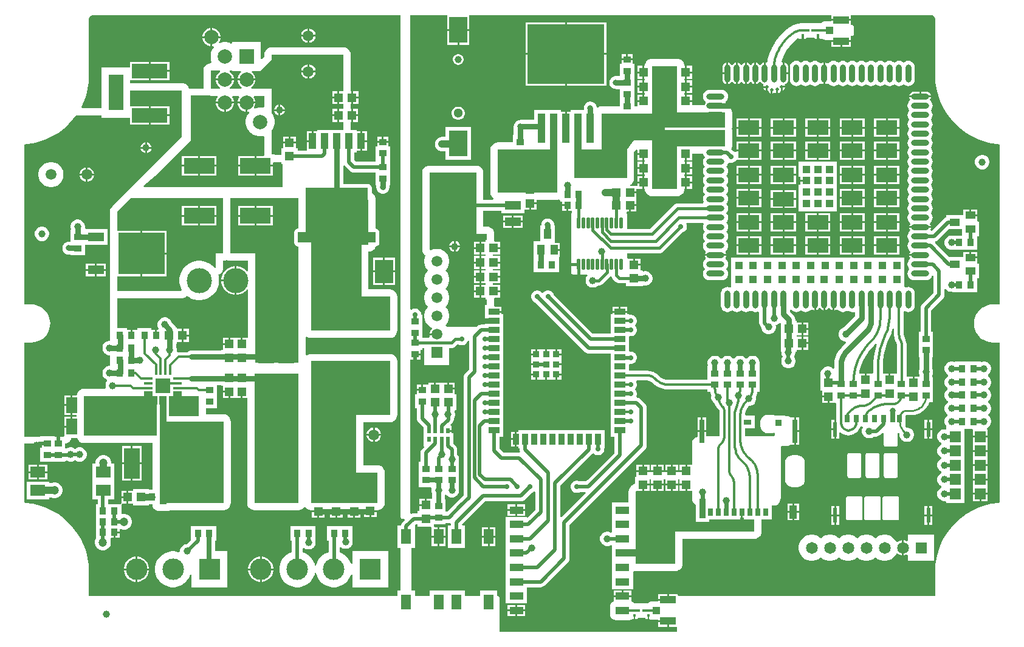
<source format=gtl>
G04*
G04 #@! TF.GenerationSoftware,Altium Limited,Altium Designer,24.5.2 (23)*
G04*
G04 Layer_Physical_Order=1*
G04 Layer_Color=255*
%FSLAX25Y25*%
%MOIN*%
G70*
G04*
G04 #@! TF.SameCoordinates,BE9660E5-E2A0-4720-87AB-8DA6D5481385*
G04*
G04*
G04 #@! TF.FilePolarity,Positive*
G04*
G01*
G75*
%ADD11C,0.00787*%
%ADD15R,0.02756X0.04331*%
%ADD16R,0.04488X0.07205*%
%ADD17R,0.03386X0.11024*%
%ADD18R,0.02756X0.13110*%
%ADD19R,0.03543X0.03661*%
%ADD20R,0.04134X0.03071*%
%ADD21R,0.05118X0.04724*%
%ADD22R,0.04724X0.05118*%
%ADD23C,0.03937*%
%ADD24R,0.04016X0.03701*%
%ADD25R,0.10236X0.14173*%
%ADD26R,0.03701X0.04016*%
%ADD27R,0.01378X0.01575*%
%ADD28R,0.01575X0.01575*%
%ADD29R,0.05512X0.08268*%
%ADD30R,0.05906X0.05906*%
%ADD31R,0.05906X0.03543*%
%ADD32R,0.03543X0.05906*%
%ADD33R,0.03543X0.03543*%
%ADD34R,0.01968X0.03150*%
%ADD35R,0.08661X0.04134*%
%ADD36R,0.04331X0.03937*%
%ADD37R,0.03937X0.05512*%
%ADD38R,0.05512X0.03937*%
%ADD39R,0.07677X0.04134*%
%ADD40R,0.04213X0.08504*%
%ADD41R,0.04100X0.15900*%
%ADD42R,0.08661X0.13780*%
%ADD43R,0.08661X0.04724*%
%ADD44R,0.09843X0.12992*%
%ADD45R,0.11417X0.21260*%
%ADD46R,0.05906X0.08661*%
%ADD47R,0.08661X0.05906*%
%ADD48R,0.08268X0.08268*%
%ADD49R,0.04724X0.01181*%
%ADD50R,0.01181X0.04724*%
%ADD51R,0.08661X0.16929*%
%ADD52R,0.08976X0.04724*%
%ADD53R,0.25197X0.22835*%
%ADD54R,0.08268X0.05906*%
G04:AMPARAMS|DCode=55|XSize=59.06mil|YSize=17.72mil|CornerRadius=1.97mil|HoleSize=0mil|Usage=FLASHONLY|Rotation=270.000|XOffset=0mil|YOffset=0mil|HoleType=Round|Shape=RoundedRectangle|*
%AMROUNDEDRECTD55*
21,1,0.05906,0.01378,0,0,270.0*
21,1,0.05512,0.01772,0,0,270.0*
1,1,0.00394,-0.00689,-0.02756*
1,1,0.00394,-0.00689,0.02756*
1,1,0.00394,0.00689,0.02756*
1,1,0.00394,0.00689,-0.02756*
%
%ADD55ROUNDEDRECTD55*%
G04:AMPARAMS|DCode=56|XSize=98.43mil|YSize=31.5mil|CornerRadius=15.75mil|HoleSize=0mil|Usage=FLASHONLY|Rotation=90.000|XOffset=0mil|YOffset=0mil|HoleType=Round|Shape=RoundedRectangle|*
%AMROUNDEDRECTD56*
21,1,0.09843,0.00000,0,0,90.0*
21,1,0.06693,0.03150,0,0,90.0*
1,1,0.03150,0.00000,0.03347*
1,1,0.03150,0.00000,-0.03347*
1,1,0.03150,0.00000,-0.03347*
1,1,0.03150,0.00000,0.03347*
%
%ADD56ROUNDEDRECTD56*%
G04:AMPARAMS|DCode=57|XSize=98.43mil|YSize=31.5mil|CornerRadius=15.75mil|HoleSize=0mil|Usage=FLASHONLY|Rotation=180.000|XOffset=0mil|YOffset=0mil|HoleType=Round|Shape=RoundedRectangle|*
%AMROUNDEDRECTD57*
21,1,0.09843,0.00000,0,0,180.0*
21,1,0.06693,0.03150,0,0,180.0*
1,1,0.03150,-0.03347,0.00000*
1,1,0.03150,0.03347,0.00000*
1,1,0.03150,0.03347,0.00000*
1,1,0.03150,-0.03347,0.00000*
%
%ADD57ROUNDEDRECTD57*%
%ADD58R,0.04331X0.04331*%
%ADD59R,0.11811X0.07874*%
%ADD60R,0.42300X0.32700*%
%ADD61R,0.21260X0.11417*%
%ADD62R,0.16929X0.08661*%
%ADD63R,0.02284X0.08268*%
%ADD64R,0.02559X0.04449*%
%ADD65R,0.02953X0.04449*%
%ADD131C,0.01320*%
%ADD132C,0.01000*%
%ADD133C,0.01968*%
%ADD134C,0.01181*%
%ADD135C,0.03150*%
%AMCUSTOMSHAPE136*
4,1,8,-0.21260,-0.15098,-0.21260,-0.09311,-0.17126,-0.09311,-0.17126,0.15098,0.17126,0.15098,0.17126,-0.09311,0.21260,-0.09311,0.21260,-0.15098,-0.21260,-0.15098,0.0*%
%ADD136CUSTOMSHAPE136*%

%ADD137C,0.02362*%
%ADD138C,0.01575*%
%ADD139C,0.03937*%
%ADD140C,0.02756*%
%ADD141C,0.03543*%
%ADD142C,0.05906*%
%ADD143R,0.05906X0.05906*%
%ADD144C,0.05118*%
%ADD145C,0.13780*%
%ADD146C,0.06496*%
%ADD147R,0.06496X0.06496*%
%ADD148R,0.11811X0.11811*%
%ADD149C,0.11811*%
%ADD150R,0.19685X0.07874*%
%ADD151R,0.07874X0.19685*%
%ADD152C,0.07874*%
%ADD153R,0.07874X0.07874*%
%ADD154C,0.02000*%
%ADD155C,0.02756*%
%ADD156C,0.03150*%
%ADD157C,0.04724*%
G36*
X177165Y298764D02*
X174981D01*
Y295205D01*
Y291646D01*
X177165D01*
Y288992D01*
X174909D01*
Y285433D01*
Y281874D01*
X177165D01*
Y277567D01*
X162807D01*
Y276598D01*
X160689D01*
Y271346D01*
X160189D01*
Y270846D01*
X157083D01*
Y266094D01*
X156434Y265970D01*
X152165D01*
Y267323D01*
X151197D01*
Y269972D01*
X144079D01*
Y267323D01*
X143110D01*
Y263779D01*
X139370D01*
Y264173D01*
X137795D01*
X137795Y277144D01*
X138474Y278160D01*
X139067Y279593D01*
X139370Y281114D01*
Y282665D01*
X139067Y284187D01*
X138474Y285619D01*
X137795Y286635D01*
Y300197D01*
X126766D01*
X126578Y300897D01*
X127047Y301167D01*
X127966Y302087D01*
X128616Y303212D01*
X128953Y304468D01*
Y304618D01*
X124016D01*
X119079D01*
Y304468D01*
X119415Y303212D01*
X120065Y302087D01*
X120984Y301167D01*
X121453Y300897D01*
X121266Y300197D01*
X114955D01*
X114767Y300897D01*
X115236Y301167D01*
X116155Y302087D01*
X116805Y303212D01*
X117142Y304468D01*
Y304618D01*
X112205D01*
X107268D01*
Y304468D01*
X107604Y303212D01*
X108254Y302087D01*
X109173Y301167D01*
X109642Y300897D01*
X109455Y300197D01*
X104331D01*
Y310039D01*
X109455D01*
X109642Y309339D01*
X109173Y309069D01*
X108254Y308150D01*
X107604Y307024D01*
X107268Y305768D01*
Y305618D01*
X112205D01*
X117142D01*
Y305768D01*
X116805Y307024D01*
X116155Y308150D01*
X115236Y309069D01*
X114767Y309339D01*
X114955Y310039D01*
X116142D01*
Y309842D01*
X120925D01*
X121112Y309142D01*
X120984Y309069D01*
X120065Y308150D01*
X119415Y307024D01*
X119079Y305768D01*
Y305618D01*
X124016D01*
X128953D01*
Y305768D01*
X128616Y307024D01*
X127966Y308150D01*
X127047Y309069D01*
X126919Y309142D01*
X127107Y309842D01*
X131890D01*
Y310039D01*
X137795Y315945D01*
Y318898D01*
X177165D01*
Y298764D01*
D02*
G37*
G36*
X104331Y296226D02*
X108014D01*
X108150Y295898D01*
X108240Y295526D01*
X107604Y294425D01*
X107268Y293170D01*
Y293020D01*
X112205D01*
Y292520D01*
D01*
Y293020D01*
X117142D01*
Y293170D01*
X116805Y294425D01*
X116170Y295526D01*
X116260Y295898D01*
X116395Y296226D01*
X119825D01*
X119961Y295898D01*
X120051Y295526D01*
X119415Y294425D01*
X119079Y293170D01*
Y293020D01*
X124016D01*
X128953D01*
Y293170D01*
X128616Y294425D01*
X127981Y295526D01*
X128070Y295898D01*
X128206Y296226D01*
X133824D01*
Y290169D01*
X133124Y289594D01*
X132272Y289764D01*
X130720D01*
X129199Y289461D01*
X128621Y289222D01*
X128133Y289777D01*
X128616Y290614D01*
X128953Y291870D01*
Y292020D01*
X124516D01*
Y287583D01*
X124666D01*
X125209Y287728D01*
X125571Y287101D01*
X125380Y286909D01*
X124518Y285619D01*
X123925Y284187D01*
X123622Y282665D01*
Y281114D01*
X123925Y279593D01*
X124518Y278160D01*
X125380Y276870D01*
X126477Y275774D01*
X127766Y274912D01*
X129199Y274318D01*
X130720Y274016D01*
X132272D01*
X133124Y274185D01*
X133824Y273611D01*
X133824Y264173D01*
X133882Y263731D01*
X133421Y263205D01*
X129437D01*
Y258374D01*
X138401D01*
Y259405D01*
X138928Y259867D01*
X139370Y259809D01*
X143110D01*
Y258661D01*
X143701D01*
Y246063D01*
X67760D01*
X67522Y246721D01*
X73819Y251969D01*
X93504Y271654D01*
Y296260D01*
X104073D01*
X104331Y296226D01*
D02*
G37*
G36*
X88583Y273622D02*
X78740Y263779D01*
X57926Y242965D01*
X50376Y235415D01*
X50376Y235415D01*
X49213Y234252D01*
Y232607D01*
Y222063D01*
Y197228D01*
Y189961D01*
Y188976D01*
Y161791D01*
X48408D01*
X47406Y161523D01*
X46509Y161005D01*
X45776Y160272D01*
X45257Y159374D01*
X44989Y158373D01*
Y157336D01*
X45257Y156335D01*
X45776Y155437D01*
X46509Y154704D01*
X47406Y154186D01*
X48408Y153917D01*
X49213D01*
Y148012D01*
X48408D01*
X47406Y147743D01*
X46509Y147225D01*
X45776Y146492D01*
X45257Y145595D01*
X44989Y144593D01*
Y143556D01*
X45257Y142555D01*
X45776Y141657D01*
X46509Y140925D01*
X47347Y140440D01*
X47474Y140260D01*
X47618Y139722D01*
X47499Y139602D01*
X46981Y138705D01*
X46713Y137703D01*
Y136667D01*
X46859Y136120D01*
X46354Y135420D01*
X34902D01*
X33874Y135285D01*
X32916Y134888D01*
X32094Y134257D01*
X31463Y133435D01*
X31066Y132477D01*
X30971Y131759D01*
X28524D01*
Y126428D01*
Y121098D01*
X30931D01*
Y119948D01*
X28524D01*
Y114618D01*
X28024D01*
Y114118D01*
X24071D01*
Y109287D01*
X23385Y109252D01*
X18740D01*
Y109291D01*
X10787D01*
Y109252D01*
X2208D01*
Y160784D01*
X5906D01*
X5906Y160784D01*
Y160784D01*
X5990Y160801D01*
X7543Y160923D01*
X9139Y161307D01*
X10657Y161935D01*
X12057Y162793D01*
X13306Y163860D01*
X14372Y165109D01*
X15230Y166509D01*
X15859Y168026D01*
X16242Y169623D01*
X16371Y171260D01*
X16242Y172897D01*
X15859Y174494D01*
X15230Y176011D01*
X14372Y177411D01*
X13306Y178660D01*
X12057Y179727D01*
X10657Y180585D01*
X9139Y181213D01*
X7543Y181596D01*
X5990Y181719D01*
X5906Y181735D01*
X2196D01*
Y269571D01*
X3240Y269623D01*
X6942Y270172D01*
X10572Y271081D01*
X14095Y272342D01*
X17478Y273942D01*
X20688Y275866D01*
X23694Y278095D01*
X26467Y280608D01*
X28980Y283381D01*
X30502Y285433D01*
X44488D01*
Y284252D01*
X60024D01*
Y280496D01*
X70366D01*
Y285433D01*
Y290370D01*
X60236D01*
Y299213D01*
X88583D01*
Y273622D01*
D02*
G37*
G36*
X39370Y340312D02*
X208626D01*
Y64961D01*
X208704Y64570D01*
X208925Y64240D01*
X209256Y64019D01*
X209646Y63941D01*
X210389D01*
X210657Y63294D01*
X209508Y62145D01*
X209035Y61528D01*
X208737Y60810D01*
X208688Y60433D01*
X206890D01*
Y48228D01*
X208626D01*
Y24606D01*
X208626Y24606D01*
X206890D01*
Y21689D01*
X37629D01*
Y34461D01*
X37615Y34530D01*
X37636Y34947D01*
X37452Y38685D01*
X36903Y42386D01*
X35994Y46016D01*
X34733Y49540D01*
X33133Y52923D01*
X31209Y56133D01*
X28980Y59139D01*
X26467Y61912D01*
X23694Y64425D01*
X20688Y66654D01*
X17478Y68578D01*
X14095Y70178D01*
X10572Y71439D01*
X6942Y72348D01*
X3240Y72897D01*
X2208Y72948D01*
Y105281D01*
X10787D01*
X11056Y105316D01*
X11260Y105317D01*
X11756Y104824D01*
Y103071D01*
X10787D01*
Y95433D01*
X24646D01*
Y95765D01*
X24783Y95902D01*
X25346Y96141D01*
X26039Y95741D01*
X27041Y95473D01*
X28077D01*
X29079Y95741D01*
X29976Y96259D01*
X30020Y96302D01*
X30063Y96259D01*
X30961Y95741D01*
X31962Y95473D01*
X32999D01*
X34000Y95741D01*
X34898Y96259D01*
X35631Y96992D01*
X36149Y97890D01*
X36417Y98891D01*
Y99928D01*
X36149Y100929D01*
X35631Y101827D01*
X34898Y102560D01*
X34000Y103078D01*
X32999Y103347D01*
X31962D01*
X30961Y103078D01*
X30063Y102560D01*
X30020Y102517D01*
X29976Y102560D01*
X29079Y103078D01*
X28077Y103347D01*
X27041D01*
X26039Y103078D01*
X25346Y102678D01*
X24783Y102917D01*
X24646Y103054D01*
Y105389D01*
X24684Y105396D01*
X25099Y105451D01*
X25192Y105490D01*
X25292Y105508D01*
X25670Y105688D01*
X26056Y105848D01*
X26137Y105910D01*
X26228Y105953D01*
X26547Y106224D01*
X26879Y106479D01*
X26941Y106559D01*
X27018Y106625D01*
X27255Y106969D01*
X27510Y107301D01*
X27549Y107395D01*
X27606Y107478D01*
X27746Y107872D01*
X27907Y108259D01*
X27914Y108318D01*
X31182D01*
X31463Y107641D01*
X32094Y106818D01*
X32916Y106187D01*
X33874Y105790D01*
X34902Y105655D01*
X72368D01*
Y79998D01*
X70557D01*
Y80549D01*
X61896D01*
Y79580D01*
X59246D01*
Y76021D01*
Y72462D01*
X61896D01*
Y71494D01*
X70557D01*
Y72045D01*
X72391D01*
X72503Y71197D01*
X72900Y70239D01*
X73531Y69416D01*
X74353Y68785D01*
X75311Y68389D01*
X76339Y68253D01*
X80079D01*
X81107Y68389D01*
X82064Y68785D01*
X82166Y68864D01*
X111409D01*
X112437Y68999D01*
X113394Y69396D01*
X114217Y70027D01*
X114848Y70849D01*
X115245Y71807D01*
X115380Y72835D01*
Y117500D01*
X115245Y118528D01*
X114848Y119485D01*
X114217Y120308D01*
X113394Y120939D01*
X112437Y121336D01*
X111409Y121471D01*
X101865D01*
Y124638D01*
X107666D01*
Y130858D01*
Y137548D01*
X110028D01*
Y137045D01*
X110997D01*
Y134395D01*
X114556D01*
Y133895D01*
X115056D01*
Y130533D01*
X120946D01*
Y133895D01*
X121946D01*
Y130533D01*
X124434D01*
Y72835D01*
X124570Y71807D01*
X124967Y70849D01*
X125598Y70027D01*
X126420Y69396D01*
X127378Y68999D01*
X128405Y68864D01*
X152559D01*
X153587Y68999D01*
X154545Y69396D01*
X155367Y70027D01*
X155563Y70282D01*
X156445D01*
X156641Y70027D01*
X157463Y69396D01*
X158421Y68999D01*
X159449Y68864D01*
X159827D01*
Y68610D01*
X166945D01*
Y68864D01*
X169669D01*
Y68610D01*
X176787D01*
Y68864D01*
X179512D01*
Y68610D01*
X186630D01*
Y68864D01*
X188370D01*
Y68807D01*
X195488D01*
Y68864D01*
X195866D01*
X196894Y68999D01*
X197852Y69396D01*
X198674Y70027D01*
X199305Y70849D01*
X199702Y71807D01*
X199837Y72835D01*
Y89567D01*
X199702Y90595D01*
X199305Y91552D01*
X198674Y92375D01*
X197852Y93006D01*
X196894Y93403D01*
X195866Y93538D01*
X188026D01*
Y117092D01*
X202756D01*
X203784Y117227D01*
X204741Y117624D01*
X205564Y118255D01*
X206195Y119078D01*
X206592Y120035D01*
X206727Y121063D01*
Y150591D01*
X206592Y151618D01*
X206195Y152576D01*
X205564Y153399D01*
X204741Y154030D01*
X203784Y154426D01*
X202756Y154561D01*
X159449D01*
X158421Y154426D01*
X157463Y154030D01*
X157230Y153850D01*
X156530Y154196D01*
Y163718D01*
X157230Y164063D01*
X157463Y163884D01*
X158421Y163487D01*
X159449Y163352D01*
X202756D01*
X203784Y163487D01*
X204741Y163884D01*
X205564Y164515D01*
X206195Y165337D01*
X206592Y166295D01*
X206727Y167323D01*
Y186024D01*
X206592Y187051D01*
X206195Y188009D01*
X205564Y188831D01*
X204741Y189463D01*
X203784Y189859D01*
X202756Y189995D01*
X190979D01*
Y210600D01*
X191973Y210731D01*
X192930Y211128D01*
X193753Y211759D01*
X194384Y212581D01*
X194781Y213539D01*
X194782Y213552D01*
X194835D01*
X195603Y213705D01*
X196254Y214140D01*
X196689Y214791D01*
X196842Y215559D01*
Y221346D01*
X196689Y222114D01*
X196254Y222766D01*
X195603Y223201D01*
X194916Y223337D01*
Y239173D01*
X194781Y240201D01*
X194384Y241159D01*
X193753Y241981D01*
X192930Y242612D01*
X192708Y242704D01*
Y245756D01*
X192555Y246524D01*
X192120Y247175D01*
X191469Y247610D01*
X190701Y247763D01*
X177149D01*
Y257757D01*
X177849Y257995D01*
X178162Y257587D01*
X180807Y254941D01*
X180807Y254941D01*
X181424Y254468D01*
X182143Y254170D01*
X182913Y254069D01*
X194843D01*
Y247008D01*
X195245D01*
Y246063D01*
X195276Y245831D01*
Y245597D01*
X195336Y245370D01*
X195367Y245138D01*
X195456Y244922D01*
X195517Y244695D01*
X195634Y244492D01*
X195724Y244276D01*
X195866Y244090D01*
X195984Y243887D01*
X196149Y243722D01*
X196292Y243536D01*
X196478Y243393D01*
X196643Y243228D01*
X196846Y243110D01*
X197032Y242968D01*
X197248Y242878D01*
X197451Y242761D01*
X197678Y242701D01*
X197894Y242611D01*
X198126Y242580D01*
X198352Y242520D01*
X198587D01*
X198819Y242489D01*
X199051Y242520D01*
X199285D01*
X199512Y242580D01*
X199744Y242611D01*
X199960Y242701D01*
X200187Y242761D01*
X200389Y242878D01*
X200606Y242968D01*
X200792Y243110D01*
X200994Y243228D01*
X201160Y243393D01*
X201346Y243536D01*
X201489Y243722D01*
X201654Y243887D01*
X201771Y244090D01*
X201914Y244276D01*
X202004Y244492D01*
X202121Y244695D01*
X202181Y244922D01*
X202271Y245138D01*
X202302Y245370D01*
X202362Y245597D01*
Y245831D01*
X202393Y246063D01*
Y247008D01*
X202795D01*
Y253228D01*
Y260787D01*
Y268425D01*
X201827D01*
Y270327D01*
X198819D01*
X195811D01*
Y268425D01*
X194843D01*
Y260026D01*
X184147D01*
X183246Y260927D01*
Y265126D01*
X184343D01*
Y266094D01*
X186461D01*
Y271346D01*
Y276598D01*
X184343D01*
Y277567D01*
X181136D01*
Y281874D01*
X181390D01*
Y285433D01*
Y288992D01*
X181136D01*
Y291646D01*
X181462D01*
Y295205D01*
Y298764D01*
X181136D01*
Y318898D01*
X181001Y319925D01*
X180604Y320883D01*
X179973Y321706D01*
X179151Y322337D01*
X178193Y322733D01*
X177165Y322869D01*
X137795D01*
X136767Y322733D01*
X135810Y322337D01*
X134987Y321706D01*
X134356Y320883D01*
X133960Y319925D01*
X133824Y318898D01*
Y317590D01*
X132536Y316302D01*
X131890Y316570D01*
Y325590D01*
X116142D01*
Y325366D01*
X115442Y324899D01*
X114502Y325288D01*
X112980Y325590D01*
X111429D01*
X109908Y325288D01*
X109329Y325048D01*
X108842Y325604D01*
X109325Y326441D01*
X109661Y327696D01*
Y327846D01*
X105225D01*
Y323409D01*
X105374D01*
X105918Y323555D01*
X106280Y322927D01*
X106089Y322736D01*
X105227Y321446D01*
X104633Y320013D01*
X104331Y318492D01*
Y316941D01*
X104633Y315420D01*
X104976Y314592D01*
X104587Y314010D01*
X104331D01*
X103303Y313875D01*
X102345Y313478D01*
X101523Y312847D01*
X100892Y312025D01*
X100495Y311067D01*
X100360Y310039D01*
Y300231D01*
X93504D01*
X93072Y300174D01*
X92418Y300240D01*
X92022Y301198D01*
X91391Y302021D01*
X90568Y302652D01*
X89610Y303048D01*
X88583Y303184D01*
X60236D01*
Y304906D01*
X70366D01*
Y309842D01*
Y314779D01*
X60024D01*
Y311811D01*
X44488D01*
Y289404D01*
X33816D01*
X33373Y290104D01*
X34733Y292980D01*
X35994Y296503D01*
X36903Y300133D01*
X37452Y303835D01*
X37636Y307573D01*
X37615Y307990D01*
X37629Y308059D01*
Y338523D01*
X37641Y338583D01*
X37641D01*
X37745Y339239D01*
X37748Y339254D01*
X38129Y339824D01*
X38698Y340205D01*
X39304Y340325D01*
X39370Y340312D01*
D02*
G37*
G36*
X111187Y209646D02*
X107283D01*
Y201808D01*
X106618Y201592D01*
X106368Y201935D01*
X105163Y203140D01*
X103785Y204142D01*
X102266Y204915D01*
X100645Y205442D01*
X98962Y205709D01*
X97258D01*
X95575Y205442D01*
X93954Y204915D01*
X92436Y204142D01*
X91057Y203140D01*
X89852Y201935D01*
X88850Y200556D01*
X88077Y199038D01*
X87550Y197417D01*
X87283Y195734D01*
Y194030D01*
X87550Y192347D01*
X88077Y190726D01*
X88611Y189676D01*
X88182Y188976D01*
X53184D01*
Y189961D01*
Y197228D01*
X65917D01*
Y209646D01*
Y222063D01*
X53184D01*
Y232607D01*
X60734Y240158D01*
X111187D01*
Y209646D01*
D02*
G37*
G36*
X114130Y205810D02*
X115157Y205675D01*
X124966D01*
Y200028D01*
X124296Y199825D01*
X124239Y199911D01*
X123140Y201010D01*
X121847Y201874D01*
X120412Y202468D01*
X118887Y202772D01*
X118610D01*
Y194882D01*
Y186992D01*
X118887D01*
X120412Y187295D01*
X121847Y187890D01*
X123140Y188753D01*
X124239Y189852D01*
X124296Y189939D01*
X124966Y189735D01*
Y163408D01*
X121945D01*
Y160046D01*
X120945D01*
Y163408D01*
X115056D01*
Y160046D01*
X114556D01*
Y159546D01*
X110997D01*
Y156896D01*
X110028D01*
Y156521D01*
X94063D01*
X93957Y156535D01*
X93032Y156413D01*
X92170Y156056D01*
X91500Y155542D01*
X86701D01*
X86306Y155490D01*
X85810Y155944D01*
X85743Y156092D01*
X85816Y156364D01*
Y157400D01*
X85547Y158402D01*
X85523Y158444D01*
Y160189D01*
X85817D01*
Y161158D01*
X88467D01*
Y164717D01*
Y168276D01*
X85817D01*
Y169244D01*
X85225D01*
X85044Y169681D01*
X84476Y170421D01*
X82911Y171986D01*
X82862Y172169D01*
X82343Y173067D01*
X81610Y173800D01*
X80712Y174318D01*
X79711Y174587D01*
X78675D01*
X77673Y174318D01*
X76775Y173800D01*
X76042Y173067D01*
X75524Y172169D01*
X75256Y171168D01*
Y170131D01*
X75524Y169130D01*
X75909Y168464D01*
X75591Y167764D01*
X74859D01*
Y164756D01*
X73859D01*
Y167764D01*
X71957D01*
Y168732D01*
X64319D01*
Y167897D01*
X63675Y167764D01*
Y167764D01*
X61324D01*
Y164756D01*
X60324D01*
Y167764D01*
X58423D01*
Y168732D01*
X53184D01*
Y185005D01*
X88182D01*
X88645Y185066D01*
X89109Y185115D01*
X89158Y185134D01*
X89210Y185141D01*
X89641Y185319D01*
X90077Y185487D01*
X90120Y185517D01*
X90168Y185537D01*
X90538Y185822D01*
X90916Y186096D01*
X90949Y186137D01*
X90990Y186169D01*
X91238Y186492D01*
X92436Y185622D01*
X93954Y184848D01*
X95575Y184322D01*
X97258Y184055D01*
X98962D01*
X100645Y184322D01*
X102266Y184848D01*
X103785Y185622D01*
X105163Y186624D01*
X106368Y187829D01*
X107370Y189207D01*
X108144Y190726D01*
X108670Y192347D01*
X108937Y194030D01*
Y195734D01*
X108670Y197417D01*
X108475Y198020D01*
X108510Y198032D01*
X108885Y198210D01*
X109269Y198369D01*
X109352Y198433D01*
X109446Y198478D01*
X109762Y198748D01*
X110091Y199000D01*
X110155Y199083D01*
X110234Y199151D01*
X110470Y199493D01*
X110722Y199823D01*
X110762Y199919D01*
X110822Y200006D01*
X110960Y200397D01*
X111119Y200781D01*
X111133Y200884D01*
X111168Y200983D01*
X111200Y201397D01*
X111254Y201808D01*
Y205684D01*
X112214Y205810D01*
X113172Y206207D01*
X114130Y205810D01*
D02*
G37*
G36*
X190945Y214567D02*
X187008D01*
Y186024D01*
X202756D01*
Y167323D01*
X159449D01*
Y239173D01*
X190945D01*
Y214567D01*
D02*
G37*
G36*
X152559Y223354D02*
X152315D01*
X151547Y223201D01*
X150896Y222766D01*
X150461Y222114D01*
X150308Y221346D01*
Y215559D01*
X150461Y214791D01*
X150896Y214140D01*
X151547Y213705D01*
X152315Y213552D01*
X152559D01*
Y209646D01*
Y149606D01*
X128937D01*
Y209646D01*
X115157D01*
Y240158D01*
X152559D01*
Y223354D01*
D02*
G37*
G36*
X88641Y131476D02*
X97894D01*
Y120453D01*
X81457D01*
Y131476D01*
X83917D01*
Y133937D01*
X88641D01*
Y131476D01*
D02*
G37*
G36*
X72500Y131449D02*
X74939D01*
Y109626D01*
X34902D01*
Y131449D01*
X67776D01*
Y133937D01*
X72500D01*
Y131449D01*
D02*
G37*
G36*
X202756Y121063D02*
X184055D01*
Y89567D01*
X195866D01*
Y72835D01*
X159449D01*
Y150591D01*
X202756D01*
Y121063D01*
D02*
G37*
G36*
X152559Y72835D02*
X128405D01*
Y143701D01*
X152559D01*
Y72835D01*
D02*
G37*
G36*
X80079Y117500D02*
X111409D01*
Y72835D01*
X80079D01*
Y72224D01*
X76339D01*
Y131476D01*
X80079D01*
Y117500D01*
D02*
G37*
G36*
X500000Y340312D02*
D01*
X500672Y340204D01*
X501241Y339824D01*
X501622Y339254D01*
X501625Y339239D01*
X501729Y338583D01*
X501741Y338523D01*
X501741Y337883D01*
X501743Y308057D01*
X501756Y307988D01*
X501736Y307571D01*
X501920Y303834D01*
X502469Y300132D01*
X503378Y296502D01*
X504638Y292979D01*
X506238Y289597D01*
X508162Y286387D01*
X510391Y283381D01*
X512904Y280609D01*
X515677Y278096D01*
X518682Y275867D01*
X521892Y273943D01*
X525275Y272343D01*
X528798Y271082D01*
X532428Y270173D01*
X536129Y269624D01*
X537162Y269573D01*
Y181735D01*
X533465D01*
X533465Y181735D01*
Y181735D01*
X533380Y181719D01*
X531827Y181596D01*
X530231Y181213D01*
X528713Y180585D01*
X527313Y179727D01*
X526064Y178660D01*
X524998Y177411D01*
X524140Y176011D01*
X523511Y174494D01*
X523128Y172897D01*
X522999Y171260D01*
X523128Y169623D01*
X523511Y168026D01*
X524140Y166509D01*
X524998Y165109D01*
X526064Y163860D01*
X527313Y162793D01*
X528713Y161935D01*
X530231Y161307D01*
X531827Y160923D01*
X533380Y160801D01*
X533465Y160784D01*
X537162D01*
Y72948D01*
X536130Y72897D01*
X532429Y72348D01*
X528798Y71439D01*
X525275Y70178D01*
X521892Y68578D01*
X518682Y66654D01*
X515676Y64425D01*
X512903Y61912D01*
X510390Y59139D01*
X508161Y56133D01*
X506237Y52923D01*
X504637Y49540D01*
X503376Y46016D01*
X502467Y42386D01*
X501918Y38685D01*
X501734Y34947D01*
X501755Y34530D01*
X501741Y34461D01*
Y21689D01*
X361221D01*
X360547Y22200D01*
Y22654D01*
X355716D01*
Y19587D01*
X355217D01*
Y19087D01*
X349886D01*
Y18905D01*
X346555D01*
X345738Y18797D01*
X344977Y18482D01*
X344323Y17980D01*
X344095Y17683D01*
X343701D01*
X343307Y17631D01*
X342913Y17683D01*
X341535D01*
X340945Y17605D01*
X340354Y17683D01*
X338976D01*
X338583Y17631D01*
X338189Y17683D01*
X336689D01*
X336386Y18079D01*
X335732Y18580D01*
X335154Y18820D01*
Y21154D01*
X330315D01*
X325476D01*
Y18820D01*
X324898Y18580D01*
X324244Y18079D01*
X323743Y17425D01*
X323427Y16664D01*
X323320Y15846D01*
Y11713D01*
X323427Y10896D01*
X323743Y10134D01*
X324244Y9481D01*
X324898Y8979D01*
X325659Y8664D01*
X326476Y8556D01*
X334154D01*
X334970Y8664D01*
X335732Y8979D01*
X336014Y9195D01*
X338575D01*
Y9195D01*
X338976Y9795D01*
X340354D01*
X340945Y9872D01*
X341535Y9795D01*
X342701D01*
Y9195D01*
X344823D01*
X344977Y9077D01*
X345738Y8762D01*
X346555Y8654D01*
X349886D01*
Y8472D01*
X355217D01*
Y7972D01*
X355716D01*
Y4905D01*
X360201D01*
Y2208D01*
X262831D01*
Y20669D01*
X262753Y21059D01*
X262532Y21390D01*
X262201Y21611D01*
X261811Y21689D01*
X261614D01*
Y24606D01*
X252165D01*
Y21689D01*
X243898D01*
Y24606D01*
X234449D01*
Y24606D01*
X234055D01*
Y24606D01*
X224606D01*
Y21689D01*
X216339D01*
Y24606D01*
X214602D01*
X214602Y24606D01*
Y48228D01*
X216339D01*
Y60433D01*
X216339Y60433D01*
X216339D01*
X216735Y60948D01*
X216982Y61195D01*
X217913D01*
Y59842D01*
X225031D01*
X225575Y59465D01*
X225575Y59143D01*
Y54831D01*
X228831D01*
Y59465D01*
X227512D01*
X226969Y59842D01*
X226969Y60165D01*
Y60984D01*
X233307D01*
Y61825D01*
X235079D01*
X235495Y61880D01*
X236195Y61379D01*
Y60433D01*
X234449D01*
Y48228D01*
X243898D01*
Y60433D01*
X242503D01*
X242297Y61133D01*
X254957Y73793D01*
X274606D01*
X275377Y73895D01*
X276095Y74192D01*
X276712Y74666D01*
X280549Y78502D01*
X280819Y78575D01*
X281582Y79015D01*
X281755Y79188D01*
X282455Y78898D01*
Y69147D01*
X278217Y64909D01*
X277854Y65059D01*
Y65059D01*
X266240D01*
Y56988D01*
Y49114D01*
Y41240D01*
Y33366D01*
Y25492D01*
Y17618D01*
X277854D01*
Y25492D01*
Y26549D01*
X285433D01*
X286204Y26651D01*
X286922Y26948D01*
X287539Y27422D01*
X300334Y40217D01*
X300334Y40217D01*
X300808Y40834D01*
X301105Y41552D01*
X301207Y42323D01*
Y60774D01*
X342657Y102225D01*
X343130Y102842D01*
X343428Y103560D01*
X343529Y104331D01*
Y110958D01*
Y125000D01*
X343428Y125771D01*
X343130Y126489D01*
X342657Y127106D01*
X339980Y129783D01*
X339363Y130256D01*
X338645Y130554D01*
X338267Y130604D01*
X337875Y131325D01*
X337910Y131386D01*
X338138Y132237D01*
Y133118D01*
X337910Y133969D01*
X337469Y134732D01*
X337024Y135177D01*
X337469Y135622D01*
X337910Y136386D01*
X338138Y137237D01*
Y138118D01*
X337910Y138969D01*
X337703Y139326D01*
X338108Y140026D01*
X343768D01*
X343792Y140029D01*
X344788Y139898D01*
X345739Y139504D01*
X346211Y139142D01*
X346720Y138681D01*
X346720Y138681D01*
X348232Y137390D01*
X349927Y136351D01*
X351763Y135590D01*
X353696Y135126D01*
X355678Y134970D01*
Y134987D01*
X376929D01*
Y133819D01*
X378414D01*
X378947Y132063D01*
X379054Y131862D01*
X378937Y131424D01*
Y130387D01*
X379205Y129386D01*
X379724Y128488D01*
X380457Y127755D01*
X380827Y127541D01*
X380945Y127154D01*
X381851Y125459D01*
X382889Y124194D01*
X383070Y123973D01*
X383419Y123418D01*
Y109915D01*
X383133Y109286D01*
X376177D01*
Y111685D01*
X373799D01*
X371421D01*
Y109154D01*
X371393Y109151D01*
X370436Y108754D01*
X369613Y108123D01*
X368982Y107300D01*
X368586Y106343D01*
X368450Y105315D01*
Y93717D01*
X365657D01*
Y90354D01*
X365157D01*
Y89854D01*
X361598D01*
Y89601D01*
X360842D01*
Y89854D01*
X357284D01*
X353724D01*
Y89601D01*
X352969D01*
Y89854D01*
X349409D01*
X345850D01*
Y89601D01*
X345094D01*
Y89854D01*
X341536D01*
X337976D01*
Y87205D01*
X337008D01*
Y83355D01*
X336949Y83347D01*
X336623Y83213D01*
X336287Y83105D01*
X336146Y83015D01*
X335991Y82951D01*
X335711Y82736D01*
X335414Y82546D01*
X335301Y82422D01*
X335169Y82320D01*
X334954Y82040D01*
X334716Y81779D01*
X334338Y81236D01*
X334261Y81087D01*
X334159Y80954D01*
X334025Y80628D01*
X333863Y80315D01*
X333827Y80151D01*
X333763Y79996D01*
X333717Y79646D01*
X333642Y79302D01*
X333649Y79135D01*
X333627Y78968D01*
Y72933D01*
X324508D01*
Y64862D01*
Y56970D01*
X323808Y56565D01*
X323370Y56818D01*
X322369Y57087D01*
X321332D01*
X320331Y56818D01*
X319433Y56300D01*
X318700Y55567D01*
X318182Y54669D01*
X317913Y53668D01*
Y52631D01*
X318182Y51630D01*
X318700Y50732D01*
X319433Y49999D01*
X320331Y49481D01*
X321332Y49213D01*
X322369D01*
X323370Y49481D01*
X323808Y49734D01*
X324508Y49330D01*
Y41240D01*
Y33366D01*
Y25492D01*
X336122D01*
Y33366D01*
Y35047D01*
X336822Y35501D01*
X337598Y35399D01*
X359252D01*
X360280Y35534D01*
X361238Y35931D01*
X362060Y36562D01*
X362691Y37385D01*
X363088Y38342D01*
X363223Y39370D01*
Y53116D01*
X402559D01*
X403587Y53251D01*
X404544Y53648D01*
X405367Y54279D01*
X405998Y55101D01*
X406395Y56059D01*
X406530Y57087D01*
Y63701D01*
X412028D01*
Y71344D01*
X413091D01*
X414118Y71479D01*
X415076Y71876D01*
X415899Y72507D01*
X416530Y73330D01*
X416926Y74287D01*
X417062Y75315D01*
Y103582D01*
X417588Y104043D01*
X417756Y104021D01*
X419962D01*
X420989Y104156D01*
X421766Y104478D01*
X422445Y104630D01*
Y104630D01*
X422445Y104630D01*
X424323D01*
Y112185D01*
Y119740D01*
X422445D01*
X422445Y119740D01*
X421948Y119947D01*
X421947Y119948D01*
X420989Y120344D01*
X419962Y120480D01*
X419468D01*
Y120709D01*
X413973D01*
X413026Y121101D01*
X411998Y121236D01*
X409823D01*
X408795Y121101D01*
X407837Y120704D01*
X407015Y120073D01*
X406384Y119251D01*
X405987Y118293D01*
X405852Y117265D01*
Y115079D01*
X405987Y114051D01*
X406384Y113093D01*
X407015Y112271D01*
X407837Y111640D01*
X408795Y111243D01*
X409823Y111108D01*
X411998D01*
X413026Y111243D01*
X413203Y111316D01*
X413785Y110927D01*
Y109725D01*
X413259Y109264D01*
X413091Y109286D01*
X397508D01*
Y113701D01*
X402972D01*
Y120709D01*
X398066D01*
X397555Y121409D01*
X397609Y121953D01*
X398153Y123747D01*
X399036Y125400D01*
X399516Y125984D01*
X400125D01*
X401126Y126253D01*
X402024Y126771D01*
X402757Y127504D01*
X403275Y128402D01*
X403543Y129403D01*
Y130440D01*
X403426Y130877D01*
X403533Y131079D01*
X404068Y132841D01*
X404164Y133819D01*
X405551D01*
Y140039D01*
Y147677D01*
X405551D01*
X405321Y148377D01*
X405512Y149088D01*
Y150125D01*
X405243Y151126D01*
X404725Y152024D01*
X403992Y152757D01*
X403094Y153275D01*
X402093Y153543D01*
X401056D01*
X400055Y153275D01*
X399157Y152757D01*
X398564Y152163D01*
X398130Y152080D01*
X397696Y152163D01*
X397102Y152757D01*
X396205Y153275D01*
X395203Y153543D01*
X394167D01*
X393165Y153275D01*
X392268Y152757D01*
X391674Y152163D01*
X391240Y152080D01*
X390807Y152163D01*
X390213Y152757D01*
X389315Y153275D01*
X388314Y153543D01*
X387277D01*
X386276Y153275D01*
X385378Y152757D01*
X384784Y152163D01*
X384350Y152080D01*
X383917Y152163D01*
X383323Y152757D01*
X382425Y153275D01*
X381424Y153543D01*
X380387D01*
X379386Y153275D01*
X378488Y152757D01*
X377755Y152024D01*
X377237Y151126D01*
X376969Y150125D01*
Y149088D01*
X377159Y148377D01*
X376929Y147677D01*
X376929D01*
Y141457D01*
Y140289D01*
X355678D01*
X355642Y140284D01*
X354242Y140422D01*
X352862Y140841D01*
X351590Y141521D01*
X350815Y142157D01*
X350315Y142639D01*
X350315Y142639D01*
X348912Y143790D01*
X347311Y144645D01*
X345574Y145172D01*
X343768Y145350D01*
Y145328D01*
X333661D01*
Y148673D01*
X334234Y149244D01*
X334351Y149213D01*
X335232D01*
X336083Y149441D01*
X336846Y149881D01*
X337469Y150504D01*
X337910Y151267D01*
X338138Y152119D01*
Y153000D01*
X337910Y153851D01*
X337469Y154614D01*
X336846Y155237D01*
X336083Y155677D01*
X335232Y155905D01*
X334351D01*
X334217Y155870D01*
X333661Y156296D01*
Y158937D01*
Y163941D01*
X334217Y164367D01*
X334351Y164331D01*
X335232D01*
X336083Y164559D01*
X336846Y164999D01*
X337469Y165622D01*
X337910Y166385D01*
X338138Y167237D01*
Y168118D01*
X337910Y168969D01*
X337469Y169732D01*
X337024Y170177D01*
X337469Y170622D01*
X337910Y171386D01*
X338138Y172237D01*
Y173118D01*
X337910Y173969D01*
X337469Y174732D01*
X336846Y175355D01*
X336083Y175796D01*
X335232Y176024D01*
X334351D01*
X334217Y175988D01*
X333661Y176414D01*
Y176417D01*
X332693D01*
Y177177D01*
X324787D01*
Y176417D01*
X323819D01*
Y171417D01*
X323819D01*
Y165655D01*
X313950D01*
X292561Y187045D01*
X292489Y187315D01*
X292048Y188078D01*
X291425Y188701D01*
X290662Y189142D01*
X289811Y189370D01*
X288930D01*
X288078Y189142D01*
X287315Y188701D01*
X286856Y188242D01*
X286417Y188142D01*
X285979Y188242D01*
X285519Y188701D01*
X284756Y189142D01*
X283905Y189370D01*
X283024D01*
X282173Y189142D01*
X281410Y188701D01*
X280787Y188078D01*
X280346Y187315D01*
X280118Y186464D01*
Y185583D01*
X280346Y184732D01*
X280787Y183969D01*
X281410Y183346D01*
X282173Y182905D01*
X282444Y182833D01*
X309705Y155571D01*
X309705Y155571D01*
X310322Y155098D01*
X311040Y154800D01*
X311811Y154699D01*
X323819D01*
Y148937D01*
Y143937D01*
Y138937D01*
Y133937D01*
Y131417D01*
X323819D01*
Y123937D01*
X323819D01*
Y118937D01*
Y113937D01*
Y108937D01*
X325762D01*
Y100206D01*
X311040Y85484D01*
X310227Y84671D01*
X306653D01*
X306410Y84811D01*
X305559Y85039D01*
X304678D01*
X303826Y84811D01*
X303063Y84371D01*
X302440Y83748D01*
X302000Y82985D01*
X301772Y82134D01*
Y81252D01*
X302000Y80401D01*
X302440Y79638D01*
X303063Y79015D01*
X303826Y78575D01*
X304678Y78347D01*
X305559D01*
X306410Y78575D01*
X306653Y78715D01*
X309809D01*
X310077Y78068D01*
X296932Y64923D01*
X296285Y65191D01*
Y82428D01*
X313731Y99874D01*
X314389Y99953D01*
X314669Y99890D01*
X314874Y99684D01*
X315637Y99244D01*
X316489Y99016D01*
X317370D01*
X318221Y99244D01*
X318984Y99684D01*
X319607Y100307D01*
X320047Y101070D01*
X320276Y101922D01*
Y102803D01*
X320300Y102835D01*
X320551D01*
Y112677D01*
X313071D01*
Y112677D01*
X305551D01*
Y112677D01*
X298071D01*
Y112677D01*
X295551D01*
Y112677D01*
X288071D01*
Y112677D01*
X280551D01*
Y112677D01*
X273071D01*
Y111709D01*
X272311D01*
Y107756D01*
Y103803D01*
X273071D01*
Y102835D01*
X273833D01*
Y102126D01*
X273934Y101355D01*
X274053Y101068D01*
X273707Y100547D01*
X273564Y100419D01*
X265013D01*
X262821Y102612D01*
Y108937D01*
X264764D01*
Y113937D01*
Y118937D01*
Y123937D01*
X264764D01*
Y131417D01*
X264764D01*
Y133937D01*
Y138937D01*
Y143937D01*
Y148937D01*
Y153937D01*
Y158937D01*
Y163937D01*
X264764D01*
Y171417D01*
X264764D01*
Y176417D01*
X263795D01*
Y177177D01*
X259842D01*
Y178177D01*
X263795D01*
Y180449D01*
X260333D01*
X260070Y180700D01*
X259797Y181149D01*
X259852Y181650D01*
X259848Y181869D01*
X259876Y182087D01*
Y184449D01*
X259818Y184891D01*
X260280Y185417D01*
X263008D01*
Y188476D01*
X259646D01*
Y189476D01*
X263008D01*
Y192535D01*
X259286D01*
Y193291D01*
X263008D01*
Y196351D01*
X259646D01*
Y197351D01*
X263008D01*
Y200409D01*
X259286D01*
Y201165D01*
X263008D01*
Y204224D01*
X259646D01*
Y205224D01*
X263008D01*
Y208283D01*
X259286D01*
Y209039D01*
X263008D01*
Y212099D01*
X259646D01*
Y213099D01*
X263008D01*
Y216158D01*
X260280D01*
X259818Y216684D01*
X259876Y217126D01*
Y220472D01*
X259741Y221500D01*
X259345Y222458D01*
X258713Y223280D01*
X257891Y223911D01*
X256933Y224308D01*
X255906Y224443D01*
X253971D01*
Y233242D01*
X263779D01*
Y231890D01*
X276378D01*
Y233842D01*
X279028D01*
Y237205D01*
X279528D01*
Y237705D01*
X283087D01*
Y239139D01*
X294617D01*
X295558Y239263D01*
X295825Y239188D01*
X296258Y238899D01*
Y238082D01*
X297227D01*
Y236721D01*
X300077D01*
Y236221D01*
X300577D01*
Y233213D01*
X302479D01*
Y232244D01*
X302208Y231689D01*
X302130Y231299D01*
Y199268D01*
X302208Y198878D01*
X302429Y198547D01*
X302759Y198327D01*
X303150Y198249D01*
X310786D01*
X311076Y197549D01*
X310826Y197299D01*
X310308Y196402D01*
X310039Y195400D01*
Y194364D01*
X310308Y193362D01*
X310826Y192464D01*
X311559Y191732D01*
X312457Y191213D01*
X313458Y190945D01*
X314495D01*
X315496Y191213D01*
X316394Y191732D01*
X316764Y192102D01*
X317176D01*
X317896Y192197D01*
X318566Y192475D01*
X319142Y192916D01*
X323369Y197144D01*
X323650Y197133D01*
X324126Y196969D01*
X324147Y196952D01*
X324357Y196445D01*
X324799Y195869D01*
X326570Y194097D01*
X327146Y193656D01*
X327816Y193378D01*
X328536Y193283D01*
X332087D01*
Y191732D01*
X341142D01*
Y191732D01*
X341842Y192235D01*
X342250Y192126D01*
X343286D01*
X344288Y192394D01*
X345185Y192913D01*
X345918Y193646D01*
X346437Y194543D01*
X346705Y195545D01*
Y196581D01*
X346437Y197583D01*
X345918Y198480D01*
X345185Y199213D01*
X344288Y199732D01*
X343286Y200000D01*
X342250D01*
X341842Y199891D01*
X341142Y200394D01*
Y200394D01*
X340173D01*
Y203043D01*
X336614D01*
Y203543D01*
X336114D01*
Y206906D01*
X333055D01*
X332713Y207464D01*
Y209819D01*
X350394D01*
X351113Y209913D01*
X351783Y210191D01*
X352359Y210633D01*
X362842Y221116D01*
X363496Y221291D01*
X364260Y221732D01*
X364882Y222355D01*
X365323Y223118D01*
X365551Y223969D01*
Y224850D01*
X365323Y225701D01*
X365237Y225851D01*
X365641Y226551D01*
X374495D01*
X374796Y225851D01*
X374501Y225138D01*
X374379Y224213D01*
X374501Y223288D01*
X374858Y222426D01*
X375030Y222201D01*
X375426Y221622D01*
X374858Y220881D01*
X374501Y220020D01*
X374379Y219094D01*
X374501Y218169D01*
X374858Y217307D01*
X375426Y216567D01*
X375030Y215988D01*
X374858Y215763D01*
X374501Y214901D01*
X374379Y213976D01*
X374501Y213051D01*
X374858Y212189D01*
X375426Y211449D01*
X375689Y211247D01*
X375730Y211193D01*
X375817Y210305D01*
X375704Y210157D01*
X375444Y209530D01*
X375422Y209358D01*
X381299D01*
X387177D01*
X387154Y209530D01*
X386895Y210157D01*
X386781Y210305D01*
X386868Y211193D01*
X386910Y211247D01*
X387173Y211449D01*
X387741Y212189D01*
X388098Y213051D01*
X388220Y213976D01*
X388098Y214901D01*
X387741Y215763D01*
X387568Y215988D01*
X387173Y216567D01*
X387741Y217307D01*
X388098Y218169D01*
X388220Y219094D01*
X388098Y220020D01*
X387741Y220881D01*
X387173Y221622D01*
X387568Y222201D01*
X387741Y222426D01*
X388098Y223288D01*
X388220Y224213D01*
X388098Y225138D01*
X387741Y225999D01*
X387568Y226225D01*
X387173Y226804D01*
X387741Y227544D01*
X388098Y228406D01*
X388220Y229331D01*
X388098Y230256D01*
X387741Y231118D01*
X387173Y231858D01*
X387568Y232437D01*
X387741Y232662D01*
X388098Y233524D01*
X388220Y234449D01*
X388098Y235374D01*
X387741Y236236D01*
X387568Y236461D01*
X387173Y237040D01*
X387741Y237780D01*
X388098Y238642D01*
X388220Y239567D01*
X388098Y240492D01*
X387741Y241354D01*
X387173Y242094D01*
X387568Y242673D01*
X387741Y242898D01*
X388098Y243760D01*
X388220Y244685D01*
X388098Y245610D01*
X387741Y246472D01*
X387568Y246697D01*
X387173Y247276D01*
X387741Y248016D01*
X388098Y248878D01*
X388220Y249803D01*
X388098Y250728D01*
X387741Y251590D01*
X387173Y252330D01*
X387568Y252909D01*
X387741Y253134D01*
X388098Y253996D01*
X388220Y254921D01*
X388098Y255846D01*
X387741Y256708D01*
X387568Y256933D01*
X387173Y257512D01*
X387741Y258252D01*
X388088Y259090D01*
X388124Y259158D01*
X388864Y259572D01*
X389323Y259449D01*
X390204D01*
X391055Y259677D01*
X391819Y260118D01*
X392442Y260740D01*
X392710Y261205D01*
X399106D01*
Y265642D01*
X392701D01*
Y265581D01*
X392001Y265291D01*
X391819Y265473D01*
X391055Y265914D01*
X390785Y265986D01*
X389972Y266799D01*
X390253Y267476D01*
X390388Y268504D01*
Y277298D01*
X390292Y278031D01*
X390388Y278765D01*
Y287205D01*
X390253Y288232D01*
X389856Y289190D01*
X389225Y290013D01*
X388403Y290644D01*
X387445Y291040D01*
X387200Y291073D01*
X387154Y291420D01*
X386895Y292046D01*
X386781Y292195D01*
X386868Y293083D01*
X386910Y293137D01*
X387173Y293339D01*
X387741Y294079D01*
X388098Y294941D01*
X388220Y295866D01*
X388098Y296791D01*
X387741Y297653D01*
X387173Y298393D01*
X386433Y298961D01*
X385571Y299318D01*
X384646Y299440D01*
X377953D01*
X377028Y299318D01*
X376166Y298961D01*
X375426Y298393D01*
X374858Y297653D01*
X374501Y296791D01*
X374379Y295866D01*
X374501Y294941D01*
X374858Y294079D01*
X375426Y293339D01*
X375689Y293137D01*
X375730Y293083D01*
X375817Y292195D01*
X375704Y292046D01*
X375444Y291420D01*
X375412Y291176D01*
X368323D01*
Y292807D01*
X364961D01*
Y293307D01*
X364461D01*
Y296866D01*
X364207D01*
Y297622D01*
X364461D01*
Y301181D01*
Y304740D01*
X364207D01*
Y305496D01*
X364461D01*
Y309055D01*
Y312614D01*
X364195D01*
X364072Y313551D01*
X363675Y314509D01*
X363044Y315331D01*
X362222Y315962D01*
X361264Y316359D01*
X360236Y316494D01*
X346457D01*
X345429Y316359D01*
X344471Y315962D01*
X343649Y315331D01*
X343018Y314509D01*
X342621Y313551D01*
X342498Y312614D01*
X342232D01*
Y309055D01*
Y305496D01*
X342486D01*
Y304740D01*
X342232D01*
Y301181D01*
Y297622D01*
X342486D01*
Y296866D01*
X342232D01*
Y293307D01*
X341732D01*
Y292807D01*
X338370D01*
Y290388D01*
X336653D01*
Y293425D01*
Y299646D01*
Y306063D01*
Y313701D01*
X335685D01*
Y315602D01*
X332677D01*
X329669D01*
Y313701D01*
X328701D01*
Y307038D01*
X326611D01*
X326379Y307008D01*
X326145D01*
X325919Y306947D01*
X325687Y306917D01*
X325470Y306827D01*
X325244Y306766D01*
X325041Y306649D01*
X324825Y306560D01*
X324639Y306417D01*
X324436Y306300D01*
X324270Y306134D01*
X324084Y305992D01*
X323942Y305806D01*
X323776Y305640D01*
X323659Y305437D01*
X323516Y305252D01*
X323427Y305035D01*
X323310Y304832D01*
X323249Y304606D01*
X323159Y304390D01*
X323129Y304157D01*
X323068Y303931D01*
Y303697D01*
X323038Y303465D01*
X323068Y303232D01*
Y302998D01*
X323129Y302772D01*
X323159Y302540D01*
X323249Y302323D01*
X323310Y302097D01*
X323427Y301894D01*
X323516Y301678D01*
X323659Y301492D01*
X323776Y301289D01*
X323942Y301123D01*
X324084Y300937D01*
X324270Y300795D01*
X324436Y300629D01*
X324639Y300512D01*
X324825Y300370D01*
X325041Y300280D01*
X325244Y300163D01*
X325470Y300102D01*
X325687Y300012D01*
X325919Y299982D01*
X326145Y299921D01*
X326379D01*
X326611Y299891D01*
X328701D01*
Y293425D01*
Y290388D01*
X318898D01*
X317870Y290253D01*
X316912Y289856D01*
X316860Y289816D01*
X316605Y289860D01*
X316110Y290123D01*
X316058Y290316D01*
X316051Y290376D01*
X316027Y290433D01*
X315919Y290838D01*
X315709Y291200D01*
X315693Y291238D01*
X315668Y291271D01*
X315452Y291646D01*
X315146Y291951D01*
X315125Y291979D01*
X315098Y292000D01*
X314792Y292305D01*
X314418Y292522D01*
X314385Y292547D01*
X314347Y292562D01*
X313984Y292772D01*
X313580Y292880D01*
X313523Y292904D01*
X313463Y292912D01*
X313083Y293013D01*
X312690D01*
X312598Y293025D01*
X312506Y293013D01*
X312150D01*
X311807Y292921D01*
X311673Y292904D01*
X311549Y292852D01*
X311249Y292772D01*
X310980Y292616D01*
X310811Y292547D01*
X310667Y292435D01*
X310441Y292305D01*
X310257Y292121D01*
X310071Y291979D01*
X309929Y291793D01*
X309782Y291646D01*
X309677Y291465D01*
X309503Y291238D01*
X309394Y290974D01*
X309315Y290838D01*
X309274Y290685D01*
X309146Y290376D01*
X309103Y290045D01*
X309074Y289936D01*
Y289824D01*
X309025Y289452D01*
Y288268D01*
X301887D01*
Y287300D01*
X299713D01*
Y278350D01*
X298713D01*
Y287300D01*
X296538D01*
Y288268D01*
X281808D01*
Y282922D01*
X274267D01*
X274034Y282892D01*
X273800D01*
X273574Y282831D01*
X273342Y282800D01*
X273125Y282711D01*
X272899Y282650D01*
X272696Y282533D01*
X272480Y282443D01*
X272294Y282301D01*
X272091Y282184D01*
X271925Y282018D01*
X271739Y281875D01*
X271619Y281755D01*
X271477Y281569D01*
X271431Y281524D01*
X271399Y281468D01*
X271051Y281015D01*
X270694Y280153D01*
X270572Y279228D01*
Y274646D01*
X270255D01*
Y270703D01*
X261811D01*
X260783Y270568D01*
X259825Y270171D01*
X259003Y269540D01*
X258372Y268718D01*
X257975Y267760D01*
X257840Y266732D01*
Y243110D01*
X257975Y242083D01*
X258372Y241125D01*
X259003Y240302D01*
X259529Y239899D01*
X259292Y239199D01*
X253971D01*
Y253937D01*
X253836Y254965D01*
X253439Y255923D01*
X252808Y256745D01*
X251986Y257376D01*
X251028Y257773D01*
X250000Y257908D01*
X224410D01*
X223382Y257773D01*
X222424Y257376D01*
X221602Y256745D01*
X220971Y255923D01*
X220574Y254965D01*
X220439Y253937D01*
Y220472D01*
Y216535D01*
Y211752D01*
X220447Y211688D01*
X220441Y211623D01*
X220515Y211174D01*
X220574Y210725D01*
X220599Y210664D01*
X220609Y210600D01*
X220797Y210186D01*
X220971Y209767D01*
X221010Y209715D01*
X221037Y209655D01*
X221325Y209305D01*
X221602Y208945D01*
X221653Y208905D01*
X221695Y208854D01*
X222064Y208590D01*
X222189Y208493D01*
X221722Y207364D01*
X221457Y206033D01*
Y204676D01*
X221722Y203345D01*
X222241Y202091D01*
X222995Y200962D01*
X223603Y200354D01*
X222995Y199746D01*
X222241Y198618D01*
X221722Y197364D01*
X221457Y196033D01*
Y194676D01*
X221722Y193345D01*
X222241Y192091D01*
X222995Y190962D01*
X223603Y190354D01*
X222995Y189746D01*
X222241Y188618D01*
X221722Y187364D01*
X221457Y186033D01*
Y184676D01*
X221722Y183345D01*
X222241Y182091D01*
X222995Y180962D01*
X223603Y180354D01*
X222995Y179746D01*
X222241Y178618D01*
X221722Y177364D01*
X221457Y176033D01*
Y174676D01*
X221722Y173345D01*
X222241Y172091D01*
X222995Y170962D01*
X223955Y170003D01*
X225083Y169249D01*
X225539Y169060D01*
X225656Y168254D01*
X225184Y167781D01*
X224663Y166880D01*
X224394Y165875D01*
Y165854D01*
X228346D01*
Y164854D01*
X224394D01*
Y164834D01*
X224598Y164070D01*
X224200Y163370D01*
X220512D01*
Y168583D01*
Y176221D01*
X219882D01*
Y176622D01*
X219654Y177473D01*
X219213Y178236D01*
X218590Y178859D01*
X217827Y179299D01*
X216976Y179527D01*
X216095D01*
X215244Y179299D01*
X214515Y178879D01*
X214361Y178917D01*
X213815Y179183D01*
Y340312D01*
X234039D01*
Y332764D01*
X240157D01*
X246276D01*
Y340312D01*
X444867D01*
Y338341D01*
X455529D01*
Y340312D01*
X499315D01*
X500000Y340312D01*
D02*
G37*
G36*
X360236Y287205D02*
X386417D01*
Y278765D01*
X353346D01*
Y277298D01*
X386417D01*
Y268504D01*
X360236D01*
Y245079D01*
X346457D01*
Y268504D01*
Y271654D01*
X336614D01*
X332677Y266732D01*
Y250928D01*
X303851D01*
Y266732D01*
X303853D01*
Y282031D01*
X307933D01*
Y266732D01*
X318898D01*
Y286417D01*
X346457D01*
Y312523D01*
X360236D01*
Y287205D01*
D02*
G37*
G36*
X294617Y255114D02*
Y243110D01*
X261811D01*
Y266732D01*
X290536D01*
Y282279D01*
X294617D01*
Y255114D01*
D02*
G37*
G36*
X338370Y266434D02*
Y264870D01*
X341732D01*
Y264370D01*
X342232D01*
Y260811D01*
X342486D01*
Y260055D01*
X342232D01*
Y256496D01*
Y252937D01*
X342486D01*
Y252181D01*
X342232D01*
Y248622D01*
Y245063D01*
X342488D01*
X342621Y244051D01*
X343018Y243093D01*
X343649Y242271D01*
X344471Y241640D01*
X345429Y241243D01*
X346457Y241108D01*
X360236D01*
X361264Y241243D01*
X362222Y241640D01*
X363044Y242271D01*
X363675Y243093D01*
X364072Y244051D01*
X364205Y245063D01*
X364461D01*
Y248622D01*
Y252181D01*
X364207D01*
Y252937D01*
X364461D01*
Y256496D01*
Y260055D01*
X364207D01*
Y260811D01*
X364461D01*
Y264370D01*
X365461D01*
Y260811D01*
X368323D01*
Y264533D01*
X374461D01*
X374501Y264232D01*
X374858Y263370D01*
X375030Y263145D01*
X375426Y262566D01*
X374858Y261826D01*
X374501Y260964D01*
X374379Y260039D01*
X374501Y259114D01*
X374858Y258252D01*
X375426Y257512D01*
X375030Y256933D01*
X374858Y256708D01*
X374501Y255846D01*
X374379Y254921D01*
X374501Y253996D01*
X374858Y253134D01*
X375030Y252909D01*
X375426Y252330D01*
X374858Y251590D01*
X374501Y250728D01*
X374379Y249803D01*
X374501Y248878D01*
X374858Y248016D01*
X375426Y247276D01*
X375030Y246697D01*
X374858Y246472D01*
X374501Y245610D01*
X374379Y244685D01*
X374501Y243760D01*
X374858Y242898D01*
X375030Y242673D01*
X375426Y242094D01*
X374858Y241354D01*
X374501Y240492D01*
X374379Y239567D01*
X374501Y238642D01*
X374796Y237929D01*
X374495Y237228D01*
X360433D01*
X359714Y237134D01*
X359043Y236856D01*
X358468Y236414D01*
X345305Y223252D01*
X332713D01*
Y231299D01*
X332635Y231689D01*
X332453Y231961D01*
X332521Y232248D01*
X332714Y232662D01*
X333829D01*
Y236221D01*
X334329D01*
Y236720D01*
X337691D01*
Y239596D01*
Y242655D01*
X334329D01*
Y243655D01*
X337691D01*
Y245012D01*
X338370Y245063D01*
Y245063D01*
X341232D01*
Y248122D01*
X338370D01*
Y246765D01*
X337691Y246714D01*
Y246714D01*
X334620D01*
X334481Y247414D01*
X334663Y247489D01*
X335485Y248120D01*
X336116Y248943D01*
X336513Y249900D01*
X336648Y250928D01*
Y265339D01*
X337709Y266666D01*
X338370Y266434D01*
D02*
G37*
G36*
X250000Y220472D02*
X255906D01*
Y217126D01*
X255315D01*
Y216158D01*
X252665D01*
Y212598D01*
Y209039D01*
X255315D01*
Y208283D01*
X252665D01*
Y204725D01*
Y201165D01*
X255315D01*
Y200409D01*
X252665D01*
Y196851D01*
Y193291D01*
X255315D01*
Y192535D01*
X252665D01*
Y188976D01*
Y185417D01*
X255315D01*
Y184449D01*
X255906D01*
Y182087D01*
X255906D01*
X255831Y181417D01*
X254921D01*
Y173937D01*
X255890D01*
Y173177D01*
X259842D01*
Y172177D01*
X255890D01*
Y171417D01*
X254921D01*
Y170655D01*
X252767D01*
X252767Y170655D01*
X251996Y170554D01*
X251278Y170256D01*
X250661Y169783D01*
X250661Y169783D01*
X250170Y169291D01*
X234002D01*
X233698Y169746D01*
X233090Y170354D01*
X233698Y170962D01*
X234452Y172091D01*
X234971Y173345D01*
X235236Y174676D01*
Y176033D01*
X234971Y177364D01*
X234452Y178618D01*
X233698Y179746D01*
X233090Y180354D01*
X233698Y180962D01*
X234452Y182091D01*
X234971Y183345D01*
X235236Y184676D01*
Y186033D01*
X234971Y187364D01*
X234452Y188618D01*
X233698Y189746D01*
X233090Y190354D01*
X233698Y190962D01*
X234452Y192091D01*
X234971Y193345D01*
X235236Y194676D01*
Y196033D01*
X234971Y197364D01*
X234452Y198618D01*
X233698Y199746D01*
X233090Y200354D01*
X233698Y200962D01*
X234452Y202091D01*
X234971Y203345D01*
X235236Y204676D01*
Y206033D01*
X234971Y207364D01*
X234452Y208618D01*
X233698Y209746D01*
X232738Y210706D01*
X231610Y211460D01*
X230356Y211979D01*
X229025Y212244D01*
X227668D01*
X226337Y211979D01*
X225083Y211460D01*
X225027Y211422D01*
X224410Y211752D01*
Y216535D01*
Y253937D01*
X250000D01*
Y220472D01*
D02*
G37*
G36*
X246038Y161641D02*
Y145919D01*
X243957Y143838D01*
X243484Y143221D01*
X243186Y142503D01*
X243085Y141732D01*
Y77021D01*
X239528Y73464D01*
X239528Y73464D01*
X234007Y67943D01*
X233307Y68172D01*
Y74843D01*
X232706D01*
Y77139D01*
X232860Y77252D01*
X233565Y77432D01*
X234298Y76699D01*
X235196Y76180D01*
X236197Y75912D01*
X237233D01*
X238235Y76180D01*
X239133Y76699D01*
X239866Y77432D01*
X240384Y78329D01*
X240652Y79331D01*
Y80367D01*
X240548Y80757D01*
X240630Y81457D01*
X240630D01*
X240630Y81457D01*
Y87677D01*
Y95315D01*
X240630D01*
X240426Y95581D01*
X240590Y96194D01*
Y97231D01*
X240322Y98232D01*
X239804Y99130D01*
X239632Y99302D01*
Y101929D01*
X239632Y101929D01*
X239530Y102700D01*
X239233Y103418D01*
X238759Y104035D01*
X238759Y104035D01*
X237620Y105174D01*
Y107677D01*
X237595Y107870D01*
Y111220D01*
X236626D01*
Y111901D01*
X234642D01*
Y112901D01*
X236626D01*
Y114976D01*
X236244D01*
X235976Y115623D01*
X236791Y116437D01*
X236791Y116437D01*
X237264Y117054D01*
X237562Y117772D01*
X237663Y118543D01*
Y118751D01*
X237788Y118876D01*
X238306Y119773D01*
X238574Y120774D01*
Y121811D01*
X238306Y122812D01*
X238189Y123016D01*
X238539Y123622D01*
X239212D01*
Y132283D01*
X238244D01*
Y134933D01*
X234685D01*
Y135433D01*
X234185D01*
Y138795D01*
X231126D01*
Y138795D01*
X230921D01*
Y138795D01*
X227862D01*
Y135433D01*
X226862D01*
Y138795D01*
X223803D01*
Y138220D01*
X223480Y137654D01*
X220972D01*
Y134803D01*
X220473D01*
Y134303D01*
X217465D01*
Y132402D01*
X216496D01*
Y124764D01*
X217494D01*
Y119095D01*
X217596Y118324D01*
X217893Y117605D01*
X218367Y116989D01*
X221034Y114321D01*
Y112401D01*
X221059Y112207D01*
Y108858D01*
Y104133D01*
X221059D01*
X221326Y103490D01*
X220335Y102500D01*
X219862Y101883D01*
X219564Y101164D01*
X219463Y100394D01*
Y95315D01*
X218465D01*
Y87677D01*
Y81457D01*
X225010D01*
X225531Y80757D01*
X225394Y80243D01*
Y79206D01*
X225662Y78205D01*
X225955Y77697D01*
Y75016D01*
X222941D01*
Y71653D01*
X222441D01*
Y71153D01*
X218882D01*
Y68504D01*
X217913D01*
Y67151D01*
X215748D01*
X214977Y67050D01*
X214469Y66840D01*
X213815Y67223D01*
Y151520D01*
X216036D01*
Y154370D01*
X216535D01*
Y154870D01*
X219543D01*
Y156772D01*
X220512D01*
Y157811D01*
X221457D01*
Y148465D01*
X235236D01*
Y157811D01*
X236378D01*
X237097Y157906D01*
X237768Y158183D01*
X238344Y158625D01*
X239616Y159897D01*
X240248D01*
X240834Y159559D01*
X241685Y159331D01*
X242566D01*
X243418Y159559D01*
X244181Y159999D01*
X244804Y160622D01*
X245244Y161386D01*
X245338Y161733D01*
X246038Y161641D01*
D02*
G37*
G36*
X361598Y83374D02*
X365157D01*
Y82874D01*
X365657D01*
Y79512D01*
X368450D01*
Y75315D01*
X368586Y74287D01*
X368982Y73330D01*
X369613Y72507D01*
X370436Y71876D01*
X370453Y71869D01*
Y62323D01*
X377776D01*
Y63701D01*
X394705D01*
Y64669D01*
X395189D01*
Y67835D01*
X396189D01*
Y64669D01*
X396673D01*
Y63701D01*
X402559D01*
Y57087D01*
X359252D01*
Y39370D01*
X337598D01*
Y57087D01*
Y78968D01*
X337976Y79512D01*
X341036D01*
Y82874D01*
X341536D01*
Y83374D01*
X345094D01*
Y85630D01*
X345850D01*
Y83374D01*
X349409D01*
X352969D01*
Y85630D01*
X353724D01*
Y83374D01*
X357284D01*
X360842D01*
Y85630D01*
X361598D01*
Y83374D01*
D02*
G37*
%LPC*%
G36*
X158501Y313492D02*
X158480D01*
Y310039D01*
X161933D01*
Y310060D01*
X161664Y311065D01*
X161143Y311966D01*
X160407Y312702D01*
X159506Y313223D01*
X158501Y313492D01*
D02*
G37*
G36*
X157480D02*
X157460D01*
X156455Y313223D01*
X155553Y312702D01*
X154817Y311966D01*
X154297Y311065D01*
X154028Y310060D01*
Y310039D01*
X157480D01*
Y313492D01*
D02*
G37*
G36*
X161933Y309039D02*
X158480D01*
Y305587D01*
X158501D01*
X159506Y305856D01*
X160407Y306376D01*
X161143Y307112D01*
X161664Y308014D01*
X161933Y309019D01*
Y309039D01*
D02*
G37*
G36*
X157480D02*
X154028D01*
Y309019D01*
X154297Y308014D01*
X154817Y307112D01*
X155553Y306376D01*
X156455Y305856D01*
X157460Y305587D01*
X157480D01*
Y309039D01*
D02*
G37*
G36*
X173981Y298764D02*
X171119D01*
Y295705D01*
X173981D01*
Y298764D01*
D02*
G37*
G36*
Y294705D02*
X171119D01*
Y291646D01*
X173981D01*
Y294705D01*
D02*
G37*
G36*
X142626Y291325D02*
Y288886D01*
X145065D01*
X144892Y289532D01*
X144501Y290209D01*
X143949Y290761D01*
X143272Y291152D01*
X142626Y291325D01*
D02*
G37*
G36*
X141626Y291325D02*
X140980Y291152D01*
X140303Y290761D01*
X139751Y290209D01*
X139360Y289532D01*
X139187Y288886D01*
X141626D01*
Y291325D01*
D02*
G37*
G36*
X173909Y288992D02*
X171047D01*
Y285933D01*
X173909D01*
Y288992D01*
D02*
G37*
G36*
X141626Y287886D02*
X139187D01*
X139360Y287240D01*
X139751Y286563D01*
X140303Y286010D01*
X140980Y285620D01*
X141626Y285447D01*
Y287886D01*
D02*
G37*
G36*
X145065D02*
X142626D01*
Y285447D01*
X143272Y285620D01*
X143949Y286010D01*
X144501Y286563D01*
X144892Y287240D01*
X145065Y287886D01*
D02*
G37*
G36*
X173909Y284933D02*
X171047D01*
Y281874D01*
X173909D01*
Y284933D01*
D02*
G37*
G36*
X159689Y276598D02*
X157083D01*
Y271846D01*
X159689D01*
Y276598D01*
D02*
G37*
G36*
X151197Y273835D02*
X148138D01*
Y270972D01*
X151197D01*
Y273835D01*
D02*
G37*
G36*
X147138D02*
X144079D01*
Y270972D01*
X147138D01*
Y273835D01*
D02*
G37*
G36*
X123516Y292020D02*
X119079D01*
Y291870D01*
X119415Y290614D01*
X120065Y289488D01*
X120984Y288569D01*
X122110Y287919D01*
X123366Y287583D01*
X123516D01*
Y292020D01*
D02*
G37*
G36*
X117142Y292020D02*
X112705D01*
Y287583D01*
X112855D01*
X114110Y287919D01*
X115236Y288569D01*
X116155Y289488D01*
X116805Y290614D01*
X117142Y291870D01*
Y292020D01*
D02*
G37*
G36*
X111705D02*
X107268D01*
Y291870D01*
X107604Y290614D01*
X108254Y289488D01*
X109173Y288569D01*
X110299Y287919D01*
X111555Y287583D01*
X111705D01*
Y292020D01*
D02*
G37*
G36*
X128437Y263205D02*
X119472D01*
Y258374D01*
X128437D01*
Y263205D01*
D02*
G37*
G36*
X107575D02*
X98610D01*
Y258374D01*
X107575D01*
Y263205D01*
D02*
G37*
G36*
X97610D02*
X88646D01*
Y258374D01*
X97610D01*
Y263205D01*
D02*
G37*
G36*
X138401Y257374D02*
X129437D01*
Y252543D01*
X138401D01*
Y257374D01*
D02*
G37*
G36*
X128437D02*
X119472D01*
Y252543D01*
X128437D01*
Y257374D01*
D02*
G37*
G36*
X107575D02*
X98610D01*
Y252543D01*
X107575D01*
Y257374D01*
D02*
G37*
G36*
X97610D02*
X88646D01*
Y252543D01*
X97610D01*
Y257374D01*
D02*
G37*
G36*
X81709Y290370D02*
X71366D01*
Y285933D01*
X81709D01*
Y290370D01*
D02*
G37*
G36*
Y284933D02*
X71366D01*
Y280496D01*
X81709D01*
Y284933D01*
D02*
G37*
G36*
X69398Y270656D02*
Y268217D01*
X71837D01*
X71664Y268862D01*
X71273Y269539D01*
X70720Y270092D01*
X70043Y270483D01*
X69398Y270656D01*
D02*
G37*
G36*
X68398Y270656D02*
X67752Y270483D01*
X67075Y270092D01*
X66522Y269539D01*
X66131Y268862D01*
X65958Y268217D01*
X68398D01*
Y270656D01*
D02*
G37*
G36*
Y267217D02*
X65958D01*
X66131Y266571D01*
X66522Y265894D01*
X67075Y265341D01*
X67752Y264950D01*
X68398Y264777D01*
Y267217D01*
D02*
G37*
G36*
X71837D02*
X69398D01*
Y264777D01*
X70043Y264950D01*
X70720Y265341D01*
X71273Y265894D01*
X71664Y266571D01*
X71837Y267217D01*
D02*
G37*
G36*
X36938Y256906D02*
X36917D01*
Y253453D01*
X40370D01*
Y253473D01*
X40101Y254479D01*
X39580Y255380D01*
X38844Y256116D01*
X37943Y256636D01*
X36938Y256906D01*
D02*
G37*
G36*
X35917D02*
X35897D01*
X34892Y256636D01*
X33990Y256116D01*
X33254Y255380D01*
X32734Y254479D01*
X32465Y253473D01*
Y253453D01*
X35917D01*
Y256906D01*
D02*
G37*
G36*
X40370Y252453D02*
X36917D01*
Y249000D01*
X36938D01*
X37943Y249269D01*
X38844Y249790D01*
X39580Y250526D01*
X40101Y251427D01*
X40370Y252432D01*
Y252453D01*
D02*
G37*
G36*
X35917D02*
X32465D01*
Y252432D01*
X32734Y251427D01*
X33254Y250526D01*
X33990Y249790D01*
X34892Y249269D01*
X35897Y249000D01*
X35917D01*
Y252453D01*
D02*
G37*
G36*
X17411Y259842D02*
X16054D01*
X14723Y259578D01*
X13469Y259058D01*
X12340Y258304D01*
X11381Y257345D01*
X10627Y256216D01*
X10107Y254962D01*
X9843Y253631D01*
Y252274D01*
X10107Y250943D01*
X10627Y249689D01*
X11381Y248561D01*
X12340Y247601D01*
X13469Y246847D01*
X14723Y246328D01*
X16054Y246063D01*
X17411D01*
X18742Y246328D01*
X19996Y246847D01*
X21124Y247601D01*
X22084Y248561D01*
X22838Y249689D01*
X23357Y250943D01*
X23622Y252274D01*
Y253631D01*
X23357Y254962D01*
X22838Y256216D01*
X22084Y257345D01*
X21124Y258304D01*
X19996Y259058D01*
X18742Y259578D01*
X17411Y259842D01*
D02*
G37*
G36*
X12329Y224409D02*
X11293D01*
X10291Y224141D01*
X9394Y223623D01*
X8661Y222890D01*
X8142Y221992D01*
X7874Y220991D01*
Y219954D01*
X8142Y218953D01*
X8661Y218055D01*
X9394Y217322D01*
X10291Y216804D01*
X11293Y216535D01*
X12329D01*
X13331Y216804D01*
X14228Y217322D01*
X14961Y218055D01*
X15480Y218953D01*
X15748Y219954D01*
Y220991D01*
X15480Y221992D01*
X14961Y222890D01*
X14228Y223623D01*
X13331Y224141D01*
X12329Y224409D01*
D02*
G37*
G36*
X31975Y228254D02*
X30938D01*
X29937Y227985D01*
X29039Y227467D01*
X28306Y226734D01*
X27788Y225836D01*
X27520Y224835D01*
Y223798D01*
X27685Y223180D01*
X27520Y222480D01*
X27520D01*
Y216172D01*
X26575D01*
X26343Y216142D01*
X26108D01*
X25882Y216081D01*
X25650Y216051D01*
X25433Y215961D01*
X25207Y215900D01*
X25004Y215783D01*
X24788Y215693D01*
X24602Y215551D01*
X24399Y215434D01*
X24234Y215268D01*
X24048Y215125D01*
X23905Y214940D01*
X23740Y214774D01*
X23622Y214571D01*
X23480Y214385D01*
X23390Y214169D01*
X23273Y213966D01*
X23212Y213740D01*
X23123Y213523D01*
X23092Y213291D01*
X23031Y213065D01*
Y212831D01*
X23001Y212598D01*
X23031Y212366D01*
Y212132D01*
X23092Y211906D01*
X23123Y211673D01*
X23212Y211457D01*
X23273Y211231D01*
X23390Y211028D01*
X23480Y210811D01*
X23622Y210626D01*
X23740Y210423D01*
X23905Y210257D01*
X24048Y210071D01*
X24234Y209929D01*
X24399Y209763D01*
X24602Y209646D01*
X24788Y209503D01*
X25004Y209414D01*
X25207Y209297D01*
X25433Y209236D01*
X25650Y209146D01*
X25882Y209116D01*
X26108Y209055D01*
X26343D01*
X26575Y209025D01*
X27520D01*
Y208622D01*
X35472D01*
Y214370D01*
X47874D01*
Y223031D01*
X35763D01*
X35337Y223587D01*
X35394Y223798D01*
Y224835D01*
X35125Y225836D01*
X34607Y226734D01*
X33874Y227467D01*
X32976Y227985D01*
X31975Y228254D01*
D02*
G37*
G36*
X46905Y203953D02*
X41917D01*
Y201091D01*
X46905D01*
Y203953D01*
D02*
G37*
G36*
X40917D02*
X35929D01*
Y201091D01*
X40917D01*
Y203953D01*
D02*
G37*
G36*
X46905Y200091D02*
X41917D01*
Y197228D01*
X46905D01*
Y200091D01*
D02*
G37*
G36*
X40917D02*
X35929D01*
Y197228D01*
X40917D01*
Y200091D01*
D02*
G37*
G36*
X27524Y131759D02*
X24071D01*
Y126928D01*
X27524D01*
Y131759D01*
D02*
G37*
G36*
Y125928D02*
X24071D01*
Y121098D01*
X27524D01*
Y125928D01*
D02*
G37*
G36*
X27524Y119948D02*
X24071D01*
Y115118D01*
X27524D01*
Y119948D01*
D02*
G37*
G36*
X158501Y333177D02*
X158480D01*
Y329724D01*
X161933D01*
Y329745D01*
X161664Y330750D01*
X161143Y331651D01*
X160407Y332387D01*
X159506Y332908D01*
X158501Y333177D01*
D02*
G37*
G36*
X157480D02*
X157460D01*
X156455Y332908D01*
X155553Y332387D01*
X154817Y331651D01*
X154297Y330750D01*
X154028Y329745D01*
Y329724D01*
X157480D01*
Y333177D01*
D02*
G37*
G36*
X105374Y333283D02*
X105225D01*
Y328846D01*
X109661D01*
Y328996D01*
X109325Y330252D01*
X108675Y331378D01*
X107756Y332297D01*
X106630Y332947D01*
X105374Y333283D01*
D02*
G37*
G36*
X104225D02*
X104074D01*
X102819Y332947D01*
X101693Y332297D01*
X100774Y331378D01*
X100124Y330252D01*
X99787Y328996D01*
Y328846D01*
X104225D01*
Y333283D01*
D02*
G37*
G36*
X161933Y328724D02*
X158480D01*
Y325272D01*
X158501D01*
X159506Y325541D01*
X160407Y326061D01*
X161143Y326797D01*
X161664Y327699D01*
X161933Y328704D01*
Y328724D01*
D02*
G37*
G36*
X157480D02*
X154028D01*
Y328704D01*
X154297Y327699D01*
X154817Y326797D01*
X155553Y326061D01*
X156455Y325541D01*
X157460Y325272D01*
X157480D01*
Y328724D01*
D02*
G37*
G36*
X104225Y327846D02*
X99787D01*
Y327696D01*
X100124Y326441D01*
X100774Y325315D01*
X101693Y324396D01*
X102819Y323746D01*
X104074Y323409D01*
X104225D01*
Y327846D01*
D02*
G37*
G36*
X81709Y314779D02*
X71366D01*
Y310343D01*
X81709D01*
Y314779D01*
D02*
G37*
G36*
Y309343D02*
X71366D01*
Y304906D01*
X81709D01*
Y309343D01*
D02*
G37*
G36*
X185324Y298764D02*
X182462D01*
Y295705D01*
X185324D01*
Y298764D01*
D02*
G37*
G36*
Y294705D02*
X182462D01*
Y291646D01*
X185324D01*
Y294705D01*
D02*
G37*
G36*
X185252Y288992D02*
X182390D01*
Y285933D01*
X185252D01*
Y288992D01*
D02*
G37*
G36*
Y284933D02*
X182390D01*
Y281874D01*
X185252D01*
Y284933D01*
D02*
G37*
G36*
X190067Y276598D02*
X187461D01*
Y271846D01*
X190067D01*
Y276598D01*
D02*
G37*
G36*
X201827Y273677D02*
X199319D01*
Y271327D01*
X201827D01*
Y273677D01*
D02*
G37*
G36*
X198319D02*
X195811D01*
Y271327D01*
X198319D01*
Y273677D01*
D02*
G37*
G36*
X190067Y270846D02*
X187461D01*
Y266094D01*
X190067D01*
Y270846D01*
D02*
G37*
G36*
X205331Y207299D02*
X199909D01*
Y200303D01*
X205331D01*
Y207299D01*
D02*
G37*
G36*
X198909D02*
X193488D01*
Y200303D01*
X198909D01*
Y207299D01*
D02*
G37*
G36*
X205331Y199303D02*
X199909D01*
Y192307D01*
X205331D01*
Y199303D01*
D02*
G37*
G36*
X198909D02*
X193488D01*
Y192307D01*
X198909D01*
Y199303D01*
D02*
G37*
G36*
X114056Y133395D02*
X110997D01*
Y130533D01*
X114056D01*
Y133395D01*
D02*
G37*
G36*
X194418Y114189D02*
X194398D01*
Y110736D01*
X197850D01*
Y110757D01*
X197581Y111762D01*
X197061Y112663D01*
X196325Y113399D01*
X195423Y113920D01*
X194418Y114189D01*
D02*
G37*
G36*
X193398D02*
X193377D01*
X192372Y113920D01*
X191471Y113399D01*
X190735Y112663D01*
X190214Y111762D01*
X189945Y110757D01*
Y110736D01*
X193398D01*
Y114189D01*
D02*
G37*
G36*
X197850Y109736D02*
X194398D01*
Y106283D01*
X194418D01*
X195423Y106553D01*
X196325Y107073D01*
X197061Y107809D01*
X197581Y108711D01*
X197850Y109716D01*
Y109736D01*
D02*
G37*
G36*
X193398D02*
X189945D01*
Y109716D01*
X190214Y108711D01*
X190735Y107809D01*
X191471Y107073D01*
X192372Y106553D01*
X193377Y106283D01*
X193398D01*
Y109736D01*
D02*
G37*
G36*
X66354Y103953D02*
X61524D01*
Y94988D01*
X66354D01*
Y103953D01*
D02*
G37*
G36*
X60524D02*
X55693D01*
Y94988D01*
X60524D01*
Y103953D01*
D02*
G37*
G36*
X14780Y93598D02*
X10146D01*
Y90146D01*
X14780D01*
Y93598D01*
D02*
G37*
G36*
X9146D02*
X4512D01*
Y90146D01*
X9146D01*
Y93598D01*
D02*
G37*
G36*
X14780Y89146D02*
X10146D01*
Y85693D01*
X14780D01*
Y89146D01*
D02*
G37*
G36*
X9146D02*
X4512D01*
Y85693D01*
X9146D01*
Y89146D01*
D02*
G37*
G36*
X66354Y93988D02*
X61524D01*
Y85024D01*
X66354D01*
Y93988D01*
D02*
G37*
G36*
X60524D02*
X55693D01*
Y85024D01*
X60524D01*
Y93988D01*
D02*
G37*
G36*
X58246Y79580D02*
X55384D01*
Y76521D01*
X58246D01*
Y79580D01*
D02*
G37*
G36*
X15748Y84567D02*
X3543D01*
Y74724D01*
X15748D01*
Y75675D01*
X17082D01*
X18131Y75394D01*
X19271D01*
X20372Y75689D01*
X21360Y76259D01*
X22166Y77065D01*
X22736Y78053D01*
X23031Y79154D01*
Y80295D01*
X22736Y81396D01*
X22166Y82384D01*
X21360Y83190D01*
X20372Y83760D01*
X19271Y84055D01*
X18131D01*
X17029Y83760D01*
X16781Y83617D01*
X15748D01*
Y84567D01*
D02*
G37*
G36*
X195488Y67807D02*
X192429D01*
Y64945D01*
X195488D01*
Y67807D01*
D02*
G37*
G36*
X191429D02*
X188370D01*
Y64945D01*
X191429D01*
Y67807D01*
D02*
G37*
G36*
X186630Y67610D02*
X183571D01*
Y64748D01*
X186630D01*
Y67610D01*
D02*
G37*
G36*
X182571D02*
X179512D01*
Y64748D01*
X182571D01*
Y67610D01*
D02*
G37*
G36*
X176787D02*
X173728D01*
Y64748D01*
X176787D01*
Y67610D01*
D02*
G37*
G36*
X172728D02*
X169669D01*
Y64748D01*
X172728D01*
Y67610D01*
D02*
G37*
G36*
X166945D02*
X163886D01*
Y64748D01*
X166945D01*
Y67610D01*
D02*
G37*
G36*
X162886D02*
X159827D01*
Y64748D01*
X162886D01*
Y67610D01*
D02*
G37*
G36*
X46148Y99048D02*
X45008D01*
X43906Y98753D01*
X42919Y98183D01*
X42112Y97377D01*
X41542Y96389D01*
X41247Y95288D01*
Y94567D01*
X39370D01*
Y85267D01*
X39370Y84724D01*
X39370Y84024D01*
Y74724D01*
X42327D01*
Y72239D01*
X41486D01*
Y64286D01*
X41486D01*
Y60595D01*
X41486D01*
Y53257D01*
X41269Y52882D01*
X40974Y51781D01*
Y50640D01*
X41269Y49539D01*
X41840Y48551D01*
X42646Y47745D01*
X43633Y47175D01*
X44735Y46880D01*
X45875D01*
X46977Y47175D01*
X47964Y47745D01*
X48770Y48551D01*
X49341Y49539D01*
X49636Y50640D01*
Y51781D01*
X49341Y52882D01*
X49324Y52911D01*
X49725Y53611D01*
X51025D01*
Y56619D01*
X51525D01*
Y57119D01*
X54376D01*
Y58464D01*
X55344D01*
Y58464D01*
X55372Y58485D01*
X56375Y58216D01*
X57515D01*
X58617Y58512D01*
X59604Y59082D01*
X60410Y59888D01*
X60980Y60875D01*
X61276Y61977D01*
Y63117D01*
X60980Y64219D01*
X60410Y65206D01*
X59604Y66013D01*
X58617Y66583D01*
X57515Y66878D01*
X56375D01*
X55900Y66751D01*
X55344Y67177D01*
Y71702D01*
X55344Y71764D01*
X55345Y71786D01*
X55372Y72249D01*
X55946Y72460D01*
X56004Y72462D01*
X56059Y72462D01*
X58246D01*
Y75521D01*
X55384D01*
Y72999D01*
X55384Y72937D01*
X55384Y72915D01*
X55357Y72452D01*
X54783Y72241D01*
X54725Y72239D01*
X54670Y72239D01*
X48283D01*
Y74724D01*
X51575D01*
Y84024D01*
X51575Y84567D01*
X51575Y85267D01*
Y94567D01*
X49908D01*
Y95288D01*
X49613Y96389D01*
X49043Y97377D01*
X48237Y98183D01*
X47249Y98753D01*
X46148Y99048D01*
D02*
G37*
G36*
X54376Y56119D02*
X52025D01*
Y53611D01*
X54376D01*
Y56119D01*
D02*
G37*
G36*
X182126Y60079D02*
X168268D01*
Y52126D01*
X169108D01*
Y45899D01*
X169019Y45882D01*
X167228Y45140D01*
X165615Y44063D01*
X164245Y42692D01*
X163167Y41080D01*
X162425Y39288D01*
X162247Y38389D01*
X161533D01*
X161354Y39288D01*
X160612Y41080D01*
X159535Y42692D01*
X158164Y44063D01*
X156552Y45140D01*
X154791Y45869D01*
Y47909D01*
X155491Y48199D01*
X155596Y48094D01*
X156494Y47576D01*
X157495Y47307D01*
X158532D01*
X159533Y47576D01*
X160431Y48094D01*
X161164Y48827D01*
X161682Y49725D01*
X161951Y50726D01*
Y51763D01*
X161850Y52137D01*
Y60079D01*
X147994D01*
Y52126D01*
X148835D01*
Y45805D01*
X147228Y45140D01*
X145615Y44063D01*
X144245Y42692D01*
X143167Y41080D01*
X142426Y39288D01*
X142047Y37387D01*
Y35448D01*
X142426Y33546D01*
X143167Y31755D01*
X144245Y30143D01*
X145615Y28772D01*
X147228Y27695D01*
X149019Y26953D01*
X150920Y26575D01*
X152859D01*
X154761Y26953D01*
X156552Y27695D01*
X158164Y28772D01*
X159535Y30143D01*
X160612Y31755D01*
X161354Y33546D01*
X161533Y34446D01*
X162247D01*
X162425Y33546D01*
X163167Y31755D01*
X164245Y30143D01*
X165615Y28772D01*
X167228Y27695D01*
X169019Y26953D01*
X170920Y26575D01*
X172859D01*
X174761Y26953D01*
X176552Y27695D01*
X178164Y28772D01*
X179535Y30143D01*
X180612Y31755D01*
X181354Y33546D01*
X182047Y33443D01*
Y26575D01*
X201732D01*
Y46260D01*
X182047D01*
Y39391D01*
X181354Y39288D01*
X180612Y41080D01*
X179535Y42692D01*
X178164Y44063D01*
X176552Y45140D01*
X175065Y45756D01*
Y48285D01*
X175765Y48575D01*
X175938Y48401D01*
X176836Y47883D01*
X177838Y47615D01*
X178874D01*
X179876Y47883D01*
X180773Y48401D01*
X181506Y49134D01*
X182025Y50032D01*
X182293Y51033D01*
Y52070D01*
X182126Y52693D01*
Y60079D01*
D02*
G37*
G36*
X107380Y60079D02*
X93524D01*
Y52460D01*
X91261Y50197D01*
X91017D01*
X90016Y49929D01*
X89118Y49410D01*
X88385Y48677D01*
X87867Y47780D01*
X87598Y46778D01*
Y46198D01*
X86904Y45728D01*
X86532Y45882D01*
X84631Y46260D01*
X82692D01*
X80791Y45882D01*
X78999Y45140D01*
X77387Y44063D01*
X76016Y42692D01*
X74939Y41080D01*
X74197Y39288D01*
X73819Y37387D01*
Y35448D01*
X74197Y33546D01*
X74939Y31755D01*
X76016Y30143D01*
X77387Y28772D01*
X78999Y27695D01*
X80791Y26953D01*
X82692Y26575D01*
X84631D01*
X86532Y26953D01*
X88324Y27695D01*
X89936Y28772D01*
X91307Y30143D01*
X92384Y31755D01*
X93126Y33546D01*
X93819Y33443D01*
Y26575D01*
X113504D01*
Y46260D01*
X106936D01*
Y52126D01*
X107380D01*
Y60079D01*
D02*
G37*
G36*
X64341Y43323D02*
X64161D01*
Y36917D01*
X70567D01*
Y37097D01*
X70302Y38432D01*
X69781Y39688D01*
X69025Y40819D01*
X68063Y41781D01*
X66932Y42537D01*
X65676Y43058D01*
X64341Y43323D01*
D02*
G37*
G36*
X132570D02*
X132390D01*
Y36917D01*
X138795D01*
Y37097D01*
X138530Y38432D01*
X138009Y39688D01*
X137254Y40819D01*
X136292Y41781D01*
X135161Y42537D01*
X133904Y43058D01*
X132570Y43323D01*
D02*
G37*
G36*
X131390D02*
X131210D01*
X129876Y43058D01*
X128619Y42537D01*
X127488Y41781D01*
X126526Y40819D01*
X125770Y39688D01*
X125250Y38432D01*
X124984Y37097D01*
Y36917D01*
X131390D01*
Y43323D01*
D02*
G37*
G36*
X63161D02*
X62981D01*
X61647Y43058D01*
X60390Y42537D01*
X59259Y41781D01*
X58298Y40819D01*
X57542Y39688D01*
X57021Y38432D01*
X56756Y37097D01*
Y36917D01*
X63161D01*
Y43323D01*
D02*
G37*
G36*
X138795Y35917D02*
X132390D01*
Y29512D01*
X132570D01*
X133904Y29777D01*
X135161Y30298D01*
X136292Y31054D01*
X137254Y32015D01*
X138009Y33146D01*
X138530Y34403D01*
X138795Y35737D01*
Y35917D01*
D02*
G37*
G36*
X131390D02*
X124984D01*
Y35737D01*
X125250Y34403D01*
X125770Y33146D01*
X126526Y32015D01*
X127488Y31054D01*
X128619Y30298D01*
X129876Y29777D01*
X131210Y29512D01*
X131390D01*
Y35917D01*
D02*
G37*
G36*
X70567D02*
X64161D01*
Y29512D01*
X64341D01*
X65676Y29777D01*
X66932Y30298D01*
X68063Y31054D01*
X69025Y32015D01*
X69781Y33146D01*
X70302Y34403D01*
X70567Y35737D01*
Y35917D01*
D02*
G37*
G36*
X63161D02*
X56756D01*
Y35737D01*
X57021Y34403D01*
X57542Y33146D01*
X58298Y32015D01*
X59259Y31054D01*
X60390Y30298D01*
X61647Y29777D01*
X62981Y29512D01*
X63161D01*
Y35917D01*
D02*
G37*
G36*
X107575Y235646D02*
X98610D01*
Y230815D01*
X107575D01*
Y235646D01*
D02*
G37*
G36*
X97610D02*
X88646D01*
Y230815D01*
X97610D01*
Y235646D01*
D02*
G37*
G36*
X107575Y229815D02*
X98610D01*
Y224984D01*
X107575D01*
Y229815D01*
D02*
G37*
G36*
X97610D02*
X88646D01*
Y224984D01*
X97610D01*
Y229815D01*
D02*
G37*
G36*
X80016Y222063D02*
X66917D01*
Y210146D01*
X80016D01*
Y222063D01*
D02*
G37*
G36*
Y209146D02*
X66917D01*
Y197228D01*
X80016D01*
Y209146D01*
D02*
G37*
G36*
X117610Y202772D02*
X117333D01*
X115809Y202468D01*
X114373Y201874D01*
X113081Y201010D01*
X111982Y199911D01*
X111118Y198619D01*
X110524Y197183D01*
X110221Y195659D01*
Y195382D01*
X117610D01*
Y202772D01*
D02*
G37*
G36*
Y194382D02*
X110221D01*
Y194105D01*
X110524Y192580D01*
X111118Y191145D01*
X111982Y189852D01*
X113081Y188753D01*
X114373Y187890D01*
X115809Y187295D01*
X117333Y186992D01*
X117610D01*
Y194382D01*
D02*
G37*
G36*
X92329Y168276D02*
X89467D01*
Y165217D01*
X92329D01*
Y168276D01*
D02*
G37*
G36*
Y164217D02*
X89467D01*
Y161158D01*
X92329D01*
Y164217D01*
D02*
G37*
G36*
X114056Y163408D02*
X110997D01*
Y160546D01*
X114056D01*
Y163408D01*
D02*
G37*
G36*
X138401Y235646D02*
X129437D01*
Y230815D01*
X138401D01*
Y235646D01*
D02*
G37*
G36*
X128437D02*
X119472D01*
Y230815D01*
X128437D01*
Y235646D01*
D02*
G37*
G36*
X138401Y229815D02*
X129437D01*
Y224984D01*
X138401D01*
Y229815D01*
D02*
G37*
G36*
X128437D02*
X119472D01*
Y224984D01*
X128437D01*
Y229815D01*
D02*
G37*
G36*
X455529Y337341D02*
X444867D01*
Y337159D01*
X441537D01*
X440720Y337052D01*
X439958Y336736D01*
X439304Y336235D01*
X439071Y335930D01*
X438309Y336031D01*
X436734D01*
X436028Y335938D01*
X435322Y336031D01*
X433944D01*
X433353Y335953D01*
X432763Y336031D01*
X431385D01*
X430653Y335934D01*
X429921Y336031D01*
X428346D01*
X427529Y335923D01*
X427253Y335808D01*
X426682Y335752D01*
X426380Y335682D01*
X426075Y335631D01*
X424190Y335059D01*
X423908Y334932D01*
X423618Y334823D01*
X421880Y333894D01*
X421629Y333714D01*
X421366Y333550D01*
X419843Y332301D01*
X419737Y332187D01*
X419614Y332093D01*
X419520Y331970D01*
X418051Y330658D01*
X417935Y330523D01*
X417801Y330408D01*
X415806Y328175D01*
X415706Y328028D01*
X415585Y327898D01*
X413853Y325457D01*
X413770Y325300D01*
X413664Y325157D01*
X412216Y322536D01*
X412151Y322371D01*
X412062Y322217D01*
X410917Y319451D01*
X410871Y319280D01*
X410800Y319117D01*
X409971Y316240D01*
X409944Y316065D01*
X409892Y315895D01*
X409704Y314790D01*
X409626Y314700D01*
X409278Y314179D01*
X408940Y314319D01*
X408768Y314342D01*
Y312847D01*
X408684Y312427D01*
X408664Y312118D01*
X408624Y311811D01*
Y308465D01*
X407768D01*
Y314342D01*
X407596Y314319D01*
X406969Y314060D01*
X406431Y313647D01*
X406108Y313226D01*
X405709Y313160D01*
X405309Y313226D01*
X404986Y313647D01*
X404448Y314060D01*
X403822Y314319D01*
X403650Y314342D01*
Y308465D01*
Y302587D01*
X403822Y302610D01*
X404448Y302869D01*
X404986Y303282D01*
X405309Y303703D01*
X405709Y303769D01*
X406108Y303703D01*
X406431Y303282D01*
X406969Y302869D01*
X407338Y302716D01*
X407608Y302237D01*
X407620Y301900D01*
X407433Y301450D01*
X409391D01*
Y300950D01*
X409891D01*
Y298992D01*
X410050Y299058D01*
X410330Y298383D01*
X410893Y297820D01*
X411526Y297558D01*
Y299516D01*
X412526D01*
Y297558D01*
X413159Y297820D01*
X413567Y298229D01*
X413892Y297905D01*
X414525Y297642D01*
Y299600D01*
X415524D01*
Y297642D01*
X416157Y297905D01*
X416720Y298467D01*
X417025Y299202D01*
X417045Y299216D01*
X417090Y299197D01*
Y301155D01*
X417590D01*
Y301655D01*
X419548D01*
X419407Y301996D01*
X419293Y302297D01*
X419726Y302837D01*
X419803Y302869D01*
X420340Y303282D01*
X420753Y303820D01*
X421012Y304446D01*
X421101Y305118D01*
Y307964D01*
X418504D01*
Y308465D01*
X418148D01*
Y311811D01*
X418108Y312118D01*
X418087Y312427D01*
X418004Y312847D01*
Y314511D01*
X417629Y314884D01*
X417599Y314966D01*
X418112Y316746D01*
X419063Y319042D01*
X420266Y321218D01*
X421704Y323245D01*
X423360Y325098D01*
X424897Y326472D01*
X425007Y326599D01*
X425895Y327328D01*
X426647Y327730D01*
X427347Y327543D01*
Y327543D01*
X430921D01*
Y327736D01*
X431385Y328143D01*
X432763D01*
X433353Y328220D01*
X433944Y328143D01*
X435322D01*
X435734Y327781D01*
Y327543D01*
X439309D01*
Y327543D01*
X439537Y327656D01*
X439958Y327332D01*
X440720Y327016D01*
X441537Y326909D01*
X444867D01*
Y326727D01*
X455529D01*
Y329046D01*
X456100D01*
X456101Y329046D01*
X456169D01*
X456559Y329124D01*
X456890Y329345D01*
X457111Y329675D01*
X457188Y330066D01*
Y334003D01*
X457111Y334393D01*
X456890Y334723D01*
X456559Y334945D01*
X456169Y335022D01*
X455529D01*
Y337341D01*
D02*
G37*
G36*
X246276Y331764D02*
X240657D01*
Y324177D01*
X246276D01*
Y331764D01*
D02*
G37*
G36*
X239657D02*
X234039D01*
Y324177D01*
X239657D01*
Y331764D01*
D02*
G37*
G36*
X455529Y325727D02*
X450698D01*
Y323160D01*
X455529D01*
Y325727D01*
D02*
G37*
G36*
X449698D02*
X444867D01*
Y323160D01*
X449698D01*
Y325727D01*
D02*
G37*
G36*
X321363Y336444D02*
X299713D01*
Y319595D01*
X321363D01*
Y336444D01*
D02*
G37*
G36*
X298713D02*
X277063D01*
Y319595D01*
X298713D01*
Y336444D01*
D02*
G37*
G36*
X335685Y318953D02*
X333177D01*
Y316602D01*
X335685D01*
Y318953D01*
D02*
G37*
G36*
X332177D02*
X329669D01*
Y316602D01*
X332177D01*
Y318953D01*
D02*
G37*
G36*
X487008Y315385D02*
X486083Y315263D01*
X485221Y314906D01*
X484996Y314733D01*
X484417Y314338D01*
X483677Y314906D01*
X482815Y315263D01*
X481890Y315385D01*
X480965Y315263D01*
X480103Y314906D01*
X479363Y314338D01*
X478784Y314733D01*
X478559Y314906D01*
X477697Y315263D01*
X476772Y315385D01*
X475847Y315263D01*
X474985Y314906D01*
X474760Y314733D01*
X474181Y314338D01*
X473441Y314906D01*
X472578Y315263D01*
X471654Y315385D01*
X470729Y315263D01*
X469867Y314906D01*
X469127Y314338D01*
X468547Y314733D01*
X468322Y314906D01*
X467460Y315263D01*
X466536Y315385D01*
X465611Y315263D01*
X464748Y314906D01*
X464524Y314733D01*
X463944Y314338D01*
X463204Y314906D01*
X462342Y315263D01*
X461417Y315385D01*
X460492Y315263D01*
X459630Y314906D01*
X458890Y314338D01*
X458311Y314733D01*
X458086Y314906D01*
X457224Y315263D01*
X456299Y315385D01*
X455374Y315263D01*
X454512Y314906D01*
X454287Y314733D01*
X453708Y314338D01*
X452968Y314906D01*
X452106Y315263D01*
X451181Y315385D01*
X450256Y315263D01*
X449394Y314906D01*
X448654Y314338D01*
X448075Y314733D01*
X447850Y314906D01*
X446988Y315263D01*
X446063Y315385D01*
X445138Y315263D01*
X444276Y314906D01*
X443536Y314338D01*
X443334Y314075D01*
X443280Y314033D01*
X442392Y313946D01*
X442243Y314060D01*
X441617Y314319D01*
X441445Y314342D01*
Y308465D01*
Y302587D01*
X441617Y302610D01*
X442243Y302869D01*
X442392Y302983D01*
X443280Y302896D01*
X443334Y302854D01*
X443536Y302591D01*
X444276Y302023D01*
X445138Y301666D01*
X446063Y301544D01*
X446988Y301666D01*
X447850Y302023D01*
X448075Y302196D01*
X448654Y302591D01*
X449394Y302023D01*
X450256Y301666D01*
X451181Y301544D01*
X452106Y301666D01*
X452968Y302023D01*
X453708Y302591D01*
X454287Y302196D01*
X454512Y302023D01*
X455374Y301666D01*
X456299Y301544D01*
X457224Y301666D01*
X458086Y302023D01*
X458311Y302196D01*
X458890Y302591D01*
X459630Y302023D01*
X460492Y301666D01*
X461417Y301544D01*
X462342Y301666D01*
X463204Y302023D01*
X463944Y302591D01*
X464524Y302196D01*
X464748Y302023D01*
X465611Y301666D01*
X466536Y301544D01*
X467460Y301666D01*
X468322Y302023D01*
X468547Y302196D01*
X469127Y302591D01*
X469867Y302023D01*
X470729Y301666D01*
X471654Y301544D01*
X472578Y301666D01*
X473441Y302023D01*
X474181Y302591D01*
X474760Y302196D01*
X474985Y302023D01*
X475847Y301666D01*
X476772Y301544D01*
X477697Y301666D01*
X478559Y302023D01*
X478784Y302196D01*
X479363Y302591D01*
X480103Y302023D01*
X480965Y301666D01*
X481890Y301544D01*
X482815Y301666D01*
X483677Y302023D01*
X484417Y302591D01*
X484996Y302196D01*
X485221Y302023D01*
X486083Y301666D01*
X487008Y301544D01*
X487933Y301666D01*
X488795Y302023D01*
X489535Y302591D01*
X490103Y303331D01*
X490460Y304193D01*
X490582Y305118D01*
Y311811D01*
X490460Y312736D01*
X490103Y313598D01*
X489535Y314338D01*
X488795Y314906D01*
X487933Y315263D01*
X487008Y315385D01*
D02*
G37*
G36*
X435827D02*
X434902Y315263D01*
X434040Y314906D01*
X433815Y314733D01*
X433236Y314338D01*
X432496Y314906D01*
X431634Y315263D01*
X430709Y315385D01*
X429784Y315263D01*
X428922Y314906D01*
X428182Y314338D01*
X427602Y314733D01*
X427378Y314906D01*
X426516Y315263D01*
X425591Y315385D01*
X424666Y315263D01*
X423804Y314906D01*
X423064Y314338D01*
X422496Y313598D01*
X422139Y312736D01*
X422017Y311811D01*
Y305118D01*
X422139Y304193D01*
X422496Y303331D01*
X423064Y302591D01*
X423804Y302023D01*
X424666Y301666D01*
X425591Y301544D01*
X426516Y301666D01*
X427378Y302023D01*
X427602Y302196D01*
X428182Y302591D01*
X428922Y302023D01*
X429784Y301666D01*
X430709Y301544D01*
X431634Y301666D01*
X432496Y302023D01*
X433236Y302591D01*
X433815Y302196D01*
X434040Y302023D01*
X434902Y301666D01*
X435827Y301544D01*
X436752Y301666D01*
X437614Y302023D01*
X438354Y302591D01*
X438556Y302854D01*
X438610Y302896D01*
X439498Y302983D01*
X439646Y302869D01*
X440273Y302610D01*
X440445Y302587D01*
Y308465D01*
Y314342D01*
X440273Y314319D01*
X439646Y314060D01*
X439498Y313946D01*
X438610Y314033D01*
X438556Y314075D01*
X438354Y314338D01*
X437614Y314906D01*
X436752Y315263D01*
X435827Y315385D01*
D02*
G37*
G36*
X402650Y314342D02*
X402478Y314319D01*
X401851Y314060D01*
X401313Y313647D01*
X400990Y313226D01*
X400591Y313160D01*
X400191Y313226D01*
X399868Y313647D01*
X399330Y314060D01*
X398704Y314319D01*
X398532Y314342D01*
Y308465D01*
Y302587D01*
X398704Y302610D01*
X399330Y302869D01*
X399868Y303282D01*
X400191Y303703D01*
X400591Y303769D01*
X400990Y303703D01*
X401313Y303282D01*
X401851Y302869D01*
X402478Y302610D01*
X402650Y302587D01*
Y308465D01*
Y314342D01*
D02*
G37*
G36*
X397532Y314342D02*
X397359Y314319D01*
X396733Y314060D01*
X396195Y313647D01*
X395872Y313226D01*
X395472Y313160D01*
X395073Y313226D01*
X394750Y313647D01*
X394212Y314060D01*
X393586Y314319D01*
X393413Y314342D01*
Y308465D01*
Y302587D01*
X393586Y302610D01*
X394212Y302869D01*
X394750Y303282D01*
X395073Y303703D01*
X395473Y303769D01*
X395872Y303703D01*
X396195Y303282D01*
X396733Y302869D01*
X397359Y302610D01*
X397532Y302587D01*
Y308465D01*
Y314342D01*
D02*
G37*
G36*
X392413D02*
X392241Y314319D01*
X391615Y314060D01*
X391077Y313647D01*
X390754Y313226D01*
X390354Y313160D01*
X389955Y313226D01*
X389632Y313647D01*
X389094Y314060D01*
X388468Y314319D01*
X388295Y314342D01*
Y308465D01*
Y302587D01*
X388468Y302610D01*
X389094Y302869D01*
X389632Y303282D01*
X389955Y303703D01*
X390354Y303769D01*
X390754Y303703D01*
X391077Y303282D01*
X391615Y302869D01*
X392241Y302610D01*
X392413Y302587D01*
Y308465D01*
Y314342D01*
D02*
G37*
G36*
X240548Y319091D02*
X239767D01*
X239012Y318888D01*
X238335Y318497D01*
X237782Y317945D01*
X237391Y317268D01*
X237189Y316513D01*
Y315731D01*
X237391Y314976D01*
X237782Y314299D01*
X238335Y313747D01*
X239012Y313356D01*
X239767Y313154D01*
X240548D01*
X241303Y313356D01*
X241980Y313747D01*
X242533Y314299D01*
X242924Y314976D01*
X243126Y315731D01*
Y316513D01*
X242924Y317268D01*
X242533Y317945D01*
X241980Y318497D01*
X241303Y318888D01*
X240548Y319091D01*
D02*
G37*
G36*
X341232Y312614D02*
X338370D01*
Y309555D01*
X341232D01*
Y312614D01*
D02*
G37*
G36*
X368323Y312614D02*
X365461D01*
Y309555D01*
X368323D01*
Y312614D01*
D02*
G37*
G36*
X419004Y314342D02*
Y308964D01*
X421101D01*
Y311811D01*
X421012Y312483D01*
X420753Y313109D01*
X420340Y313647D01*
X419803Y314060D01*
X419176Y314319D01*
X419004Y314342D01*
D02*
G37*
G36*
X387295Y314342D02*
X387123Y314319D01*
X386497Y314060D01*
X385959Y313647D01*
X385546Y313109D01*
X385287Y312483D01*
X385198Y311811D01*
Y308964D01*
X387295D01*
Y314342D01*
D02*
G37*
G36*
X341232Y308555D02*
X338370D01*
Y305496D01*
X341232D01*
Y308555D01*
D02*
G37*
G36*
X368323Y308555D02*
X365461D01*
Y305496D01*
X368323D01*
Y308555D01*
D02*
G37*
G36*
X387295Y307964D02*
X385198D01*
Y305118D01*
X385287Y304446D01*
X385546Y303820D01*
X385959Y303282D01*
X386497Y302869D01*
X387123Y302610D01*
X387295Y302587D01*
Y307964D01*
D02*
G37*
G36*
X321363Y318595D02*
X299713D01*
Y301745D01*
X321363D01*
Y318595D01*
D02*
G37*
G36*
X298713D02*
X277063D01*
Y301745D01*
X298713D01*
Y318595D01*
D02*
G37*
G36*
X341232Y304740D02*
X338370D01*
Y301681D01*
X341232D01*
Y304740D01*
D02*
G37*
G36*
X368323Y304740D02*
X365461D01*
Y301681D01*
X368323D01*
Y304740D01*
D02*
G37*
G36*
X419548Y300655D02*
X418090D01*
Y299197D01*
X418723Y299459D01*
X419286Y300022D01*
X419548Y300655D01*
D02*
G37*
G36*
X408891Y300450D02*
X407433D01*
X407695Y299817D01*
X408258Y299254D01*
X408891Y298992D01*
Y300450D01*
D02*
G37*
G36*
X341232Y300681D02*
X338370D01*
Y297622D01*
X341232D01*
Y300681D01*
D02*
G37*
G36*
X368323Y300681D02*
X365461D01*
Y297622D01*
X368323D01*
Y300681D01*
D02*
G37*
G36*
X496850Y298463D02*
X494004D01*
Y296366D01*
X499382D01*
X499359Y296538D01*
X499099Y297165D01*
X498687Y297703D01*
X498149Y298115D01*
X497523Y298375D01*
X496850Y298463D01*
D02*
G37*
G36*
X493004D02*
X490158D01*
X489485Y298375D01*
X488859Y298115D01*
X488321Y297703D01*
X487908Y297165D01*
X487649Y296538D01*
X487626Y296366D01*
X493004D01*
Y298463D01*
D02*
G37*
G36*
X341232Y296866D02*
X338370D01*
Y293807D01*
X341232D01*
Y296866D01*
D02*
G37*
G36*
X368323Y296866D02*
X365461D01*
Y293807D01*
X368323D01*
Y296866D01*
D02*
G37*
G36*
X240626Y290193D02*
X239689D01*
X238784Y289950D01*
X237972Y289482D01*
X237310Y288819D01*
X236841Y288008D01*
X236598Y287102D01*
Y286165D01*
X236841Y285260D01*
X237310Y284449D01*
X237972Y283786D01*
X238784Y283317D01*
X239689Y283075D01*
X240626D01*
X241531Y283317D01*
X242343Y283786D01*
X243005Y284449D01*
X243474Y285260D01*
X243717Y286165D01*
Y287102D01*
X243474Y288008D01*
X243005Y288819D01*
X242343Y289482D01*
X241531Y289950D01*
X240626Y290193D01*
D02*
G37*
G36*
X482102Y283677D02*
X475697D01*
Y279240D01*
X482102D01*
Y283677D01*
D02*
G37*
G36*
X425410D02*
X419004D01*
Y279240D01*
X425410D01*
Y283677D01*
D02*
G37*
G36*
X444307D02*
X437902D01*
Y279240D01*
X444307D01*
Y283677D01*
D02*
G37*
G36*
X463205D02*
X456799D01*
Y279240D01*
X463205D01*
Y283677D01*
D02*
G37*
G36*
X406512D02*
X400106D01*
Y279240D01*
X406512D01*
Y283677D01*
D02*
G37*
G36*
X399106D02*
X392701D01*
Y279240D01*
X399106D01*
Y283677D01*
D02*
G37*
G36*
X455799D02*
X449394D01*
Y279240D01*
X455799D01*
Y283677D01*
D02*
G37*
G36*
X436902D02*
X430496D01*
Y279240D01*
X436902D01*
Y283677D01*
D02*
G37*
G36*
X418004D02*
X411598D01*
Y279240D01*
X418004D01*
Y283677D01*
D02*
G37*
G36*
X474697D02*
X468291D01*
Y279240D01*
X474697D01*
Y283677D01*
D02*
G37*
G36*
X482102Y278240D02*
X475697D01*
Y273803D01*
X482102D01*
Y278240D01*
D02*
G37*
G36*
X474697D02*
X468291D01*
Y273803D01*
X474697D01*
Y278240D01*
D02*
G37*
G36*
X463205D02*
X456799D01*
Y273803D01*
X463205D01*
Y278240D01*
D02*
G37*
G36*
X455799D02*
X449394D01*
Y273803D01*
X455799D01*
Y278240D01*
D02*
G37*
G36*
X444307D02*
X437902D01*
Y273803D01*
X444307D01*
Y278240D01*
D02*
G37*
G36*
X436902D02*
X430496D01*
Y273803D01*
X436902D01*
Y278240D01*
D02*
G37*
G36*
X425410D02*
X419004D01*
Y273803D01*
X425410D01*
Y278240D01*
D02*
G37*
G36*
X418004D02*
X411598D01*
Y273803D01*
X418004D01*
Y278240D01*
D02*
G37*
G36*
X406512D02*
X400106D01*
Y273803D01*
X406512D01*
Y278240D01*
D02*
G37*
G36*
X399106D02*
X392701D01*
Y273803D01*
X399106D01*
Y278240D01*
D02*
G37*
G36*
X482102Y271079D02*
X475697D01*
Y266642D01*
X482102D01*
Y271079D01*
D02*
G37*
G36*
X425410D02*
X419004D01*
Y266642D01*
X425410D01*
Y271079D01*
D02*
G37*
G36*
X444307D02*
X437902D01*
Y266642D01*
X444307D01*
Y271079D01*
D02*
G37*
G36*
X463205D02*
X456799D01*
Y266642D01*
X463205D01*
Y271079D01*
D02*
G37*
G36*
X406512D02*
X400106D01*
Y266642D01*
X406512D01*
Y271079D01*
D02*
G37*
G36*
X399106D02*
X392701D01*
Y266642D01*
X399106D01*
Y271079D01*
D02*
G37*
G36*
X455799D02*
X449394D01*
Y266642D01*
X455799D01*
Y271079D01*
D02*
G37*
G36*
X436902D02*
X430496D01*
Y266642D01*
X436902D01*
Y271079D01*
D02*
G37*
G36*
X418004D02*
X411598D01*
Y266642D01*
X418004D01*
Y271079D01*
D02*
G37*
G36*
X474697D02*
X468291D01*
Y266642D01*
X474697D01*
Y271079D01*
D02*
G37*
G36*
X482102Y265642D02*
X475697D01*
Y261205D01*
X482102D01*
Y265642D01*
D02*
G37*
G36*
X474697D02*
X468291D01*
Y261205D01*
X474697D01*
Y265642D01*
D02*
G37*
G36*
X463205D02*
X456799D01*
Y261205D01*
X463205D01*
Y265642D01*
D02*
G37*
G36*
X455799D02*
X449394D01*
Y261205D01*
X455799D01*
Y265642D01*
D02*
G37*
G36*
X444307D02*
X437902D01*
Y261205D01*
X444307D01*
Y265642D01*
D02*
G37*
G36*
X436902D02*
X430496D01*
Y261205D01*
X436902D01*
Y265642D01*
D02*
G37*
G36*
X425410D02*
X419004D01*
Y261205D01*
X425410D01*
Y265642D01*
D02*
G37*
G36*
X418004D02*
X411598D01*
Y261205D01*
X418004D01*
Y265642D01*
D02*
G37*
G36*
X406512D02*
X400106D01*
Y261205D01*
X406512D01*
Y265642D01*
D02*
G37*
G36*
X247244Y279153D02*
X233071D01*
Y273656D01*
X231299D01*
X231041Y273622D01*
X230781D01*
X230529Y273555D01*
X230272Y273521D01*
X230031Y273421D01*
X229780Y273354D01*
X229554Y273224D01*
X229314Y273124D01*
X229107Y272966D01*
X228882Y272835D01*
X228698Y272651D01*
X228491Y272493D01*
X228333Y272286D01*
X228149Y272102D01*
X228019Y271877D01*
X227860Y271671D01*
X227761Y271430D01*
X227630Y271205D01*
X227563Y270953D01*
X227464Y270713D01*
X227430Y270455D01*
X227362Y270203D01*
Y269943D01*
X227328Y269685D01*
X227362Y269427D01*
Y269167D01*
X227430Y268915D01*
X227464Y268657D01*
X227563Y268417D01*
X227630Y268165D01*
X227761Y267940D01*
X227860Y267700D01*
X228019Y267493D01*
X228149Y267268D01*
X228333Y267084D01*
X228491Y266877D01*
X228698Y266719D01*
X228882Y266535D01*
X229107Y266405D01*
X229314Y266246D01*
X229554Y266146D01*
X229780Y266016D01*
X230031Y265949D01*
X230272Y265849D01*
X230529Y265815D01*
X230781Y265748D01*
X231041D01*
X231299Y265714D01*
X233071D01*
Y261043D01*
X247244D01*
Y279153D01*
D02*
G37*
G36*
X528077Y263779D02*
X527041D01*
X526039Y263511D01*
X525142Y262993D01*
X524409Y262260D01*
X523890Y261362D01*
X523622Y260361D01*
Y259324D01*
X523890Y258323D01*
X524409Y257425D01*
X525142Y256692D01*
X526039Y256174D01*
X527041Y255906D01*
X528077D01*
X529079Y256174D01*
X529976Y256692D01*
X530709Y257425D01*
X531228Y258323D01*
X531496Y259324D01*
Y260361D01*
X531228Y261362D01*
X530709Y262260D01*
X529976Y262993D01*
X529079Y263511D01*
X528077Y263779D01*
D02*
G37*
G36*
X482102Y257693D02*
X475697D01*
Y253256D01*
X482102D01*
Y257693D01*
D02*
G37*
G36*
X425410D02*
X419004D01*
Y253256D01*
X425410D01*
Y257693D01*
D02*
G37*
G36*
X463205D02*
X456799D01*
Y253256D01*
X463205D01*
Y257693D01*
D02*
G37*
G36*
X406512D02*
X400106D01*
Y253256D01*
X406512D01*
Y257693D01*
D02*
G37*
G36*
X399106D02*
X392701D01*
Y253256D01*
X399106D01*
Y257693D01*
D02*
G37*
G36*
X455799D02*
X449394D01*
Y253256D01*
X455799D01*
Y257693D01*
D02*
G37*
G36*
X418004D02*
X411598D01*
Y253256D01*
X418004D01*
Y257693D01*
D02*
G37*
G36*
X474697D02*
X468291D01*
Y253256D01*
X474697D01*
Y257693D01*
D02*
G37*
G36*
X482102Y252256D02*
X475697D01*
Y247819D01*
X482102D01*
Y252256D01*
D02*
G37*
G36*
X474697D02*
X468291D01*
Y247819D01*
X474697D01*
Y252256D01*
D02*
G37*
G36*
X463205D02*
X456799D01*
Y247819D01*
X463205D01*
Y252256D01*
D02*
G37*
G36*
X455799D02*
X449394D01*
Y247819D01*
X455799D01*
Y252256D01*
D02*
G37*
G36*
X425410D02*
X419004D01*
Y247819D01*
X425410D01*
Y252256D01*
D02*
G37*
G36*
X418004D02*
X411598D01*
Y247819D01*
X418004D01*
Y252256D01*
D02*
G37*
G36*
X406512D02*
X400106D01*
Y247819D01*
X406512D01*
Y252256D01*
D02*
G37*
G36*
X399106D02*
X392701D01*
Y247819D01*
X399106D01*
Y252256D01*
D02*
G37*
G36*
X482102Y245094D02*
X475697D01*
Y240657D01*
X482102D01*
Y245094D01*
D02*
G37*
G36*
X463205D02*
X456799D01*
Y240657D01*
X463205D01*
Y245094D01*
D02*
G37*
G36*
X406512D02*
X400106D01*
Y240657D01*
X406512D01*
Y245094D01*
D02*
G37*
G36*
X399106D02*
X392701D01*
Y240657D01*
X399106D01*
Y245094D01*
D02*
G37*
G36*
X455799D02*
X449394D01*
Y240657D01*
X455799D01*
Y245094D01*
D02*
G37*
G36*
X474697D02*
X468291D01*
Y240657D01*
X474697D01*
Y245094D01*
D02*
G37*
G36*
X425410Y244504D02*
X419004D01*
Y240067D01*
X425410D01*
Y244504D01*
D02*
G37*
G36*
X418004D02*
X411598D01*
Y240067D01*
X418004D01*
Y244504D01*
D02*
G37*
G36*
X482102Y239657D02*
X475697D01*
Y235221D01*
X482102D01*
Y239657D01*
D02*
G37*
G36*
X474697D02*
X468291D01*
Y235221D01*
X474697D01*
Y239657D01*
D02*
G37*
G36*
X463205D02*
X456799D01*
Y235221D01*
X463205D01*
Y239657D01*
D02*
G37*
G36*
X455799D02*
X449394D01*
Y235221D01*
X455799D01*
Y239657D01*
D02*
G37*
G36*
X406512D02*
X400106D01*
Y235221D01*
X406512D01*
Y239657D01*
D02*
G37*
G36*
X399106D02*
X392701D01*
Y235221D01*
X399106D01*
Y239657D01*
D02*
G37*
G36*
X425410Y239067D02*
X419004D01*
Y234630D01*
X425410D01*
Y239067D01*
D02*
G37*
G36*
X418004D02*
X411598D01*
Y234630D01*
X418004D01*
Y239067D01*
D02*
G37*
G36*
X283087Y236705D02*
X280028D01*
Y233842D01*
X283087D01*
Y236705D01*
D02*
G37*
G36*
X299577Y235721D02*
X297227D01*
Y233213D01*
X299577D01*
Y235721D01*
D02*
G37*
G36*
X447835Y260039D02*
X426968D01*
Y251772D01*
X427937D01*
Y250106D01*
X431102D01*
Y249106D01*
X427937D01*
Y247441D01*
X426968D01*
Y239173D01*
Y232874D01*
X447835D01*
Y239173D01*
Y245472D01*
Y251772D01*
Y260039D01*
D02*
G37*
G36*
X524819Y233624D02*
X521563D01*
Y231156D01*
X524819D01*
Y233624D01*
D02*
G37*
G36*
X275409Y230528D02*
X270579D01*
Y227665D01*
X275409D01*
Y230528D01*
D02*
G37*
G36*
X269579D02*
X264748D01*
Y227665D01*
X269579D01*
Y230528D01*
D02*
G37*
G36*
X482102Y231709D02*
X475697D01*
Y227272D01*
X482102D01*
Y231709D01*
D02*
G37*
G36*
X425410D02*
X419004D01*
Y227272D01*
X425410D01*
Y231709D01*
D02*
G37*
G36*
X444307D02*
X437902D01*
Y227272D01*
X444307D01*
Y231709D01*
D02*
G37*
G36*
X463205D02*
X456799D01*
Y227272D01*
X463205D01*
Y231709D01*
D02*
G37*
G36*
X406512D02*
X400106D01*
Y227272D01*
X406512D01*
Y231709D01*
D02*
G37*
G36*
X399106D02*
X392701D01*
Y227272D01*
X399106D01*
Y231709D01*
D02*
G37*
G36*
X455799D02*
X449394D01*
Y227272D01*
X455799D01*
Y231709D01*
D02*
G37*
G36*
X436902D02*
X430496D01*
Y227272D01*
X436902D01*
Y231709D01*
D02*
G37*
G36*
X418004D02*
X411598D01*
Y227272D01*
X418004D01*
Y231709D01*
D02*
G37*
G36*
X474697D02*
X468291D01*
Y227272D01*
X474697D01*
Y231709D01*
D02*
G37*
G36*
X499382Y295366D02*
X493504D01*
X487626D01*
X487649Y295194D01*
X487908Y294568D01*
X488022Y294419D01*
X487935Y293531D01*
X487893Y293477D01*
X487630Y293275D01*
X487062Y292535D01*
X486705Y291673D01*
X486584Y290748D01*
X486705Y289823D01*
X487062Y288961D01*
X487235Y288736D01*
X487630Y288157D01*
X487062Y287417D01*
X486705Y286555D01*
X486584Y285630D01*
X486705Y284705D01*
X487062Y283843D01*
X487630Y283103D01*
Y283039D01*
X487062Y282299D01*
X486705Y281437D01*
X486584Y280512D01*
X486705Y279587D01*
X487062Y278725D01*
X487630Y277985D01*
X487235Y277406D01*
X487062Y277181D01*
X486705Y276319D01*
X486584Y275394D01*
X486705Y274469D01*
X487062Y273607D01*
X487235Y273382D01*
X487630Y272803D01*
X487062Y272062D01*
X486705Y271201D01*
X486584Y270276D01*
X486705Y269351D01*
X487062Y268489D01*
X487630Y267748D01*
X487235Y267169D01*
X487062Y266944D01*
X486705Y266083D01*
X486584Y265158D01*
X486705Y264232D01*
X487062Y263370D01*
X487235Y263145D01*
X487630Y262566D01*
X487062Y261826D01*
X486705Y260964D01*
X486584Y260039D01*
X486705Y259114D01*
X487062Y258252D01*
X487630Y257512D01*
X487235Y256933D01*
X487062Y256708D01*
X486705Y255846D01*
X486584Y254921D01*
X486705Y253996D01*
X487062Y253134D01*
X487235Y252909D01*
X487630Y252330D01*
X487062Y251590D01*
X486705Y250728D01*
X486584Y249803D01*
X486705Y248878D01*
X487062Y248016D01*
X487630Y247276D01*
X487235Y246697D01*
X487062Y246472D01*
X486705Y245610D01*
X486584Y244685D01*
X486705Y243760D01*
X487062Y242898D01*
X487235Y242673D01*
X487630Y242094D01*
X487062Y241354D01*
X486705Y240492D01*
X486584Y239567D01*
X486705Y238642D01*
X487062Y237780D01*
X487630Y237040D01*
X487235Y236461D01*
X487062Y236236D01*
X486705Y235374D01*
X486584Y234449D01*
X486705Y233524D01*
X487062Y232662D01*
X487235Y232437D01*
X487630Y231858D01*
X487062Y231118D01*
X486705Y230256D01*
X486584Y229331D01*
X486705Y228406D01*
X487062Y227544D01*
X487630Y226804D01*
X487893Y226602D01*
X487935Y226548D01*
X488022Y225659D01*
X487908Y225511D01*
X487649Y224885D01*
X487626Y224713D01*
X493504D01*
X499382D01*
X499359Y224885D01*
X499099Y225511D01*
X498986Y225659D01*
X499073Y226548D01*
X499114Y226602D01*
X499377Y226804D01*
X499945Y227544D01*
X500303Y228406D01*
X500424Y229331D01*
X500303Y230256D01*
X499945Y231118D01*
X499377Y231858D01*
X499773Y232437D01*
X499945Y232662D01*
X500303Y233524D01*
X500424Y234449D01*
X500303Y235374D01*
X499945Y236236D01*
X499773Y236461D01*
X499377Y237040D01*
X499945Y237780D01*
X500303Y238642D01*
X500424Y239567D01*
X500303Y240492D01*
X499945Y241354D01*
X499377Y242094D01*
X499773Y242673D01*
X499945Y242898D01*
X500303Y243760D01*
X500424Y244685D01*
X500303Y245610D01*
X499945Y246472D01*
X499773Y246697D01*
X499377Y247276D01*
X499945Y248016D01*
X500303Y248878D01*
X500424Y249803D01*
X500303Y250728D01*
X499945Y251590D01*
X499377Y252330D01*
X499773Y252909D01*
X499945Y253134D01*
X500303Y253996D01*
X500424Y254921D01*
X500303Y255846D01*
X499945Y256708D01*
X499773Y256933D01*
X499377Y257512D01*
X499945Y258252D01*
X500303Y259114D01*
X500424Y260039D01*
X500303Y260964D01*
X499945Y261826D01*
X499377Y262566D01*
X499773Y263145D01*
X499945Y263370D01*
X500303Y264232D01*
X500424Y265158D01*
X500303Y266083D01*
X499945Y266944D01*
X499773Y267169D01*
X499377Y267748D01*
X499945Y268489D01*
X500303Y269351D01*
X500424Y270276D01*
X500303Y271201D01*
X499945Y272062D01*
X499377Y272803D01*
X499773Y273382D01*
X499945Y273607D01*
X500303Y274469D01*
X500424Y275394D01*
X500303Y276319D01*
X499945Y277181D01*
X499773Y277406D01*
X499377Y277985D01*
X499945Y278725D01*
X500303Y279587D01*
X500424Y280512D01*
X500303Y281437D01*
X499945Y282299D01*
X499377Y283039D01*
Y283103D01*
X499945Y283843D01*
X500303Y284705D01*
X500424Y285630D01*
X500303Y286555D01*
X499945Y287417D01*
X499377Y288157D01*
X499773Y288736D01*
X499945Y288961D01*
X500303Y289823D01*
X500424Y290748D01*
X500303Y291673D01*
X499945Y292535D01*
X499377Y293275D01*
X499114Y293477D01*
X499073Y293531D01*
X498986Y294419D01*
X499099Y294568D01*
X499359Y295194D01*
X499382Y295366D01*
D02*
G37*
G36*
X275409Y226665D02*
X270579D01*
Y223803D01*
X275409D01*
Y226665D01*
D02*
G37*
G36*
X269579D02*
X264748D01*
Y223803D01*
X269579D01*
Y226665D01*
D02*
G37*
G36*
X520563Y233624D02*
X517307D01*
Y231478D01*
X517126Y230853D01*
X516607Y230853D01*
X507677D01*
Y229620D01*
X507374Y229495D01*
X506757Y229022D01*
X499973Y222237D01*
X499458Y222296D01*
X499267Y222625D01*
X499123Y222971D01*
X499359Y223540D01*
X499382Y223713D01*
X493504D01*
X487626D01*
X487649Y223540D01*
X487908Y222914D01*
X488022Y222766D01*
X487935Y221877D01*
X487893Y221824D01*
X487630Y221622D01*
X487062Y220881D01*
X486705Y220020D01*
X486584Y219094D01*
X486705Y218169D01*
X487062Y217307D01*
X487630Y216567D01*
X487235Y215988D01*
X487062Y215763D01*
X486705Y214901D01*
X486584Y213976D01*
X486705Y213051D01*
X487062Y212189D01*
X487630Y211449D01*
X487893Y211247D01*
X487935Y211193D01*
X488022Y210305D01*
X487908Y210157D01*
X487649Y209530D01*
X487626Y209358D01*
X493504D01*
Y208358D01*
X487626D01*
X487649Y208186D01*
X487908Y207560D01*
X488022Y207411D01*
X487935Y206523D01*
X487893Y206469D01*
X487630Y206267D01*
X487062Y205527D01*
X486705Y204665D01*
X486584Y203740D01*
X486705Y202815D01*
X487062Y201953D01*
X487630Y201213D01*
X487235Y200634D01*
X487062Y200409D01*
X486705Y199547D01*
X486584Y198622D01*
X486705Y197697D01*
X487062Y196835D01*
X487630Y196095D01*
X488371Y195527D01*
X489232Y195170D01*
X490158Y195048D01*
X496850D01*
X497775Y195170D01*
X498637Y195527D01*
X499377Y196095D01*
X499945Y196835D01*
X500303Y197697D01*
X500959Y197540D01*
Y188242D01*
X494567Y181850D01*
X494094Y181233D01*
X493796Y180515D01*
X493695Y179744D01*
Y166650D01*
X492697D01*
Y159012D01*
Y152792D01*
X493099D01*
Y146369D01*
X493005Y146205D01*
X492736Y145203D01*
Y144167D01*
X493005Y143165D01*
X493099Y143001D01*
Y142027D01*
X490354D01*
Y138665D01*
X489354D01*
Y142027D01*
X486295D01*
X486159Y142671D01*
Y158366D01*
X486173D01*
X486026Y160242D01*
X485587Y162071D01*
X485089Y163271D01*
X485068Y163299D01*
X484679Y164240D01*
X484542Y165278D01*
X484546Y165309D01*
Y177734D01*
X485174Y178043D01*
X485221Y178007D01*
X486083Y177650D01*
X487008Y177529D01*
X487933Y177650D01*
X488795Y178007D01*
X489535Y178575D01*
X490103Y179315D01*
X490460Y180177D01*
X490582Y181102D01*
Y187795D01*
X490460Y188720D01*
X490103Y189582D01*
X489535Y190322D01*
X488795Y190890D01*
X487933Y191247D01*
X487008Y191369D01*
X486083Y191247D01*
X485483Y190999D01*
X484881Y191401D01*
X484842Y191458D01*
Y199016D01*
Y207283D01*
X389961D01*
Y199016D01*
Y191458D01*
X389922Y191401D01*
X389320Y190999D01*
X388720Y191247D01*
X387795Y191369D01*
X386870Y191247D01*
X386008Y190890D01*
X385268Y190322D01*
X384700Y189582D01*
X384343Y188720D01*
X384221Y187795D01*
Y181102D01*
X384343Y180177D01*
X384700Y179315D01*
X385268Y178575D01*
X386008Y178007D01*
X386870Y177650D01*
X387795Y177529D01*
X388720Y177650D01*
X389582Y178007D01*
X389807Y178180D01*
X390386Y178575D01*
X391126Y178007D01*
X391988Y177650D01*
X392913Y177529D01*
X393838Y177650D01*
X394700Y178007D01*
X395441Y178575D01*
X396020Y178180D01*
X396245Y178007D01*
X397107Y177650D01*
X398031Y177529D01*
X398956Y177650D01*
X399818Y178007D01*
X400043Y178180D01*
X400623Y178575D01*
X401363Y178007D01*
X402225Y177650D01*
X403150Y177529D01*
X404075Y177650D01*
X404590Y177864D01*
X405290Y177446D01*
Y171457D01*
X405391Y170686D01*
X405688Y169968D01*
X406162Y169351D01*
X406496Y169017D01*
Y168773D01*
X406764Y167772D01*
X407283Y166874D01*
X408016Y166141D01*
X408914Y165623D01*
X409915Y165354D01*
X410951D01*
X411953Y165623D01*
X412850Y166141D01*
X413583Y166874D01*
X414102Y167772D01*
X414370Y168773D01*
Y169810D01*
X414222Y170361D01*
X414906Y170544D01*
X415803Y171062D01*
X416426Y171685D01*
X416880Y171584D01*
X417126Y171433D01*
Y163779D01*
Y155905D01*
X417323D01*
Y154993D01*
X417591Y153992D01*
X418110Y153094D01*
X418153Y153051D01*
X418110Y153008D01*
X417591Y152110D01*
X417323Y151109D01*
Y150072D01*
X417591Y149071D01*
X418110Y148173D01*
X418843Y147440D01*
X419740Y146922D01*
X420742Y146653D01*
X421778D01*
X422780Y146922D01*
X423677Y147440D01*
X424410Y148173D01*
X424929Y149071D01*
X425197Y150072D01*
Y151109D01*
X424929Y152110D01*
X424410Y153008D01*
X424367Y153051D01*
X424410Y153094D01*
X424929Y153992D01*
X425197Y154993D01*
Y155905D01*
X425787D01*
Y156874D01*
X428437D01*
Y160433D01*
Y163992D01*
X425787D01*
Y164748D01*
X428437D01*
Y168307D01*
Y171866D01*
X425787D01*
Y172835D01*
X425031D01*
Y173425D01*
X424909Y174350D01*
X424552Y175212D01*
X423984Y175952D01*
X422078Y177858D01*
Y178710D01*
X422778Y178947D01*
X423064Y178575D01*
X423804Y178007D01*
X424666Y177650D01*
X425591Y177529D01*
X426516Y177650D01*
X427378Y178007D01*
X427602Y178180D01*
X428182Y178575D01*
X428922Y178007D01*
X429784Y177650D01*
X430709Y177529D01*
X431634Y177650D01*
X432496Y178007D01*
X433236Y178575D01*
X433438Y178838D01*
X433492Y178880D01*
X434380Y178967D01*
X434528Y178853D01*
X435155Y178594D01*
X435327Y178571D01*
Y184449D01*
X436327D01*
Y178571D01*
X436499Y178594D01*
X437125Y178853D01*
X437663Y179266D01*
X437986Y179687D01*
X438386Y179753D01*
X438785Y179687D01*
X439109Y179266D01*
X439646Y178853D01*
X440273Y178594D01*
X440445Y178571D01*
Y184449D01*
X441445D01*
Y178571D01*
X441617Y178594D01*
X442243Y178853D01*
X442781Y179266D01*
X443105Y179687D01*
X443504Y179753D01*
X443903Y179687D01*
X444227Y179266D01*
X444765Y178853D01*
X445391Y178594D01*
X445563Y178571D01*
Y184449D01*
X446563D01*
Y178571D01*
X446735Y178594D01*
X447362Y178853D01*
X447510Y178967D01*
X448398Y178880D01*
X448452Y178838D01*
X448654Y178575D01*
X449394Y178007D01*
X450256Y177650D01*
X451181Y177529D01*
X452106Y177650D01*
X452968Y178007D01*
X453708Y178575D01*
X454287Y178180D01*
X454512Y178007D01*
X455374Y177650D01*
X456299Y177529D01*
X457143Y177640D01*
X457396Y177576D01*
X457843Y177277D01*
Y175496D01*
X451419Y169072D01*
X451236Y169023D01*
X450339Y168505D01*
X449606Y167772D01*
X449087Y166874D01*
X448819Y165873D01*
Y164836D01*
X449087Y163835D01*
X449606Y162937D01*
X450339Y162204D01*
X451236Y161686D01*
X452238Y161417D01*
X452617D01*
X452907Y160717D01*
X450421Y158231D01*
X450413Y158239D01*
X449029Y156618D01*
X447915Y154801D01*
X447099Y152831D01*
X446601Y150758D01*
X446434Y148633D01*
X446446D01*
Y146726D01*
X445746Y146436D01*
X445331Y146851D01*
X444433Y147370D01*
X443432Y147638D01*
X442395D01*
X441394Y147370D01*
X440496Y146851D01*
X439763Y146118D01*
X439245Y145220D01*
X438976Y144219D01*
Y143183D01*
X438833Y142995D01*
X438763D01*
Y134334D01*
X439732D01*
Y131684D01*
X443291D01*
Y131184D01*
X443790D01*
Y127822D01*
X446850D01*
X447368Y127384D01*
Y118352D01*
X447350D01*
Y113219D01*
Y108085D01*
X448992D01*
Y111488D01*
X449651Y111723D01*
X449771Y111578D01*
X449778Y111586D01*
X450684Y110843D01*
X451717Y110291D01*
X452837Y109951D01*
X454003Y109836D01*
X454003Y109836D01*
Y109830D01*
X455393Y109967D01*
X456730Y110373D01*
X457962Y111031D01*
X459042Y111918D01*
X459928Y112998D01*
X460587Y114230D01*
X460782Y114872D01*
X461737D01*
X462141Y114172D01*
X461882Y113724D01*
X461614Y112723D01*
Y111686D01*
X461882Y110685D01*
X462401Y109787D01*
X463134Y109054D01*
X464032Y108536D01*
X465033Y108268D01*
X466070D01*
X467071Y108536D01*
X467969Y109054D01*
X468141Y109227D01*
X469488D01*
X470259Y109328D01*
X470977Y109625D01*
X471594Y110099D01*
X472979Y111484D01*
X473626Y111216D01*
Y104727D01*
X473704Y104336D01*
X473925Y104006D01*
X474256Y103785D01*
X474646Y103707D01*
X480158D01*
X480548Y103785D01*
X480878Y104006D01*
X481099Y104336D01*
X481177Y104727D01*
Y111237D01*
X481851Y111427D01*
X482086Y111043D01*
X482295Y110798D01*
X482283Y110755D01*
Y109718D01*
X482552Y108717D01*
X483070Y107819D01*
X483803Y107086D01*
X484701Y106568D01*
X485702Y106299D01*
X486739D01*
X487740Y106568D01*
X488638Y107086D01*
X489371Y107819D01*
X489889Y108717D01*
X490158Y109718D01*
Y110755D01*
X489889Y111756D01*
X489371Y112654D01*
X488638Y113387D01*
X487740Y113905D01*
X486739Y114173D01*
X485990D01*
X485954Y114217D01*
X485453Y115155D01*
Y120673D01*
X486108Y120957D01*
X486138Y120950D01*
X488559D01*
X488559Y120950D01*
X488559Y120950D01*
Y120950D01*
X488689Y120976D01*
X490220Y121097D01*
X491840Y121486D01*
X493380Y122124D01*
X494800Y122994D01*
X496067Y124076D01*
X497150Y125344D01*
X498020Y126764D01*
X498530Y127995D01*
X500650D01*
Y134216D01*
Y141854D01*
X500247D01*
Y143001D01*
X500342Y143165D01*
X500610Y144167D01*
Y145203D01*
X500342Y146205D01*
X500247Y146369D01*
Y152792D01*
X500650D01*
Y159012D01*
Y166650D01*
X499651D01*
Y178510D01*
X506043Y184902D01*
X506516Y185519D01*
X506814Y186237D01*
X506915Y187008D01*
X506915Y187008D01*
Y190048D01*
X507615Y190236D01*
X507676Y190130D01*
X508409Y189397D01*
X509307Y188879D01*
X510308Y188610D01*
X511089D01*
Y188571D01*
X524947D01*
Y196063D01*
X525787D01*
Y203937D01*
X525121D01*
X524819Y204512D01*
X524819Y204637D01*
Y206980D01*
X521063D01*
Y207480D01*
X520563D01*
Y210449D01*
X517307D01*
Y208302D01*
X517126Y207677D01*
X516607Y207677D01*
X509594D01*
X501766Y215506D01*
X501785Y215790D01*
X501976Y216285D01*
X502531Y216515D01*
X503148Y216988D01*
X509138Y222979D01*
X516339D01*
Y219575D01*
X511089D01*
Y219535D01*
X510308D01*
X509307Y219267D01*
X508409Y218749D01*
X507676Y218016D01*
X507158Y217118D01*
X506890Y216117D01*
Y215080D01*
X507158Y214079D01*
X507676Y213181D01*
X508409Y212448D01*
X509307Y211930D01*
X510308Y211661D01*
X511089D01*
Y211622D01*
X524947D01*
Y219238D01*
X525787D01*
Y227112D01*
X525121D01*
X524819Y227687D01*
X524819Y227812D01*
Y230156D01*
X521063D01*
Y230656D01*
X520563D01*
Y233624D01*
D02*
G37*
G36*
X482102Y226272D02*
X475697D01*
Y221835D01*
X482102D01*
Y226272D01*
D02*
G37*
G36*
X474697D02*
X468291D01*
Y221835D01*
X474697D01*
Y226272D01*
D02*
G37*
G36*
X463205D02*
X456799D01*
Y221835D01*
X463205D01*
Y226272D01*
D02*
G37*
G36*
X455799D02*
X449394D01*
Y221835D01*
X455799D01*
Y226272D01*
D02*
G37*
G36*
X444307D02*
X437902D01*
Y221835D01*
X444307D01*
Y226272D01*
D02*
G37*
G36*
X436902D02*
X430496D01*
Y221835D01*
X436902D01*
Y226272D01*
D02*
G37*
G36*
X425410D02*
X419004D01*
Y221835D01*
X425410D01*
Y226272D01*
D02*
G37*
G36*
X418004D02*
X411598D01*
Y221835D01*
X418004D01*
Y226272D01*
D02*
G37*
G36*
X406512D02*
X400106D01*
Y221835D01*
X406512D01*
Y226272D01*
D02*
G37*
G36*
X399106D02*
X392701D01*
Y221835D01*
X399106D01*
Y226272D01*
D02*
G37*
G36*
X482102Y219110D02*
X475697D01*
Y214673D01*
X482102D01*
Y219110D01*
D02*
G37*
G36*
X425410D02*
X419004D01*
Y214673D01*
X425410D01*
Y219110D01*
D02*
G37*
G36*
X444307D02*
X437902D01*
Y214673D01*
X444307D01*
Y219110D01*
D02*
G37*
G36*
X463205D02*
X456799D01*
Y214673D01*
X463205D01*
Y219110D01*
D02*
G37*
G36*
X406512D02*
X400106D01*
Y214673D01*
X406512D01*
Y219110D01*
D02*
G37*
G36*
X399106D02*
X392701D01*
Y214673D01*
X399106D01*
Y219110D01*
D02*
G37*
G36*
X455799D02*
X449394D01*
Y214673D01*
X455799D01*
Y219110D01*
D02*
G37*
G36*
X436902D02*
X430496D01*
Y214673D01*
X436902D01*
Y219110D01*
D02*
G37*
G36*
X418004D02*
X411598D01*
Y214673D01*
X418004D01*
Y219110D01*
D02*
G37*
G36*
X474697D02*
X468291D01*
Y214673D01*
X474697D01*
Y219110D01*
D02*
G37*
G36*
X482102Y213673D02*
X475697D01*
Y209236D01*
X482102D01*
Y213673D01*
D02*
G37*
G36*
X474697D02*
X468291D01*
Y209236D01*
X474697D01*
Y213673D01*
D02*
G37*
G36*
X463205D02*
X456799D01*
Y209236D01*
X463205D01*
Y213673D01*
D02*
G37*
G36*
X455799D02*
X449394D01*
Y209236D01*
X455799D01*
Y213673D01*
D02*
G37*
G36*
X444307D02*
X437902D01*
Y209236D01*
X444307D01*
Y213673D01*
D02*
G37*
G36*
X436902D02*
X430496D01*
Y209236D01*
X436902D01*
Y213673D01*
D02*
G37*
G36*
X425410D02*
X419004D01*
Y209236D01*
X425410D01*
Y213673D01*
D02*
G37*
G36*
X418004D02*
X411598D01*
Y209236D01*
X418004D01*
Y213673D01*
D02*
G37*
G36*
X406512D02*
X400106D01*
Y209236D01*
X406512D01*
Y213673D01*
D02*
G37*
G36*
X399106D02*
X392701D01*
Y209236D01*
X399106D01*
Y213673D01*
D02*
G37*
G36*
X524819Y210449D02*
X521563D01*
Y207980D01*
X524819D01*
Y210449D01*
D02*
G37*
G36*
X337114Y206906D02*
Y204043D01*
X340173D01*
Y206906D01*
X337114D01*
D02*
G37*
G36*
X289246Y228942D02*
X289013Y228911D01*
X288779D01*
X288553Y228850D01*
X288321Y228820D01*
X288104Y228730D01*
X287878Y228670D01*
X287675Y228552D01*
X287459Y228463D01*
X287273Y228320D01*
X287070Y228203D01*
X286904Y228037D01*
X286719Y227895D01*
X286576Y227709D01*
X286410Y227543D01*
X286293Y227341D01*
X286151Y227155D01*
X286061Y226938D01*
X285944Y226735D01*
X285883Y226509D01*
X285793Y226293D01*
X285763Y226061D01*
X285702Y225834D01*
Y225600D01*
X285672Y225368D01*
Y225000D01*
X285236D01*
Y216339D01*
X281496D01*
Y206890D01*
X281555D01*
Y199278D01*
X295413D01*
Y207158D01*
X295413Y207231D01*
X295589Y207858D01*
X295882D01*
Y211114D01*
X292913D01*
Y212114D01*
X295882D01*
Y215370D01*
X293735D01*
X293110Y215551D01*
X293110Y216070D01*
Y225000D01*
X292819D01*
Y225368D01*
X292789Y225600D01*
Y225834D01*
X292728Y226061D01*
X292698Y226293D01*
X292608Y226509D01*
X292547Y226735D01*
X292430Y226938D01*
X292341Y227155D01*
X292198Y227341D01*
X292081Y227543D01*
X291915Y227709D01*
X291773Y227895D01*
X291587Y228037D01*
X291421Y228203D01*
X291218Y228320D01*
X291033Y228463D01*
X290816Y228552D01*
X290613Y228670D01*
X290387Y228730D01*
X290171Y228820D01*
X289938Y228850D01*
X289712Y228911D01*
X289478D01*
X289246Y228942D01*
D02*
G37*
G36*
X387177Y208358D02*
X381299D01*
X375422D01*
X375444Y208186D01*
X375704Y207560D01*
X375817Y207411D01*
X375730Y206523D01*
X375689Y206469D01*
X375426Y206267D01*
X374858Y205527D01*
X374501Y204665D01*
X374379Y203740D01*
X374501Y202815D01*
X374858Y201953D01*
X375426Y201213D01*
X375030Y200634D01*
X374858Y200409D01*
X374501Y199547D01*
X374379Y198622D01*
X374501Y197697D01*
X374858Y196835D01*
X375426Y196095D01*
X376166Y195527D01*
X377028Y195170D01*
X377953Y195048D01*
X384646D01*
X385571Y195170D01*
X386433Y195527D01*
X387173Y196095D01*
X387741Y196835D01*
X388098Y197697D01*
X388220Y198622D01*
X388098Y199547D01*
X387741Y200409D01*
X387568Y200634D01*
X387173Y201213D01*
X387741Y201953D01*
X388098Y202815D01*
X388220Y203740D01*
X388098Y204665D01*
X387741Y205527D01*
X387173Y206267D01*
X386910Y206469D01*
X386868Y206523D01*
X386781Y207411D01*
X386895Y207560D01*
X387154Y208186D01*
X387177Y208358D01*
D02*
G37*
G36*
X332693Y180449D02*
X329240D01*
Y178177D01*
X332693D01*
Y180449D01*
D02*
G37*
G36*
X328240D02*
X324787D01*
Y178177D01*
X328240D01*
Y180449D01*
D02*
G37*
G36*
X432299Y171866D02*
X429437D01*
Y168807D01*
X432299D01*
Y171866D01*
D02*
G37*
G36*
Y167807D02*
X429437D01*
Y164748D01*
X432299D01*
Y167807D01*
D02*
G37*
G36*
Y163992D02*
X429437D01*
Y160933D01*
X432299D01*
Y163992D01*
D02*
G37*
G36*
Y159933D02*
X429437D01*
Y156874D01*
X432299D01*
Y159933D01*
D02*
G37*
G36*
X296669Y157063D02*
X294398D01*
Y154791D01*
X296669D01*
Y157063D01*
D02*
G37*
G36*
X282374D02*
X280102D01*
Y154791D01*
X282374D01*
Y157063D01*
D02*
G37*
G36*
X293398D02*
X288886D01*
Y154291D01*
X287886D01*
Y157063D01*
X283374D01*
Y154291D01*
X282874D01*
Y153791D01*
X280102D01*
Y151551D01*
X280102D01*
Y149279D01*
X282874D01*
Y148280D01*
X280102D01*
Y146008D01*
Y143768D01*
X282874D01*
Y143268D01*
X283374D01*
Y140496D01*
X287886D01*
Y143268D01*
X288886D01*
Y140496D01*
X293398D01*
Y143268D01*
X293898D01*
Y143768D01*
X296669D01*
Y146008D01*
Y148280D01*
X293898D01*
Y149279D01*
X296669D01*
Y151520D01*
Y153791D01*
X293898D01*
Y154291D01*
X293398D01*
Y157063D01*
D02*
G37*
G36*
X512756Y150441D02*
X512056Y150211D01*
X511345Y150402D01*
X510308D01*
X509307Y150133D01*
X508409Y149615D01*
X507676Y148882D01*
X507158Y147984D01*
X506890Y146983D01*
Y145946D01*
X507158Y144945D01*
X507676Y144047D01*
X508409Y143314D01*
X508700Y143146D01*
Y142338D01*
X508409Y142170D01*
X507676Y141437D01*
X507158Y140539D01*
X506890Y139538D01*
Y138501D01*
X507158Y137500D01*
X507676Y136602D01*
X508370Y135908D01*
X508450Y135756D01*
Y135236D01*
X508370Y135084D01*
X507676Y134390D01*
X507158Y133492D01*
X506890Y132491D01*
Y131454D01*
X507158Y130453D01*
X507676Y129555D01*
X508409Y128822D01*
X508692Y128659D01*
Y127959D01*
X508409Y127796D01*
X507676Y127063D01*
X507158Y126165D01*
X506890Y125164D01*
Y124127D01*
X507158Y123126D01*
X507676Y122228D01*
X508409Y121495D01*
X508528Y121427D01*
Y120727D01*
X508409Y120658D01*
X507676Y119925D01*
X507158Y119027D01*
X506890Y118026D01*
Y116990D01*
X507158Y115988D01*
X507676Y115091D01*
X507894Y114873D01*
X507874Y114173D01*
Y114173D01*
X507812Y113499D01*
X507408Y113189D01*
X506371D01*
X505370Y112921D01*
X504472Y112402D01*
X503739Y111669D01*
X503221Y110772D01*
X502953Y109770D01*
Y108734D01*
X503221Y107732D01*
X503739Y106835D01*
X504472Y106102D01*
X505163Y105703D01*
X505207Y105563D01*
Y105066D01*
X505163Y104927D01*
X504472Y104528D01*
X503739Y103795D01*
X503221Y102898D01*
X502953Y101896D01*
Y100860D01*
X503221Y99858D01*
X503739Y98961D01*
X504472Y98228D01*
X505163Y97829D01*
X505207Y97689D01*
Y97192D01*
X505163Y97053D01*
X504472Y96654D01*
X503739Y95921D01*
X503221Y95024D01*
X502953Y94022D01*
Y92986D01*
X503221Y91984D01*
X503739Y91087D01*
X504472Y90354D01*
X505163Y89955D01*
X505207Y89815D01*
Y89318D01*
X505163Y89179D01*
X504472Y88780D01*
X503739Y88047D01*
X503221Y87150D01*
X502953Y86148D01*
Y85112D01*
X503221Y84110D01*
X503739Y83213D01*
X504472Y82480D01*
X505163Y82081D01*
X505207Y81941D01*
Y81444D01*
X505163Y81305D01*
X504472Y80906D01*
X503739Y80173D01*
X503221Y79276D01*
X502953Y78274D01*
Y77238D01*
X503221Y76236D01*
X503739Y75339D01*
X504472Y74606D01*
X505370Y74087D01*
X506371Y73819D01*
X507408D01*
X507874Y73461D01*
Y72835D01*
X517717D01*
Y80709D01*
Y88583D01*
Y96457D01*
Y104331D01*
Y113531D01*
X522057D01*
X522622Y113205D01*
X522622Y112831D01*
Y109752D01*
X526575D01*
X530527D01*
Y113205D01*
X530298D01*
X530189Y113499D01*
X530176Y113905D01*
X530961Y114357D01*
X531694Y115091D01*
X532212Y115988D01*
X532480Y116990D01*
Y118026D01*
X532212Y119027D01*
X531694Y119925D01*
X530961Y120658D01*
X530842Y120727D01*
Y121427D01*
X530961Y121495D01*
X531694Y122228D01*
X532212Y123126D01*
X532480Y124127D01*
Y125164D01*
X532212Y126165D01*
X531694Y127063D01*
X530961Y127796D01*
X530678Y127959D01*
Y128659D01*
X530961Y128822D01*
X531694Y129555D01*
X532212Y130453D01*
X532480Y131454D01*
Y132491D01*
X532212Y133492D01*
X531694Y134390D01*
X531000Y135084D01*
X530920Y135236D01*
Y135756D01*
X531000Y135908D01*
X531694Y136602D01*
X532212Y137500D01*
X532480Y138501D01*
Y139538D01*
X532212Y140539D01*
X531694Y141437D01*
X530961Y142170D01*
X530670Y142338D01*
Y143146D01*
X530961Y143314D01*
X531694Y144047D01*
X532212Y144945D01*
X532480Y145946D01*
Y146983D01*
X532212Y147984D01*
X531694Y148882D01*
X530961Y149615D01*
X530063Y150133D01*
X529062Y150402D01*
X528025D01*
X527314Y150211D01*
X526614Y150441D01*
Y150441D01*
X512756D01*
Y150441D01*
D02*
G37*
G36*
X296669Y142768D02*
X294398D01*
Y140496D01*
X296669D01*
Y142768D01*
D02*
G37*
G36*
X282374D02*
X280102D01*
Y140496D01*
X282374D01*
Y142768D01*
D02*
G37*
G36*
X442791Y130684D02*
X439732D01*
Y127822D01*
X442791D01*
Y130684D01*
D02*
G37*
G36*
X446350Y118352D02*
X444709D01*
Y113719D01*
X446350D01*
Y118352D01*
D02*
G37*
G36*
X500173D02*
X498531D01*
Y113718D01*
X500173D01*
Y118352D01*
D02*
G37*
G36*
X497532D02*
X495890D01*
Y113718D01*
X497532D01*
Y118352D01*
D02*
G37*
G36*
X427201Y119740D02*
X425323D01*
Y112685D01*
X427201D01*
Y119740D01*
D02*
G37*
G36*
X376177D02*
X374299D01*
Y112685D01*
X376177D01*
Y119740D01*
D02*
G37*
G36*
X373299D02*
X371421D01*
Y112685D01*
X373299D01*
Y119740D01*
D02*
G37*
G36*
X271311Y111709D02*
X269039D01*
Y108256D01*
X271311D01*
Y111709D01*
D02*
G37*
G36*
X500173Y112718D02*
X498531D01*
Y108085D01*
X500173D01*
Y112718D01*
D02*
G37*
G36*
X497532D02*
X495890D01*
Y108085D01*
X497532D01*
Y112718D01*
D02*
G37*
G36*
X446350Y112719D02*
X444709D01*
Y108085D01*
X446350D01*
Y112719D01*
D02*
G37*
G36*
X427201Y111685D02*
X425323D01*
Y104630D01*
X427201D01*
Y111685D01*
D02*
G37*
G36*
X271311Y107256D02*
X269039D01*
Y103803D01*
X271311D01*
Y107256D01*
D02*
G37*
G36*
X530527Y108752D02*
X526575D01*
X522622D01*
Y105299D01*
Y101878D01*
X526575D01*
X530527D01*
Y105299D01*
Y108752D01*
D02*
G37*
G36*
Y100878D02*
X526575D01*
X522622D01*
Y97425D01*
Y94004D01*
X526575D01*
X530527D01*
Y97425D01*
Y100878D01*
D02*
G37*
G36*
X345094Y93717D02*
X342036D01*
Y90854D01*
X345094D01*
Y93717D01*
D02*
G37*
G36*
X360842D02*
X357784D01*
Y90854D01*
X360842D01*
Y93717D01*
D02*
G37*
G36*
X352969D02*
X349909D01*
Y90854D01*
X352969D01*
Y93717D01*
D02*
G37*
G36*
X364657D02*
X361598D01*
Y90854D01*
X364657D01*
Y93717D01*
D02*
G37*
G36*
X348909D02*
X345850D01*
Y90854D01*
X348909D01*
Y93717D01*
D02*
G37*
G36*
X356784D02*
X353724D01*
Y90854D01*
X356784D01*
Y93717D01*
D02*
G37*
G36*
X341036D02*
X337976D01*
Y90854D01*
X341036D01*
Y93717D01*
D02*
G37*
G36*
X480157Y100234D02*
X474646D01*
X474255Y100156D01*
X473925Y99936D01*
X473704Y99605D01*
X473626Y99215D01*
Y87600D01*
X473704Y87210D01*
X473925Y86879D01*
X474255Y86658D01*
X474646Y86581D01*
X480157D01*
X480548Y86658D01*
X480878Y86879D01*
X481099Y87210D01*
X481177Y87600D01*
Y99215D01*
X481099Y99605D01*
X480878Y99936D01*
X480548Y100156D01*
X480157Y100234D01*
D02*
G37*
G36*
X470157D02*
X464646D01*
X464255Y100156D01*
X463925Y99936D01*
X463704Y99605D01*
X463626Y99215D01*
Y87600D01*
X463704Y87210D01*
X463925Y86879D01*
X464255Y86658D01*
X464646Y86581D01*
X470157D01*
X470547Y86658D01*
X470878Y86879D01*
X471099Y87210D01*
X471177Y87600D01*
Y99215D01*
X471099Y99605D01*
X470878Y99936D01*
X470547Y100156D01*
X470157Y100234D01*
D02*
G37*
G36*
X460157D02*
X454646D01*
X454255Y100156D01*
X453925Y99936D01*
X453704Y99605D01*
X453626Y99215D01*
Y87600D01*
X453704Y87210D01*
X453925Y86879D01*
X454255Y86658D01*
X454646Y86581D01*
X460157D01*
X460547Y86658D01*
X460878Y86879D01*
X461099Y87210D01*
X461177Y87600D01*
Y99215D01*
X461099Y99605D01*
X460878Y99936D01*
X460547Y100156D01*
X460157Y100234D01*
D02*
G37*
G36*
X530527Y93004D02*
X526575D01*
X522622D01*
Y89551D01*
Y86130D01*
X526575D01*
X530527D01*
Y89551D01*
Y93004D01*
D02*
G37*
G36*
X426226Y98976D02*
X423445D01*
X422417Y98840D01*
X421459Y98444D01*
X420637Y97813D01*
X420006Y96990D01*
X419609Y96032D01*
X419474Y95005D01*
Y85551D01*
X419609Y84523D01*
X420006Y83566D01*
X420637Y82743D01*
X421459Y82112D01*
X422417Y81716D01*
X423445Y81580D01*
X426226D01*
X427253Y81716D01*
X428211Y82112D01*
X429034Y82743D01*
X429665Y83566D01*
X430061Y84523D01*
X430197Y85551D01*
Y95005D01*
X430061Y96032D01*
X429665Y96990D01*
X429034Y97813D01*
X428211Y98444D01*
X427253Y98840D01*
X426226Y98976D01*
D02*
G37*
G36*
X530527Y85130D02*
X526575D01*
X522622D01*
Y81677D01*
Y78256D01*
X526575D01*
X530527D01*
Y81677D01*
Y85130D01*
D02*
G37*
G36*
Y77256D02*
X527075D01*
Y73803D01*
X530527D01*
Y77256D01*
D02*
G37*
G36*
X526075D02*
X522622D01*
Y73803D01*
X526075D01*
Y77256D01*
D02*
G37*
G36*
X276886Y71965D02*
X272547D01*
Y69398D01*
X276886D01*
Y71965D01*
D02*
G37*
G36*
X271547D02*
X267209D01*
Y69398D01*
X271547D01*
Y71965D01*
D02*
G37*
G36*
X427201Y72496D02*
X424457D01*
Y68394D01*
X427201D01*
Y72496D01*
D02*
G37*
G36*
X423457D02*
X420713D01*
Y68394D01*
X423457D01*
Y72496D01*
D02*
G37*
G36*
X448992Y71108D02*
X447350D01*
Y66474D01*
X448992D01*
Y71108D01*
D02*
G37*
G36*
X446350D02*
X444709D01*
Y66474D01*
X446350D01*
Y71108D01*
D02*
G37*
G36*
X500173D02*
X498531D01*
Y66474D01*
X500173D01*
Y71108D01*
D02*
G37*
G36*
X497532D02*
X495890D01*
Y66474D01*
X497532D01*
Y71108D01*
D02*
G37*
G36*
X276886Y68398D02*
X272547D01*
Y65831D01*
X276886D01*
Y68398D01*
D02*
G37*
G36*
X271547D02*
X267209D01*
Y65831D01*
X271547D01*
Y68398D01*
D02*
G37*
G36*
X480945Y76415D02*
X473858D01*
X473468Y76338D01*
X473137Y76117D01*
X472916Y75786D01*
X472839Y75396D01*
Y64372D01*
X472916Y63982D01*
X473137Y63651D01*
X473468Y63430D01*
X473858Y63353D01*
X480945D01*
X481335Y63430D01*
X481666Y63651D01*
X481887Y63982D01*
X481964Y64372D01*
Y75396D01*
X481887Y75786D01*
X481666Y76117D01*
X481335Y76338D01*
X480945Y76415D01*
D02*
G37*
G36*
X470945D02*
X463858D01*
X463468Y76338D01*
X463137Y76117D01*
X462916Y75786D01*
X462839Y75396D01*
Y64372D01*
X462916Y63982D01*
X463137Y63651D01*
X463468Y63430D01*
X463858Y63353D01*
X470945D01*
X471335Y63430D01*
X471666Y63651D01*
X471887Y63982D01*
X471965Y64372D01*
Y75396D01*
X471887Y75786D01*
X471666Y76117D01*
X471335Y76338D01*
X470945Y76415D01*
D02*
G37*
G36*
X460945D02*
X453858D01*
X453468Y76338D01*
X453137Y76117D01*
X452916Y75786D01*
X452839Y75396D01*
Y64372D01*
X452916Y63982D01*
X453137Y63651D01*
X453468Y63430D01*
X453858Y63353D01*
X460945D01*
X461335Y63430D01*
X461666Y63651D01*
X461887Y63982D01*
X461965Y64372D01*
Y75396D01*
X461887Y75786D01*
X461666Y76117D01*
X461335Y76338D01*
X460945Y76415D01*
D02*
G37*
G36*
X427201Y67394D02*
X424457D01*
Y63291D01*
X427201D01*
Y67394D01*
D02*
G37*
G36*
X423457D02*
X420713D01*
Y63291D01*
X423457D01*
Y67394D01*
D02*
G37*
G36*
X500173Y65474D02*
X498531D01*
Y60841D01*
X500173D01*
Y65474D01*
D02*
G37*
G36*
X497532D02*
X495890D01*
Y60841D01*
X497532D01*
Y65474D01*
D02*
G37*
G36*
X448992Y65474D02*
X447350D01*
Y60841D01*
X448992D01*
Y65474D01*
D02*
G37*
G36*
X446350D02*
X444709D01*
Y60841D01*
X446350D01*
Y65474D01*
D02*
G37*
G36*
X233087Y59465D02*
X229831D01*
Y54831D01*
X233087D01*
Y59465D01*
D02*
G37*
G36*
X260646D02*
X257390D01*
Y54831D01*
X260646D01*
Y59465D01*
D02*
G37*
G36*
X256390D02*
X253134D01*
Y54831D01*
X256390D01*
Y59465D01*
D02*
G37*
G36*
X474763Y55413D02*
X473348D01*
X471959Y55137D01*
X470652Y54596D01*
X469475Y53809D01*
X469055Y53390D01*
X468635Y53809D01*
X467458Y54596D01*
X466151Y55137D01*
X464763Y55413D01*
X463347D01*
X461959Y55137D01*
X460652Y54596D01*
X459475Y53809D01*
X459055Y53390D01*
X458635Y53809D01*
X457458Y54596D01*
X456151Y55137D01*
X454763Y55413D01*
X453347D01*
X451959Y55137D01*
X450652Y54596D01*
X449475Y53809D01*
X449055Y53390D01*
X448635Y53809D01*
X447459Y54596D01*
X446151Y55137D01*
X444763Y55413D01*
X443348D01*
X441959Y55137D01*
X440652Y54596D01*
X439475Y53809D01*
X439055Y53390D01*
X438635Y53809D01*
X437459Y54596D01*
X436151Y55137D01*
X434763Y55413D01*
X433348D01*
X431959Y55137D01*
X430652Y54596D01*
X429475Y53809D01*
X428474Y52809D01*
X427688Y51632D01*
X427146Y50324D01*
X426870Y48936D01*
Y47521D01*
X427146Y46132D01*
X427688Y44825D01*
X428474Y43648D01*
X429475Y42647D01*
X430652Y41861D01*
X431959Y41319D01*
X433348Y41043D01*
X434763D01*
X436151Y41319D01*
X437459Y41861D01*
X438635Y42647D01*
X439055Y43067D01*
X439475Y42647D01*
X440652Y41861D01*
X441959Y41319D01*
X443348Y41043D01*
X444763D01*
X446151Y41319D01*
X447459Y41861D01*
X448635Y42647D01*
X449055Y43067D01*
X449475Y42647D01*
X450652Y41861D01*
X451959Y41319D01*
X453347Y41043D01*
X454763D01*
X456151Y41319D01*
X457458Y41861D01*
X458635Y42647D01*
X459055Y43067D01*
X459475Y42647D01*
X460652Y41861D01*
X461959Y41319D01*
X463347Y41043D01*
X464763D01*
X466151Y41319D01*
X467458Y41861D01*
X468635Y42647D01*
X469055Y43067D01*
X469475Y42647D01*
X470652Y41861D01*
X471959Y41319D01*
X473348Y41043D01*
X474763D01*
X476151Y41319D01*
X477458Y41861D01*
X478635Y42647D01*
X479636Y43648D01*
X480422Y44825D01*
X480483Y44970D01*
X481169Y45107D01*
X481447Y44829D01*
X482415Y44270D01*
X483496Y43980D01*
X483555D01*
Y48228D01*
Y52476D01*
X483496D01*
X482415Y52187D01*
X481447Y51628D01*
X481169Y51350D01*
X480483Y51486D01*
X480422Y51632D01*
X479636Y52809D01*
X478635Y53809D01*
X477458Y54596D01*
X476151Y55137D01*
X474763Y55413D01*
D02*
G37*
G36*
X501240D02*
X486870D01*
Y52317D01*
X486170Y51912D01*
X485695Y52187D01*
X484614Y52476D01*
X484555D01*
Y48228D01*
Y43980D01*
X484614D01*
X485695Y44270D01*
X486170Y44544D01*
X486870Y44140D01*
Y41043D01*
X501240D01*
Y55413D01*
D02*
G37*
G36*
X260646Y53831D02*
X257390D01*
Y49197D01*
X260646D01*
Y53831D01*
D02*
G37*
G36*
X256390D02*
X253134D01*
Y49197D01*
X256390D01*
Y53831D01*
D02*
G37*
G36*
X233087Y53831D02*
X229831D01*
Y49197D01*
X233087D01*
Y53831D01*
D02*
G37*
G36*
X228831D02*
X225575D01*
Y49197D01*
X228831D01*
Y53831D01*
D02*
G37*
G36*
X335154Y24721D02*
X330815D01*
Y22154D01*
X335154D01*
Y24721D01*
D02*
G37*
G36*
X329815D02*
X325476D01*
Y22154D01*
X329815D01*
Y24721D01*
D02*
G37*
G36*
X354716Y22654D02*
X349886D01*
Y20087D01*
X354716D01*
Y22654D01*
D02*
G37*
G36*
X276886Y16847D02*
X272547D01*
Y14279D01*
X276886D01*
Y16847D01*
D02*
G37*
G36*
X271547D02*
X267209D01*
Y14279D01*
X271547D01*
Y16847D01*
D02*
G37*
G36*
X276886Y13280D02*
X272547D01*
Y10713D01*
X276886D01*
Y13280D01*
D02*
G37*
G36*
X271547D02*
X267209D01*
Y10713D01*
X271547D01*
Y13280D01*
D02*
G37*
G36*
X354716Y7472D02*
X349886D01*
Y4905D01*
X354716D01*
Y7472D01*
D02*
G37*
%LPD*%
G36*
X469661Y159884D02*
X469328Y158828D01*
X468413Y154700D01*
X467861Y150507D01*
X467676Y146282D01*
X467700D01*
X467700Y146282D01*
Y144082D01*
X467151Y143717D01*
X464092D01*
Y140354D01*
X463092D01*
Y143717D01*
X460593D01*
X460141Y144251D01*
X460293Y145146D01*
X461196Y148281D01*
X462445Y151295D01*
X464023Y154150D01*
X465911Y156810D01*
X468019Y159170D01*
X468097Y159230D01*
X468526Y159659D01*
X468540Y159645D01*
X469051Y160228D01*
X469661Y159884D01*
D02*
G37*
G36*
X479244Y168454D02*
Y166009D01*
X479221Y165309D01*
X479221Y165308D01*
X479288Y164627D01*
X479402Y163466D01*
X479940Y161694D01*
X480036Y161514D01*
X480324Y160908D01*
X480324D01*
X480553Y160262D01*
X480733Y159669D01*
X480860Y158387D01*
X480857Y158366D01*
Y144154D01*
X480338Y143717D01*
X477279D01*
Y140354D01*
X476279D01*
Y143717D01*
X473220D01*
X473002Y144326D01*
Y146282D01*
X472992Y146361D01*
X473153Y150044D01*
X473644Y153777D01*
X474459Y157453D01*
X475591Y161044D01*
X477032Y164523D01*
X477741Y165885D01*
X477961Y166398D01*
X478221Y167253D01*
X478275Y167382D01*
X478284Y167450D01*
X478298Y167561D01*
X478544Y168541D01*
X479244Y168454D01*
D02*
G37*
%LPC*%
G36*
X341232Y263870D02*
X338370D01*
Y260811D01*
X341232D01*
Y263870D01*
D02*
G37*
G36*
Y260055D02*
X338370D01*
Y256996D01*
X341232D01*
Y260055D01*
D02*
G37*
G36*
X368323Y260055D02*
X365461D01*
Y256996D01*
X368323D01*
Y260055D01*
D02*
G37*
G36*
X341232Y255996D02*
X338370D01*
Y252937D01*
X341232D01*
Y255996D01*
D02*
G37*
G36*
X368323Y255996D02*
X365461D01*
Y252937D01*
X368323D01*
Y255996D01*
D02*
G37*
G36*
X341232Y252181D02*
X338370D01*
Y249122D01*
X341232D01*
Y252181D01*
D02*
G37*
G36*
X368323Y252181D02*
X365461D01*
Y249122D01*
X368323D01*
Y252181D01*
D02*
G37*
G36*
Y248122D02*
X365461D01*
Y245063D01*
X368323D01*
Y248122D01*
D02*
G37*
G36*
X337691Y235720D02*
X334829D01*
Y232662D01*
X337691D01*
Y235720D01*
D02*
G37*
G36*
X238689Y216522D02*
Y214083D01*
X241128D01*
X240955Y214728D01*
X240564Y215405D01*
X240012Y215958D01*
X239335Y216349D01*
X238689Y216522D01*
D02*
G37*
G36*
X237689Y216522D02*
X237043Y216349D01*
X236366Y215958D01*
X235814Y215405D01*
X235423Y214728D01*
X235250Y214083D01*
X237689D01*
Y216522D01*
D02*
G37*
G36*
X251665Y216158D02*
X248803D01*
Y213099D01*
X251665D01*
Y216158D01*
D02*
G37*
G36*
X237689Y213083D02*
X235250D01*
X235423Y212437D01*
X235814Y211760D01*
X236366Y211207D01*
X237043Y210817D01*
X237689Y210643D01*
Y213083D01*
D02*
G37*
G36*
X241128D02*
X238689D01*
Y210643D01*
X239335Y210817D01*
X240012Y211207D01*
X240564Y211760D01*
X240955Y212437D01*
X241128Y213083D01*
D02*
G37*
G36*
X251665Y212099D02*
X248803D01*
Y209039D01*
X251665D01*
Y212099D01*
D02*
G37*
G36*
X251665Y208283D02*
X248803D01*
Y205224D01*
X251665D01*
Y208283D01*
D02*
G37*
G36*
Y204224D02*
X248803D01*
Y201165D01*
X251665D01*
Y204224D01*
D02*
G37*
G36*
X251665Y200409D02*
X248803D01*
Y197351D01*
X251665D01*
Y200409D01*
D02*
G37*
G36*
Y196351D02*
X248803D01*
Y193291D01*
X251665D01*
Y196351D01*
D02*
G37*
G36*
X251665Y192535D02*
X248803D01*
Y189476D01*
X251665D01*
Y192535D01*
D02*
G37*
G36*
Y188476D02*
X248803D01*
Y185417D01*
X251665D01*
Y188476D01*
D02*
G37*
G36*
X219543Y153870D02*
X217036D01*
Y151520D01*
X219543D01*
Y153870D01*
D02*
G37*
G36*
X238244Y138795D02*
X235185D01*
Y135933D01*
X238244D01*
Y138795D01*
D02*
G37*
G36*
X219972Y137654D02*
X217465D01*
Y135303D01*
X219972D01*
Y137654D01*
D02*
G37*
G36*
X221941Y75016D02*
X218882D01*
Y72154D01*
X221941D01*
Y75016D01*
D02*
G37*
G36*
X364657Y82374D02*
X361598D01*
Y79512D01*
X364657D01*
Y82374D01*
D02*
G37*
G36*
X360842D02*
X357784D01*
Y79512D01*
X360842D01*
Y82374D01*
D02*
G37*
G36*
X356784D02*
X353724D01*
Y79512D01*
X356784D01*
Y82374D01*
D02*
G37*
G36*
X352969D02*
X349909D01*
Y79512D01*
X352969D01*
Y82374D01*
D02*
G37*
G36*
X348909D02*
X345850D01*
Y79512D01*
X348909D01*
Y82374D01*
D02*
G37*
G36*
X345094D02*
X342036D01*
Y79512D01*
X345094D01*
Y82374D01*
D02*
G37*
%LPD*%
D11*
X374114Y69803D02*
X374283Y70210D01*
X387028Y67835D02*
X387177Y68195D01*
X336614Y8858D02*
X336788Y9032D01*
Y10983D01*
X344488Y7938D02*
X344512Y7915D01*
X344488Y7938D02*
Y10983D01*
D15*
X408681Y67835D02*
D03*
X404350D02*
D03*
X400020D02*
D03*
X395689D02*
D03*
X391358D02*
D03*
X387028D02*
D03*
X382697D02*
D03*
X378366D02*
D03*
D16*
X423957Y67894D02*
D03*
D17*
X374114Y69803D02*
D03*
D18*
X424823Y112185D02*
D03*
X373799D02*
D03*
D19*
X415728Y116909D02*
D03*
D20*
X398937Y117205D02*
D03*
D21*
X114556Y141375D02*
D03*
Y133895D02*
D03*
X114556Y152565D02*
D03*
Y160046D02*
D03*
X121446Y141375D02*
D03*
Y133895D02*
D03*
X121446Y152565D02*
D03*
Y160046D02*
D03*
X279528Y244685D02*
D03*
Y237205D02*
D03*
X336614Y196063D02*
D03*
Y203543D02*
D03*
X341535Y90354D02*
D03*
Y82874D02*
D03*
X349409Y90354D02*
D03*
Y82874D02*
D03*
X357283Y90354D02*
D03*
Y82874D02*
D03*
X365158Y90354D02*
D03*
Y82874D02*
D03*
X222441Y71653D02*
D03*
Y64173D02*
D03*
X227362Y135433D02*
D03*
Y127953D02*
D03*
X234685Y135433D02*
D03*
Y127953D02*
D03*
X191929Y75787D02*
D03*
Y68307D02*
D03*
X183071Y75590D02*
D03*
Y68110D02*
D03*
X147638Y262992D02*
D03*
Y270472D02*
D03*
X173228Y68110D02*
D03*
Y75590D02*
D03*
X163386D02*
D03*
Y68110D02*
D03*
X443291Y138665D02*
D03*
Y131184D02*
D03*
X463592Y132874D02*
D03*
Y140354D02*
D03*
X476779Y132874D02*
D03*
Y140354D02*
D03*
X489854Y131184D02*
D03*
Y138665D02*
D03*
D22*
X81486Y164717D02*
D03*
X88967D02*
D03*
X252165Y212598D02*
D03*
X259646D02*
D03*
X252165Y204724D02*
D03*
X259646D02*
D03*
X252165Y196850D02*
D03*
X259646D02*
D03*
X252165Y188976D02*
D03*
X259646D02*
D03*
X66227Y76021D02*
D03*
X58746D02*
D03*
X428937Y168307D02*
D03*
X421457D02*
D03*
X334329Y236221D02*
D03*
X326849D02*
D03*
X334329Y243155D02*
D03*
X326849D02*
D03*
X341732Y264370D02*
D03*
X349213D02*
D03*
X341732Y256496D02*
D03*
X349213D02*
D03*
X341732Y248622D02*
D03*
X349213D02*
D03*
X364961Y248622D02*
D03*
X357480D02*
D03*
X364961Y256496D02*
D03*
X357480D02*
D03*
X364961Y264370D02*
D03*
X357480D02*
D03*
X349213Y293307D02*
D03*
X341732D02*
D03*
X349213Y301181D02*
D03*
X341732D02*
D03*
X349213Y309055D02*
D03*
X341732D02*
D03*
X357480Y309055D02*
D03*
X364961D02*
D03*
X357480Y301181D02*
D03*
X364961D02*
D03*
X357480Y293307D02*
D03*
X364961D02*
D03*
X181962Y295205D02*
D03*
X174481D02*
D03*
X181890Y285433D02*
D03*
X174409D02*
D03*
X421457Y160433D02*
D03*
X428937D02*
D03*
D23*
X68898Y267717D02*
D03*
X238189Y213583D02*
D03*
X32480Y99410D02*
D03*
X316929Y255906D02*
D03*
X421260Y150591D02*
D03*
X81879Y156882D02*
D03*
X31457Y224317D02*
D03*
X142126Y288386D02*
D03*
X47244Y11811D02*
D03*
X527559Y259842D02*
D03*
X11811Y220472D02*
D03*
X240158Y316122D02*
D03*
X374114Y78651D02*
D03*
X313976Y194882D02*
D03*
X178356Y51552D02*
D03*
X158014Y51244D02*
D03*
X91535Y46260D02*
D03*
X348425Y230315D02*
D03*
X341535D02*
D03*
X348425Y236221D02*
D03*
X341535D02*
D03*
X342768Y196063D02*
D03*
X231299Y99410D02*
D03*
X510827Y117508D02*
D03*
Y124646D02*
D03*
Y131972D02*
D03*
Y146465D02*
D03*
Y139020D02*
D03*
X410433Y169291D02*
D03*
X413386Y174213D02*
D03*
X506890Y109252D02*
D03*
Y101378D02*
D03*
Y93504D02*
D03*
Y85630D02*
D03*
Y77756D02*
D03*
X528543Y117508D02*
D03*
Y124646D02*
D03*
Y131972D02*
D03*
Y139020D02*
D03*
Y146465D02*
D03*
X27559Y99410D02*
D03*
X8858Y104331D02*
D03*
X236715Y79849D02*
D03*
X229331Y79724D02*
D03*
X387028Y74240D02*
D03*
X318898Y210630D02*
D03*
X380906Y149606D02*
D03*
X387795D02*
D03*
X394685D02*
D03*
X401575D02*
D03*
X388797Y127716D02*
D03*
X399606Y129921D02*
D03*
X393701Y131890D02*
D03*
X382874Y130905D02*
D03*
X321850Y53150D02*
D03*
X280512Y48228D02*
D03*
X236653Y96713D02*
D03*
X227613Y121502D02*
D03*
X234637Y121293D02*
D03*
X231299Y269685D02*
D03*
X340551Y54134D02*
D03*
X344488D02*
D03*
X348425D02*
D03*
X352362D02*
D03*
X356299D02*
D03*
X340551Y50197D02*
D03*
X344488D02*
D03*
X348425D02*
D03*
X352362D02*
D03*
X356299D02*
D03*
X340551Y46260D02*
D03*
X344488D02*
D03*
X348425D02*
D03*
X352362D02*
D03*
X356299D02*
D03*
Y42323D02*
D03*
X352362D02*
D03*
X348425D02*
D03*
X344488D02*
D03*
X340551D02*
D03*
X300197Y247047D02*
D03*
X320866Y243110D02*
D03*
X510827Y192547D02*
D03*
Y215598D02*
D03*
X486221Y110236D02*
D03*
X421260Y155512D02*
D03*
X496673Y144685D02*
D03*
X452756Y165354D02*
D03*
X476318Y147074D02*
D03*
X463522D02*
D03*
X442913Y143701D02*
D03*
X465551Y112205D02*
D03*
X74272Y156870D02*
D03*
X48926Y157854D02*
D03*
X79193Y170650D02*
D03*
X50650Y137185D02*
D03*
X48926Y144075D02*
D03*
X65413Y150965D02*
D03*
D24*
X216535Y166181D02*
D03*
Y172402D02*
D03*
Y154370D02*
D03*
Y160591D02*
D03*
X496673Y156610D02*
D03*
Y162831D02*
D03*
X387795Y143858D02*
D03*
Y137638D02*
D03*
X394685Y143858D02*
D03*
Y137638D02*
D03*
X380906Y143858D02*
D03*
Y137638D02*
D03*
X401575Y143858D02*
D03*
Y137638D02*
D03*
X14764Y99252D02*
D03*
Y105473D02*
D03*
X20669D02*
D03*
Y99252D02*
D03*
X229331Y71024D02*
D03*
Y64803D02*
D03*
X222441Y85276D02*
D03*
Y91496D02*
D03*
X229331Y85276D02*
D03*
Y91496D02*
D03*
X236653Y85276D02*
D03*
Y91496D02*
D03*
X220472Y128583D02*
D03*
Y134803D02*
D03*
X103690Y134677D02*
D03*
Y128457D02*
D03*
X31496Y212441D02*
D03*
Y218661D02*
D03*
X274232Y270827D02*
D03*
Y264606D02*
D03*
X332677Y316102D02*
D03*
Y309882D02*
D03*
Y303465D02*
D03*
Y297244D02*
D03*
Y290354D02*
D03*
Y284134D02*
D03*
X198819Y264606D02*
D03*
Y270827D02*
D03*
Y250827D02*
D03*
Y257047D02*
D03*
X496673Y138035D02*
D03*
Y131814D02*
D03*
X483290Y138035D02*
D03*
Y131814D02*
D03*
X470351Y138035D02*
D03*
Y131814D02*
D03*
X450019Y138035D02*
D03*
Y131814D02*
D03*
X456931Y138035D02*
D03*
Y131814D02*
D03*
D25*
X240158Y270098D02*
D03*
Y332264D02*
D03*
D26*
X522795Y117508D02*
D03*
X516575D02*
D03*
X522795Y146465D02*
D03*
X516575D02*
D03*
X522795Y139020D02*
D03*
X516575D02*
D03*
Y124646D02*
D03*
X522795D02*
D03*
Y131972D02*
D03*
X516575D02*
D03*
X103561Y56102D02*
D03*
X97342D02*
D03*
X151813Y56102D02*
D03*
X158031D02*
D03*
X172087D02*
D03*
X178307D02*
D03*
X306298Y242059D02*
D03*
X300077D02*
D03*
X306298Y236221D02*
D03*
X300077D02*
D03*
X285374Y203255D02*
D03*
X291594D02*
D03*
X521128Y192547D02*
D03*
X514907D02*
D03*
X521128Y215598D02*
D03*
X514907D02*
D03*
X54604Y164756D02*
D03*
X60824D02*
D03*
X60824Y157866D02*
D03*
X54604D02*
D03*
X74359Y164756D02*
D03*
X68138D02*
D03*
X60824Y150976D02*
D03*
X54604D02*
D03*
X78392Y76021D02*
D03*
X72172D02*
D03*
X60824Y144087D02*
D03*
X54604D02*
D03*
X45305Y68262D02*
D03*
X51525D02*
D03*
X51525Y62441D02*
D03*
X45305D02*
D03*
X45305Y56619D02*
D03*
X51525D02*
D03*
D27*
X341831Y13739D02*
D03*
X339272D02*
D03*
X432074Y332087D02*
D03*
X434633D02*
D03*
D28*
X336788Y13739D02*
D03*
Y10983D02*
D03*
X429134Y329331D02*
D03*
Y332087D02*
D03*
X437522Y332087D02*
D03*
Y329331D02*
D03*
X344488Y10983D02*
D03*
Y13739D02*
D03*
D29*
X229331Y54331D02*
D03*
X211614D02*
D03*
Y18504D02*
D03*
X229331D02*
D03*
X239173D02*
D03*
X256890D02*
D03*
Y54331D02*
D03*
X239173D02*
D03*
D30*
X526575Y93504D02*
D03*
X512795D02*
D03*
X526575Y85630D02*
D03*
X512795D02*
D03*
Y77756D02*
D03*
X526575D02*
D03*
X512795Y109252D02*
D03*
X526575D02*
D03*
X512795Y101378D02*
D03*
X526575D02*
D03*
D31*
X259842Y177677D02*
D03*
Y172677D02*
D03*
X259842Y167677D02*
D03*
X259842Y162677D02*
D03*
Y157677D02*
D03*
Y152677D02*
D03*
Y147677D02*
D03*
Y142677D02*
D03*
Y137677D02*
D03*
Y132677D02*
D03*
X259842Y127677D02*
D03*
X259842Y122677D02*
D03*
Y117677D02*
D03*
Y112677D02*
D03*
X328740D02*
D03*
Y117677D02*
D03*
Y122677D02*
D03*
X328740Y127677D02*
D03*
X328740Y132677D02*
D03*
Y137677D02*
D03*
Y142677D02*
D03*
Y147677D02*
D03*
Y152677D02*
D03*
Y157677D02*
D03*
Y162677D02*
D03*
X328740Y167677D02*
D03*
X328740Y172677D02*
D03*
Y177677D02*
D03*
D32*
X271811Y107756D02*
D03*
X276811Y107756D02*
D03*
X281811Y107756D02*
D03*
X286811D02*
D03*
X291811Y107756D02*
D03*
X296811Y107756D02*
D03*
X301811Y107756D02*
D03*
X306811Y107756D02*
D03*
X311811D02*
D03*
X316811Y107756D02*
D03*
D33*
X282874Y154291D02*
D03*
X288386D02*
D03*
X293898D02*
D03*
X282874Y148779D02*
D03*
X288386D02*
D03*
X293898Y148779D02*
D03*
X282874Y143268D02*
D03*
X288386D02*
D03*
X293898D02*
D03*
D34*
X224012Y107677D02*
D03*
X227555D02*
D03*
X231099D02*
D03*
X234642D02*
D03*
Y112401D02*
D03*
X231099D02*
D03*
X227555D02*
D03*
X224012D02*
D03*
D35*
X450198Y337841D02*
D03*
Y326227D02*
D03*
X355217Y19587D02*
D03*
Y7972D02*
D03*
D36*
X443702Y332034D02*
D03*
X348721Y13780D02*
D03*
D37*
X289173Y220276D02*
D03*
X292913Y211614D02*
D03*
X285433D02*
D03*
D38*
X512402Y203740D02*
D03*
X521063Y207480D02*
D03*
Y200000D02*
D03*
X512402Y226916D02*
D03*
X521063Y230656D02*
D03*
Y223175D02*
D03*
D39*
X272047Y68898D02*
D03*
Y61024D02*
D03*
Y53150D02*
D03*
Y45276D02*
D03*
Y37402D02*
D03*
Y29528D02*
D03*
Y21654D02*
D03*
Y13780D02*
D03*
X330315D02*
D03*
Y21654D02*
D03*
Y29528D02*
D03*
Y37402D02*
D03*
Y45276D02*
D03*
Y53150D02*
D03*
Y61024D02*
D03*
Y68898D02*
D03*
D40*
X186961Y271346D02*
D03*
X180268D02*
D03*
X173575D02*
D03*
X166882D02*
D03*
X160189D02*
D03*
D41*
X292520Y278350D02*
D03*
X285827D02*
D03*
X299213D02*
D03*
X305906D02*
D03*
X312598D02*
D03*
D42*
X245669Y236221D02*
D03*
D43*
X270079Y245276D02*
D03*
Y236221D02*
D03*
Y227165D02*
D03*
D44*
X172638Y199803D02*
D03*
X199409D02*
D03*
D45*
X104264Y94874D02*
D03*
X143241D02*
D03*
D46*
X39835Y126428D02*
D03*
X28024D02*
D03*
X39835Y114618D02*
D03*
X28024D02*
D03*
D47*
X145669Y152559D02*
D03*
Y140748D02*
D03*
X134843Y152559D02*
D03*
Y140748D02*
D03*
D48*
X78209Y137185D02*
D03*
D49*
X70138Y133346D02*
D03*
Y135906D02*
D03*
Y138465D02*
D03*
Y141024D02*
D03*
X86279Y138465D02*
D03*
Y135906D02*
D03*
Y133346D02*
D03*
Y141024D02*
D03*
D50*
X74370Y145256D02*
D03*
X76929D02*
D03*
X79488D02*
D03*
X82047D02*
D03*
Y129114D02*
D03*
X79488D02*
D03*
X76929D02*
D03*
X74370D02*
D03*
D51*
X88583Y94488D02*
D03*
X61024D02*
D03*
D52*
X41417Y200590D02*
D03*
Y218701D02*
D03*
D53*
X66417Y209646D02*
D03*
D54*
X9646Y79646D02*
D03*
Y89646D02*
D03*
X45472D02*
D03*
Y79646D02*
D03*
D55*
X329323Y226522D02*
D03*
X326764D02*
D03*
X324205D02*
D03*
X321646D02*
D03*
X319087D02*
D03*
X316528D02*
D03*
X313969D02*
D03*
X311410D02*
D03*
X308851D02*
D03*
X306292D02*
D03*
Y203688D02*
D03*
X308851D02*
D03*
X311410D02*
D03*
X313969D02*
D03*
X316528D02*
D03*
X319087D02*
D03*
X321646D02*
D03*
X324205D02*
D03*
X326764D02*
D03*
X329323D02*
D03*
D56*
X408268Y184449D02*
D03*
X413386D02*
D03*
X418504D02*
D03*
X435827D02*
D03*
X440945D02*
D03*
X446063D02*
D03*
X451181D02*
D03*
X456299D02*
D03*
X461417D02*
D03*
X466536D02*
D03*
X471654D02*
D03*
X476772D02*
D03*
X481890D02*
D03*
X487008D02*
D03*
Y308465D02*
D03*
X481890D02*
D03*
X476772D02*
D03*
X471654D02*
D03*
X466536D02*
D03*
X461417D02*
D03*
X440945D02*
D03*
X435827D02*
D03*
X418504D02*
D03*
X413386D02*
D03*
X408268D02*
D03*
X403150D02*
D03*
X398031D02*
D03*
X392913D02*
D03*
X387795D02*
D03*
X425591D02*
D03*
X430709D02*
D03*
Y184449D02*
D03*
X425591D02*
D03*
X446063Y308465D02*
D03*
X451181D02*
D03*
X456299D02*
D03*
X403150Y184449D02*
D03*
X398031D02*
D03*
X392913D02*
D03*
X387795D02*
D03*
D57*
X493504Y208858D02*
D03*
Y213976D02*
D03*
Y219094D02*
D03*
Y224213D02*
D03*
Y229331D02*
D03*
Y254921D02*
D03*
Y260039D02*
D03*
Y265158D02*
D03*
Y270276D02*
D03*
Y275394D02*
D03*
Y280512D02*
D03*
Y285630D02*
D03*
X493504Y295866D02*
D03*
X381299D02*
D03*
X381299Y290748D02*
D03*
Y285630D02*
D03*
Y280512D02*
D03*
Y275394D02*
D03*
Y270276D02*
D03*
Y265158D02*
D03*
Y234449D02*
D03*
Y229331D02*
D03*
Y224213D02*
D03*
Y219094D02*
D03*
Y213976D02*
D03*
Y208858D02*
D03*
X493504Y203740D02*
D03*
Y198622D02*
D03*
X381299D02*
D03*
Y203740D02*
D03*
Y239567D02*
D03*
Y244685D02*
D03*
Y249803D02*
D03*
Y254921D02*
D03*
Y260039D02*
D03*
X493504Y290748D02*
D03*
Y249803D02*
D03*
Y244685D02*
D03*
Y239567D02*
D03*
Y234449D02*
D03*
D58*
X431102Y249606D02*
D03*
X443701Y243307D02*
D03*
X431102Y237008D02*
D03*
X394094Y203150D02*
D03*
X409842D02*
D03*
X425591D02*
D03*
X433465D02*
D03*
X441339D02*
D03*
X449213D02*
D03*
X457087D02*
D03*
X457087Y195276D02*
D03*
X464961D02*
D03*
X480709D02*
D03*
X472835D02*
D03*
X449213D02*
D03*
X440945D02*
D03*
X433465D02*
D03*
X425591D02*
D03*
X417717D02*
D03*
X409842D02*
D03*
X401968D02*
D03*
X394094D02*
D03*
X480709Y203150D02*
D03*
X472835D02*
D03*
X464961D02*
D03*
X417717D02*
D03*
X401968D02*
D03*
X443701Y237008D02*
D03*
X437402D02*
D03*
Y243307D02*
D03*
X431102D02*
D03*
X443701Y249606D02*
D03*
X437402D02*
D03*
X443701Y255906D02*
D03*
X437402D02*
D03*
X431102D02*
D03*
D59*
X399606Y278740D02*
D03*
X418504D02*
D03*
X437402D02*
D03*
X456299D02*
D03*
X475197D02*
D03*
X399606Y266142D02*
D03*
X418504D02*
D03*
X437402D02*
D03*
X456299D02*
D03*
X475197D02*
D03*
X399606Y252756D02*
D03*
X418504D02*
D03*
X456299D02*
D03*
X475197D02*
D03*
X399606Y240158D02*
D03*
X418504Y239567D02*
D03*
X456299Y240158D02*
D03*
X475197D02*
D03*
X399606Y226772D02*
D03*
X418504D02*
D03*
X437402D02*
D03*
X456299D02*
D03*
X475197D02*
D03*
X399606Y214173D02*
D03*
X418504D02*
D03*
X437402D02*
D03*
X456299D02*
D03*
X475197D02*
D03*
D60*
X299213Y319094D02*
D03*
D61*
X184055Y178937D02*
D03*
Y139961D02*
D03*
D62*
X98110Y230315D02*
D03*
Y257874D02*
D03*
X128937Y230315D02*
D03*
Y257874D02*
D03*
D63*
X446850Y113218D02*
D03*
Y65974D02*
D03*
X498032D02*
D03*
Y113218D02*
D03*
D64*
X482205Y119065D02*
D03*
D65*
X458465D02*
D03*
X468465D02*
D03*
X478465D02*
D03*
X453465D02*
D03*
X463465D02*
D03*
X473465D02*
D03*
D131*
X384138Y105095D02*
X383564Y104395D01*
X383137Y103598D01*
X382875Y102732D01*
X382786Y101832D01*
X384138Y105095D02*
X384812Y105917D01*
X385353Y106832D01*
X385748Y107819D01*
X385989Y108854D01*
X386071Y109915D01*
X388977Y89847D02*
X389099Y88925D01*
X389454Y88067D01*
X390020Y87330D01*
X391358Y84099D02*
X391270Y84990D01*
X391010Y85848D01*
X390588Y86638D01*
X390020Y87330D01*
X395873Y95619D02*
X395248Y96421D01*
X394559Y97169D01*
X400020Y87330D02*
X399972Y88310D01*
X399828Y89281D01*
X399589Y90233D01*
X399258Y91157D01*
X398839Y92044D01*
X398334Y92886D01*
X397750Y93674D01*
X397091Y94401D01*
X404350Y88555D02*
X404302Y89535D01*
X404158Y90506D01*
X403920Y91458D01*
X403589Y92382D01*
X403170Y93269D01*
X402665Y94110D01*
X402080Y94899D01*
X401421Y95626D01*
X344587Y13780D02*
X344488Y13739D01*
X339272Y13739D02*
X339173Y13780D01*
X399667Y129840D02*
X398888Y129204D01*
X398165Y128506D01*
X397501Y127751D01*
X396902Y126944D01*
X396372Y126090D01*
X395914Y125195D01*
X395531Y124266D01*
X395225Y123308D01*
X395000Y122328D01*
X394856Y121333D01*
X388977Y127279D02*
X388797Y127716D01*
X387795Y130134D02*
X387912Y129249D01*
X388253Y128424D01*
X388797Y127716D01*
X393701Y131890D02*
X394235Y132586D01*
X394570Y133396D01*
X394685Y134266D01*
X394856Y107404D02*
X394892Y106450D01*
X395000Y105502D01*
X395180Y104564D01*
X395429Y103643D01*
X395748Y102743D01*
X396133Y101870D01*
X396583Y101029D01*
X397096Y100224D01*
X397668Y99459D01*
X398296Y98741D01*
X398976Y98071D01*
X393231Y126526D02*
X393582Y127690D01*
X393701Y128901D01*
X393231Y126526D02*
X392817Y125564D01*
X392465Y124578D01*
X392175Y123572D01*
X391948Y122550D01*
X391785Y121516D01*
X391687Y120473D01*
X391654Y119426D01*
X392975Y99539D02*
X393398Y98682D01*
X393929Y97887D01*
X394559Y97169D01*
X391654Y106181D02*
X391682Y105207D01*
X391763Y104237D01*
X391900Y103273D01*
X392090Y102318D01*
X392333Y101376D01*
X392628Y100448D01*
X392975Y99539D01*
X386071Y123712D02*
X385939Y124537D01*
X385557Y125279D01*
X384962Y125865D01*
X399606Y129921D02*
X400291Y130723D01*
X400842Y131622D01*
X401246Y132597D01*
X401492Y133622D01*
X401575Y134674D01*
X348425Y140749D02*
X347639Y141420D01*
X346758Y141960D01*
X345803Y142355D01*
X344798Y142596D01*
X343768Y142677D01*
X348606Y140567D02*
X349334Y139908D01*
X350122Y139323D01*
X350964Y138819D01*
X351851Y138399D01*
X352775Y138068D01*
X353727Y137830D01*
X354697Y137686D01*
X355678Y137638D01*
X382874Y130905D02*
X382935Y129975D01*
X383117Y129060D01*
X383417Y128177D01*
X383829Y127341D01*
X384347Y126566D01*
X384962Y125865D01*
X380906Y135658D02*
X380988Y134607D01*
X381235Y133581D01*
X381638Y132607D01*
X382189Y131708D01*
X382874Y130905D01*
X450019Y117419D02*
X450127Y116328D01*
X450445Y115279D01*
X450962Y114312D01*
X451657Y113465D01*
X454003Y112493D02*
X455015Y112610D01*
X455974Y112952D01*
X456831Y113503D01*
X457540Y114234D01*
X458065Y115107D01*
X458379Y116076D01*
X458465Y117092D01*
X451657Y113465D02*
X452344Y112938D01*
X453144Y112606D01*
X454003Y112493D01*
X489854Y131184D02*
X489156Y131650D01*
X488333Y131814D01*
X478522Y126969D02*
X479462Y127062D01*
X480365Y127339D01*
X481195Y127788D01*
X481921Y128393D01*
X482514Y129128D01*
X482949Y129966D01*
X483212Y130873D01*
X483290Y131814D01*
X474220Y131814D02*
X475157Y131938D01*
X476029Y132299D01*
X476779Y132874D01*
X461033Y131814D02*
X461970Y131938D01*
X462843Y132299D01*
X463592Y132874D01*
X462083Y125984D02*
X463021Y126058D01*
X463936Y126278D01*
X464806Y126638D01*
X465608Y127130D01*
X466324Y127741D01*
X461584Y125984D02*
X460553Y125923D01*
X459536Y125739D01*
X458549Y125435D01*
X457605Y125015D01*
X456717Y124486D01*
X455899Y123856D01*
X455162Y123132D01*
X454516Y122326D01*
X453977Y121632D01*
X453626Y120827D01*
X453484Y119960D01*
X453561Y119086D01*
X464757Y122639D02*
X464148Y121876D01*
X463724Y120997D01*
X463506Y120045D01*
X463504Y119069D01*
X475209Y126969D02*
X474242Y126937D01*
X473280Y126842D01*
X472325Y126684D01*
X471383Y126465D01*
X470458Y126184D01*
X469552Y125843D01*
X468671Y125444D01*
X467818Y124988D01*
X466997Y124477D01*
X466211Y123914D01*
X465463Y123300D01*
X464757Y122639D01*
X481895Y165309D02*
X481995Y164149D01*
X482292Y163023D01*
X482778Y161965D01*
X483508Y158366D02*
X483463Y159280D01*
X483329Y160185D01*
X483107Y161073D01*
X482798Y161934D01*
X482798D02*
X482778Y161965D01*
X466651Y161533D02*
X467358Y162284D01*
X468019Y163077D01*
X468630Y163908D01*
X469191Y164774D01*
X469697Y165673D01*
X470149Y166600D01*
X470544Y167553D01*
X470880Y168529D01*
X471157Y169523D01*
X471374Y170531D01*
X471529Y171551D01*
X471622Y172579D01*
X471654Y173610D01*
X466223Y161105D02*
X465529Y160389D01*
X464859Y159652D01*
X464211Y158894D01*
X463588Y158116D01*
X462990Y157319D01*
X462417Y156504D01*
X461870Y155671D01*
X461349Y154821D01*
X460855Y153955D01*
X460389Y153075D01*
X459950Y152180D01*
X459540Y151271D01*
X459159Y150351D01*
X458807Y149418D01*
X458484Y148476D01*
X458191Y147523D01*
X457928Y146562D01*
X457695Y145593D01*
X457493Y144617D01*
X457322Y143635D01*
X457181Y142648D01*
X457072Y141658D01*
X456994Y140664D01*
X456947Y139669D01*
X456931Y138672D01*
X475356Y167102D02*
X474919Y166222D01*
X474501Y165333D01*
X474102Y164435D01*
X473723Y163529D01*
X473362Y162615D01*
X473022Y161694D01*
X472701Y160765D01*
X472401Y159830D01*
X472120Y158888D01*
X471860Y157941D01*
X471620Y156988D01*
X471401Y156031D01*
X471202Y155069D01*
X471024Y154103D01*
X470866Y153133D01*
X470730Y152160D01*
X470614Y151185D01*
X470519Y150207D01*
X470446Y149227D01*
X470393Y148246D01*
X470362Y147264D01*
X470351Y146282D01*
X475357Y167102D02*
X475714Y168068D01*
Y168068D02*
X475935Y169045D01*
X476131Y170026D01*
X476300Y171013D01*
X476444Y172003D01*
X476562Y172997D01*
X476654Y173994D01*
X476719Y174993D01*
X476759Y175993D01*
X476772Y176994D01*
X422346Y329360D02*
X421601Y328711D01*
X420881Y328035D01*
X420188Y327332D01*
X419521Y326604D01*
X418883Y325850D01*
X418273Y325073D01*
X417694Y324273D01*
X417145Y323452D01*
X416628Y322610D01*
X416144Y321750D01*
X415692Y320871D01*
X415274Y319976D01*
X414890Y319066D01*
X414542Y318142D01*
X414228Y317206D01*
X413951Y316258D01*
X413709Y315300D01*
X413504Y314334D01*
X413336Y313361D01*
X413205Y312382D01*
X413112Y311399D01*
X413056Y310413D01*
X413037Y309425D01*
X429116Y332094D02*
X428180Y332064D01*
X427251Y331939D01*
X426339Y331723D01*
X425453Y331416D01*
X424603Y331021D01*
X423796Y330544D01*
X423042Y329988D01*
X422346Y329360D01*
X437522Y332087D02*
X437648Y332034D01*
X382786Y67924D02*
Y101832D01*
X388977Y89847D02*
Y127279D01*
X391358Y67835D02*
Y84099D01*
X395873Y95619D02*
X397091Y94401D01*
X395873Y95619D02*
X395873Y95619D01*
X400020Y67835D02*
Y87330D01*
X398976Y98071D02*
X401421Y95626D01*
X404350Y67835D02*
Y88555D01*
X328740Y172677D02*
X334791D01*
X328740Y122677D02*
X334791D01*
X328740Y137677D02*
X334791D01*
X344488Y13739D02*
X344488Y13739D01*
X344587Y13780D02*
X348721D01*
X341831Y13739D02*
X344488D01*
X330315Y13780D02*
X339173D01*
X388977Y127279D02*
Y127279D01*
X393701Y128901D02*
Y131890D01*
X394856Y107404D02*
Y121333D01*
X393231Y126526D02*
X393231D01*
X391654Y106181D02*
Y119426D01*
X386071Y109915D02*
Y123712D01*
X401575Y134674D02*
Y137638D01*
X394685Y134266D02*
Y137638D01*
X387795Y130134D02*
Y137638D01*
X328740Y142677D02*
X343768D01*
X348425Y140749D02*
X348606Y140567D01*
X380906Y135658D02*
Y137638D01*
X355678D02*
X380906D01*
X458465Y117092D02*
Y119065D01*
X454003Y112493D02*
Y112493D01*
X450019Y117419D02*
Y131814D01*
X483290Y131814D02*
X488333D01*
X483290D02*
X483290D01*
X470351Y131768D02*
Y131814D01*
X474220D01*
X456931D02*
X461033D01*
X450019Y131814D02*
X450019Y131814D01*
X456931D01*
X461584Y125984D02*
X462083D01*
X466324Y127741D02*
X470351Y131768D01*
X475209Y126969D02*
X478522D01*
X483508Y138252D02*
Y158366D01*
X481895Y165309D02*
Y184444D01*
X483290Y138035D02*
X483508Y138252D01*
X466223Y161105D02*
X466651Y161533D01*
X471654Y173610D02*
Y184449D01*
X456931Y138035D02*
Y138672D01*
X476772Y176994D02*
Y184449D01*
X470351Y138035D02*
Y146282D01*
X413037Y309425D02*
X413386Y308465D01*
X437648Y332034D02*
X443702D01*
X434633Y332087D02*
X437522D01*
X434633Y332087D02*
X434633Y332087D01*
X429134Y332087D02*
X432074D01*
D132*
X483091Y122206D02*
X482435Y121223D01*
X482205Y120065D01*
X482205Y118394D02*
X482253Y117414D01*
X482397Y116443D01*
X482635Y115491D01*
X482966Y114567D01*
X483386Y113680D01*
X483890Y112838D01*
X484475Y112050D01*
X485134Y111323D01*
X484050Y122928D02*
X483091Y122206D01*
X486138Y123467D02*
X485060Y123330D01*
X484050Y122928D01*
X488559Y123467D02*
X489555Y123529D01*
X490535Y123712D01*
X491487Y124014D01*
X492393Y124430D01*
X493242Y124955D01*
X494020Y125580D01*
X494716Y126295D01*
X495319Y127090D01*
X495819Y127954D01*
X496210Y128872D01*
X496485Y129831D01*
X496640Y130817D01*
X496673Y131814D01*
X485134Y111323D02*
X486221Y110236D01*
X482205Y118394D02*
Y119065D01*
X483091Y122206D02*
X483091Y122206D01*
X486138Y123467D02*
X488559D01*
X482205Y119065D02*
Y120065D01*
D133*
X328740Y152677D02*
X329025Y152559D01*
X450019Y138035D02*
X449322Y138501D01*
X448499Y138665D01*
X340551Y104331D02*
Y110958D01*
Y104331D02*
Y107644D01*
X298228Y62008D02*
X340551Y104331D01*
X298228Y42323D02*
Y62008D01*
X285433Y29528D02*
X298228Y42323D01*
X272047Y29528D02*
X285433D01*
X293307Y47244D02*
Y83661D01*
X311811Y102165D01*
X283465Y37402D02*
X293307Y47244D01*
X272047Y37402D02*
X283465D01*
X311811Y102165D02*
Y107756D01*
X216535Y150591D02*
Y154370D01*
Y172402D02*
Y176181D01*
X234685Y118543D02*
Y127953D01*
X216535Y160591D02*
Y166181D01*
X249016Y144685D02*
Y163926D01*
X252767Y167677D02*
X254291D01*
X249016Y163926D02*
X252767Y167677D01*
X246063Y141732D02*
X249016Y144685D01*
X235079Y64803D02*
X241634Y71358D01*
X246063Y75787D02*
Y141732D01*
X241634Y71358D02*
X246063Y75787D01*
X254921Y162677D02*
X259842D01*
X289370Y186024D02*
X312717Y162677D01*
X283465Y186024D02*
X311811Y157677D01*
X312717Y162677D02*
X328740D01*
X311811Y157677D02*
X328740D01*
X249016Y86614D02*
Y128937D01*
Y86614D02*
X253937Y81693D01*
X266732D01*
X252756Y132677D02*
X259842D01*
X249016Y128937D02*
X252756Y132677D01*
X251969Y88583D02*
X254921Y85630D01*
X268701D01*
X272638Y81693D01*
X251969Y88583D02*
Y115108D01*
X178307Y51600D02*
X178356Y51552D01*
X178307Y51600D02*
Y56102D01*
X158014Y51244D02*
X158031Y51262D01*
Y56102D01*
X91535Y46260D02*
X97341Y52065D01*
Y56102D01*
X229331Y91496D02*
Y97441D01*
X231299Y99410D01*
X231099Y99610D02*
Y107677D01*
Y99610D02*
X231299Y99410D01*
X329025Y152559D02*
X334791D01*
X254921Y157677D02*
X259842D01*
X254921Y152677D02*
X259842D01*
X254921Y147677D02*
X259842D01*
X254921Y142677D02*
X259842D01*
X254921Y137677D02*
X259842D01*
X254921Y127677D02*
X259842D01*
X254921Y122677D02*
X259842D01*
X316929Y102362D02*
Y107638D01*
X316811Y107756D02*
X316929Y107638D01*
X236653Y96713D02*
Y101929D01*
Y91496D02*
Y96713D01*
X6480Y101952D02*
X8858Y104331D01*
X313146Y83378D02*
X328740Y98972D01*
Y112677D01*
X305118Y81693D02*
X311460D01*
X313146Y83378D01*
X340551Y110958D02*
Y125000D01*
X337874Y127677D02*
X340551Y125000D01*
X253724Y76772D02*
X274606D01*
X279528Y81693D01*
X239173Y62221D02*
X253724Y76772D01*
X328740Y127677D02*
X337874D01*
X328740Y132677D02*
X334791D01*
X328740Y167677D02*
X334791D01*
X227555Y112401D02*
Y127760D01*
X496673Y162831D02*
Y179744D01*
X503937Y187008D02*
Y200135D01*
X496673Y179744D02*
X503937Y187008D01*
X510827Y117508D02*
X516575D01*
X510827Y124646D02*
X516575D01*
X510827Y146653D02*
X511016Y146465D01*
X516575D01*
X510827Y138779D02*
X511067Y139020D01*
X516575D01*
X408268Y171457D02*
Y184449D01*
Y171457D02*
X410433Y169291D01*
X413386Y174213D02*
Y184449D01*
X512795Y77756D02*
X512795Y77756D01*
X506890Y77756D02*
X512795D01*
X512795Y85630D02*
X512795Y85630D01*
X506890Y85630D02*
X512795D01*
Y93504D02*
X512795Y93504D01*
X506890Y93504D02*
X512795D01*
Y101378D02*
X512795Y101378D01*
X506890Y101378D02*
X512795D01*
Y109252D02*
X512795Y109252D01*
X506890Y109252D02*
X512795D01*
X522795Y117508D02*
X528543D01*
X522795Y124646D02*
X528543D01*
X522795Y131972D02*
X528543D01*
X522795Y139020D02*
X528543D01*
X522795Y146465D02*
X528543D01*
X151813Y56102D02*
Y56457D01*
Y36494D02*
Y56102D01*
X222441Y64173D02*
X223071Y64803D01*
X229331D01*
X230662D02*
X235079D01*
X229331D02*
X230662D01*
X211614Y60039D02*
X215748Y64173D01*
X223425D01*
X27559Y99410D02*
X32480D01*
X27402Y99252D02*
X27559Y99410D01*
X20669Y99252D02*
X27402D01*
X8858Y104331D02*
X10000Y105473D01*
X14764D01*
Y99252D02*
X20669D01*
Y111681D02*
X21193Y112205D01*
X20669Y105473D02*
Y111681D01*
X282874Y148779D02*
X288386D01*
X254291Y167677D02*
X259842D01*
X328740Y117677D02*
X334945D01*
X334976Y117708D01*
X251969Y115108D02*
X254538Y117677D01*
X259842D01*
X276811Y102126D02*
Y107756D01*
Y102126D02*
X289370Y89567D01*
Y62992D02*
Y89567D01*
X279528Y53150D02*
X289370Y62992D01*
X263779Y97441D02*
X273622D01*
X285433Y67913D02*
Y85630D01*
X273622Y97441D02*
X285433Y85630D01*
X259842Y101378D02*
X263779Y97441D01*
X259842Y101378D02*
Y112677D01*
X278543Y61024D02*
X285433Y67913D01*
X239173Y54331D02*
Y62221D01*
X272047Y53150D02*
X279528D01*
X272047Y61024D02*
X278543D01*
X321850Y53150D02*
X330315D01*
X277559Y45276D02*
X280512Y48228D01*
X272047Y45276D02*
X277559D01*
X211614Y54331D02*
Y60039D01*
X222441Y91496D02*
Y100394D01*
X227362Y127953D02*
X227555Y127760D01*
X220472Y119095D02*
Y128583D01*
Y119095D02*
X224012Y115555D01*
Y112401D02*
Y115555D01*
X231099Y114957D02*
X234685Y118543D01*
X231099Y112401D02*
Y114957D01*
X222441Y100394D02*
X227555Y105508D01*
Y107677D01*
X234642Y103941D02*
X236653Y101929D01*
X234642Y103941D02*
Y107677D01*
X151813Y36494D02*
X151890Y36417D01*
X171890D02*
X172087Y36614D01*
Y56102D01*
X500331Y203740D02*
X503937Y200135D01*
X421260Y150591D02*
Y155512D01*
X510827Y215551D02*
X510873Y215598D01*
X387402Y265158D02*
X389764Y262795D01*
X381299Y265158D02*
X387402D01*
X510827Y192547D02*
X514907D01*
X510873Y215598D02*
X514907D01*
X499083Y213976D02*
X509319Y203740D01*
X493504Y213976D02*
X499083D01*
X509319Y203740D02*
X512402D01*
X493504Y219094D02*
X501042D01*
X508863Y226916D01*
X512402D01*
X493504Y203740D02*
X500331D01*
X521063Y192610D02*
X521128Y192545D01*
X521063Y192610D02*
Y200000D01*
X521063Y215662D02*
X521128Y215598D01*
X521063Y215662D02*
Y223175D01*
X413386Y184449D02*
X413386Y184449D01*
X56838Y62441D02*
X56945Y62547D01*
X51525Y62441D02*
X56838D01*
X45305Y51210D02*
Y56619D01*
X45578Y90663D02*
X46034Y90207D01*
X45472Y89646D02*
X46034Y90207D01*
X45305Y79478D02*
X45472Y79646D01*
X45305Y68262D02*
Y79478D01*
Y56619D02*
X45305Y56619D01*
Y62441D01*
X51525Y62441D02*
X51525Y62441D01*
X51525Y62441D02*
Y68262D01*
X180268Y259693D02*
X182913Y257047D01*
X195709D01*
X180268Y259693D02*
Y271346D01*
X195709Y257047D02*
X198819D01*
Y264606D01*
X245669Y236221D02*
X270079D01*
X443291Y138665D02*
X448499D01*
X442913Y139042D02*
X443291Y138665D01*
X442913Y139042D02*
Y143701D01*
X465551Y112205D02*
X469488D01*
X473465Y116181D01*
Y119065D01*
X166882Y264323D02*
Y271346D01*
X165551Y262992D02*
X166882Y264323D01*
X147638Y262992D02*
X165551D01*
D134*
X437522Y327908D02*
X437992Y326772D01*
X429134Y325787D02*
Y329331D01*
X437522Y327908D02*
Y329331D01*
X80374Y139350D02*
X81260Y138465D01*
X78731Y138386D02*
X80374D01*
X86279Y135906D02*
X96742D01*
X97970Y134677D01*
X103690D01*
X81260Y138465D02*
X86279D01*
X93858Y141024D02*
X93957Y141122D01*
X86279Y141024D02*
X93858D01*
X82047Y148307D02*
X86701Y152961D01*
X82047Y145256D02*
Y148307D01*
X79488Y145256D02*
Y151260D01*
X81949Y153720D01*
X74272Y154902D02*
X76929Y152244D01*
Y145256D02*
Y152244D01*
X68209Y154862D02*
X74370Y148701D01*
Y145256D02*
Y148701D01*
X68209Y154862D02*
Y164744D01*
X63169Y144075D02*
X66220Y141024D01*
X70138D01*
X60895Y144075D02*
X63169D01*
X61772Y135906D02*
X70138D01*
X60492Y137185D02*
X61772Y135906D01*
X78731Y137190D02*
Y138386D01*
X50650Y137185D02*
X60492D01*
X81949Y153720D02*
Y156870D01*
X86701Y152961D02*
X93957D01*
X74272Y154902D02*
Y156870D01*
D135*
X452948Y155704D02*
X452289Y154977D01*
X451705Y154189D01*
X451200Y153347D01*
X450781Y152460D01*
X450450Y151536D01*
X450211Y150584D01*
X450068Y149613D01*
X450019Y148633D01*
X463607Y166362D02*
X464265Y167090D01*
X464850Y167878D01*
X465355Y168719D01*
X465774Y169607D01*
X466105Y170531D01*
X466343Y171483D01*
X466487Y172453D01*
X466536Y173433D01*
X496673Y144685D02*
Y156610D01*
X496673Y156610D01*
X336614Y196063D02*
X342768D01*
X250551Y172677D02*
X259842D01*
X510827Y131890D02*
X510910Y131972D01*
X516575D01*
X285374Y203255D02*
X285433Y203314D01*
Y211614D01*
X183071Y68110D02*
X191929D01*
X173228D02*
X183071D01*
X163386D02*
X173228D01*
X191929D02*
Y68307D01*
X289246Y220597D02*
Y225368D01*
Y220597D02*
X289370Y220472D01*
X289173Y220276D02*
X289370Y220472D01*
X274146Y270912D02*
Y279228D01*
X274267Y279348D01*
X284470D01*
X284649Y279528D01*
X285827Y278350D01*
X300077Y242059D02*
X300197Y242179D01*
Y247047D01*
X306298Y236221D02*
X306298Y236221D01*
X306298Y236221D02*
Y242059D01*
X421260Y155512D02*
Y160433D01*
X391142Y290748D02*
X392717Y292323D01*
X381299Y290748D02*
X391142D01*
X421260Y155512D02*
X421260Y155512D01*
X418504Y176378D02*
Y184449D01*
Y176378D02*
X421457Y173425D01*
Y168307D02*
Y173425D01*
X421260Y160433D02*
X421457D01*
Y168307D01*
X418504Y184449D02*
X418504D01*
X198819Y246063D02*
Y250420D01*
X496673Y138035D02*
Y144685D01*
X452756Y165354D02*
X461417Y174016D01*
X452756Y165354D02*
Y165354D01*
X461417Y174016D02*
Y184449D01*
X450019Y138035D02*
Y148633D01*
X452948Y155704D02*
X463607Y166362D01*
X466536Y173433D02*
Y184449D01*
X326611Y303465D02*
X332677D01*
X312598Y278350D02*
Y289452D01*
X332677Y303465D02*
Y309882D01*
Y290354D02*
Y297244D01*
X173575Y230658D02*
Y271346D01*
X31339Y212598D02*
X31496Y212441D01*
X26575Y212598D02*
X31339D01*
X31457Y218701D02*
X31496Y218661D01*
X31457Y218701D02*
Y224317D01*
X41378Y218661D02*
X41417Y218701D01*
X31496Y218661D02*
X41378D01*
X93957Y141122D02*
X114474D01*
X121122D02*
X133327D01*
X114626Y140970D02*
X121516D01*
X133327Y141122D02*
X134311Y142106D01*
X54674Y164744D02*
X54674Y164744D01*
X81949Y164705D02*
Y167894D01*
X79193Y170650D02*
X81949Y167894D01*
X81949Y156870D02*
Y164705D01*
X93971Y152947D02*
X114626D01*
X93957Y152961D02*
X93971Y152947D01*
X114626Y152947D02*
X121516D01*
X132343D01*
X65413Y150965D02*
X65413Y150965D01*
X48926Y144075D02*
X54674D01*
X60894Y150965D02*
X65413D01*
X54674D02*
X54674Y150965D01*
Y144075D02*
Y150965D01*
X48926Y157854D02*
X54674D01*
Y164744D01*
X60894Y150965D02*
Y157854D01*
D136*
X173575Y230658D02*
D03*
D137*
X374114Y69803D02*
Y78651D01*
X387028Y67835D02*
Y74240D01*
D138*
X236378Y160591D02*
X238465Y162677D01*
X217520Y160591D02*
X236378D01*
X238465Y162677D02*
X242126D01*
X326764Y197835D02*
Y203688D01*
Y197835D02*
X328536Y196063D01*
X336614D01*
X313976Y194882D02*
X317176D01*
X321655Y199361D01*
Y203679D01*
X318898Y210630D02*
X319067Y210460D01*
Y203707D02*
Y210460D01*
X301129Y203688D02*
X306292D01*
Y195071D02*
Y203688D01*
X313969Y222448D02*
X323819Y212598D01*
X313969Y222448D02*
Y226522D01*
X323819Y212598D02*
X350394D01*
X323819Y216535D02*
X348425D01*
X361221Y229331D02*
X381299D01*
X348425Y216535D02*
X361221Y229331D01*
X350394Y212598D02*
X362205Y224410D01*
X306292Y236214D02*
X306298Y236221D01*
X319087Y221267D02*
Y226522D01*
Y221267D02*
X323819Y216535D01*
X323903Y220472D02*
X346457D01*
X321646Y222729D02*
Y226522D01*
Y222729D02*
X323903Y220472D01*
X346457D02*
X360433Y234449D01*
X381299D01*
X381299Y229331D02*
X381299Y229331D01*
X306292Y226522D02*
Y236214D01*
X326764Y236136D02*
X326849Y236221D01*
X326764Y226522D02*
Y236136D01*
D139*
X239744Y269685D02*
X240158Y270098D01*
X231299Y269685D02*
X239744D01*
X339567Y45276D02*
Y45276D01*
X330315D02*
X339567D01*
X326804Y243110D02*
X326849Y243155D01*
X320866Y243110D02*
X326804D01*
X326849Y236221D02*
Y243155D01*
X18622Y79646D02*
X18701Y79724D01*
X9646Y79646D02*
X18622D01*
X45578Y90663D02*
Y94717D01*
D140*
X251969Y217323D02*
X252165Y217520D01*
X103561Y36518D02*
X103661Y36417D01*
X103561Y36518D02*
Y56102D01*
X229331Y71024D02*
Y79724D01*
X222441Y85276D02*
X229331D01*
X236653Y79911D02*
X236715Y79849D01*
X236653Y79911D02*
Y85276D01*
X229331Y79724D02*
Y85276D01*
X380906Y143858D02*
Y149606D01*
X387795Y143858D02*
Y149606D01*
X394685Y143858D02*
Y149606D01*
X401575Y143858D02*
Y149606D01*
X478465Y119065D02*
Y123334D01*
X478440Y123359D02*
X478465Y123334D01*
D141*
X65903Y76010D02*
X72242D01*
D142*
X228346Y205354D02*
D03*
Y195354D02*
D03*
Y185354D02*
D03*
Y175354D02*
D03*
Y165354D02*
D03*
X174213Y110236D02*
D03*
X193898D02*
D03*
X157980Y329224D02*
D03*
Y309539D02*
D03*
X16732Y252953D02*
D03*
X36417D02*
D03*
D143*
X228346Y155354D02*
D03*
D144*
X240158Y286634D02*
D03*
D145*
X98110Y194882D02*
D03*
X118110D02*
D03*
X138110D02*
D03*
D146*
X484055Y48228D02*
D03*
X474055D02*
D03*
X464055D02*
D03*
X454055D02*
D03*
X444055D02*
D03*
X434055D02*
D03*
D147*
X494055D02*
D03*
D148*
X191890Y36417D02*
D03*
X103661D02*
D03*
D149*
X171890D02*
D03*
X151890D02*
D03*
X131890D02*
D03*
X83661D02*
D03*
X63661D02*
D03*
D150*
X70866Y285433D02*
D03*
Y309842D02*
D03*
D151*
X52362Y298031D02*
D03*
D152*
X104724Y328346D02*
D03*
X131496Y281890D02*
D03*
X112205Y292520D02*
D03*
Y305118D02*
D03*
Y317717D02*
D03*
X124016Y292520D02*
D03*
Y305118D02*
D03*
D153*
Y317717D02*
D03*
D154*
X409391Y300950D02*
D03*
X412026Y299516D02*
D03*
X415025Y299600D02*
D03*
X417590Y301155D02*
D03*
D155*
X216535Y150591D02*
D03*
Y176181D02*
D03*
X242126Y162677D02*
D03*
X254921D02*
D03*
X289370Y186024D02*
D03*
X283465D02*
D03*
X254921Y127677D02*
D03*
Y122677D02*
D03*
X316929Y102362D02*
D03*
X254921Y157677D02*
D03*
Y152677D02*
D03*
Y147677D02*
D03*
Y142677D02*
D03*
Y137677D02*
D03*
X305118Y81693D02*
D03*
X279528D02*
D03*
X334791Y122677D02*
D03*
Y137677D02*
D03*
Y172677D02*
D03*
Y167677D02*
D03*
Y152559D02*
D03*
Y117677D02*
D03*
Y132677D02*
D03*
X272638Y81693D02*
D03*
X266732D02*
D03*
X362205Y224410D02*
D03*
X389764Y262795D02*
D03*
X80374Y135020D02*
D03*
Y139350D02*
D03*
X76043D02*
D03*
Y135020D02*
D03*
D156*
X289246Y225368D02*
D03*
X274267Y279348D02*
D03*
X184055Y79724D02*
D03*
X187992D02*
D03*
X191929D02*
D03*
X184055Y83661D02*
D03*
X187992D02*
D03*
X191929D02*
D03*
X184055Y87598D02*
D03*
X187992D02*
D03*
X191929D02*
D03*
X164370Y79724D02*
D03*
X168307D02*
D03*
X172244D02*
D03*
X176181D02*
D03*
X180118D02*
D03*
X164370Y83661D02*
D03*
X168307D02*
D03*
X172244D02*
D03*
X176181D02*
D03*
X180118D02*
D03*
X168307Y95472D02*
D03*
X180118D02*
D03*
Y91535D02*
D03*
X172244D02*
D03*
X168307Y99410D02*
D03*
X164370Y91535D02*
D03*
X172244Y99410D02*
D03*
Y95472D02*
D03*
X180118Y99410D02*
D03*
X164370Y95472D02*
D03*
X176181Y99410D02*
D03*
Y95472D02*
D03*
Y91535D02*
D03*
X168307D02*
D03*
X164370Y99410D02*
D03*
X198819Y246063D02*
D03*
X247047Y250984D02*
D03*
X243110D02*
D03*
X235236D02*
D03*
X231299D02*
D03*
X239173D02*
D03*
X227362D02*
D03*
X247047Y247047D02*
D03*
X243110D02*
D03*
X235236D02*
D03*
X231299D02*
D03*
X239173D02*
D03*
X227362D02*
D03*
X239173Y243110D02*
D03*
X235236D02*
D03*
X227362D02*
D03*
X231299D02*
D03*
X239173Y239173D02*
D03*
X235236D02*
D03*
X227362D02*
D03*
X231299D02*
D03*
X239173Y235236D02*
D03*
X235236D02*
D03*
X227362D02*
D03*
X231299D02*
D03*
X239173Y231299D02*
D03*
X235236D02*
D03*
X227362D02*
D03*
X231299D02*
D03*
X247047Y227362D02*
D03*
X243110D02*
D03*
X235236D02*
D03*
X231299D02*
D03*
X239173D02*
D03*
X227362D02*
D03*
X247047Y223425D02*
D03*
X243110D02*
D03*
X235236D02*
D03*
X231299D02*
D03*
X239173D02*
D03*
X227362D02*
D03*
Y219488D02*
D03*
X239173D02*
D03*
X231299D02*
D03*
X235236D02*
D03*
X243110D02*
D03*
X247047D02*
D03*
X264764Y264764D02*
D03*
Y260827D02*
D03*
Y256890D02*
D03*
Y252953D02*
D03*
Y249016D02*
D03*
X268701Y264764D02*
D03*
Y260827D02*
D03*
Y256890D02*
D03*
Y252953D02*
D03*
Y249016D02*
D03*
X292323D02*
D03*
X288386D02*
D03*
X284449D02*
D03*
X280512D02*
D03*
X276575D02*
D03*
X272638D02*
D03*
X478440Y123359D02*
D03*
X272638Y260827D02*
D03*
Y256890D02*
D03*
Y252953D02*
D03*
X276575Y260827D02*
D03*
Y256890D02*
D03*
Y252953D02*
D03*
X280512Y264764D02*
D03*
Y260827D02*
D03*
Y256890D02*
D03*
Y252953D02*
D03*
X284449Y264764D02*
D03*
Y260827D02*
D03*
Y256890D02*
D03*
Y252953D02*
D03*
X288386Y264764D02*
D03*
Y260827D02*
D03*
Y256890D02*
D03*
Y252953D02*
D03*
X292323D02*
D03*
Y256890D02*
D03*
Y260827D02*
D03*
Y264764D02*
D03*
X326611Y303465D02*
D03*
X312617Y289470D02*
D03*
X164370Y87598D02*
D03*
X168307D02*
D03*
X172244D02*
D03*
X176181D02*
D03*
X180118D02*
D03*
X26575Y212598D02*
D03*
X45728Y124390D02*
D03*
Y128327D02*
D03*
Y120453D02*
D03*
Y116516D02*
D03*
X49665Y124390D02*
D03*
Y128327D02*
D03*
Y120453D02*
D03*
Y116516D02*
D03*
X53602Y124390D02*
D03*
Y128327D02*
D03*
Y120453D02*
D03*
Y116516D02*
D03*
X57539Y124390D02*
D03*
Y128327D02*
D03*
Y120453D02*
D03*
Y116516D02*
D03*
X73287D02*
D03*
Y120453D02*
D03*
Y124390D02*
D03*
X69350Y116516D02*
D03*
X65413D02*
D03*
X61476D02*
D03*
Y120453D02*
D03*
X65413D02*
D03*
X69350D02*
D03*
X61476Y128327D02*
D03*
Y124390D02*
D03*
X69350D02*
D03*
Y128327D02*
D03*
X65413Y124390D02*
D03*
Y128327D02*
D03*
X95268Y128134D02*
D03*
X87394Y124197D02*
D03*
X91331D02*
D03*
X95268Y124198D02*
D03*
X91331Y128134D02*
D03*
X87394D02*
D03*
D157*
X56945Y62547D02*
D03*
X45305Y51210D02*
D03*
X18701Y79724D02*
D03*
X45578Y94717D02*
D03*
M02*

</source>
